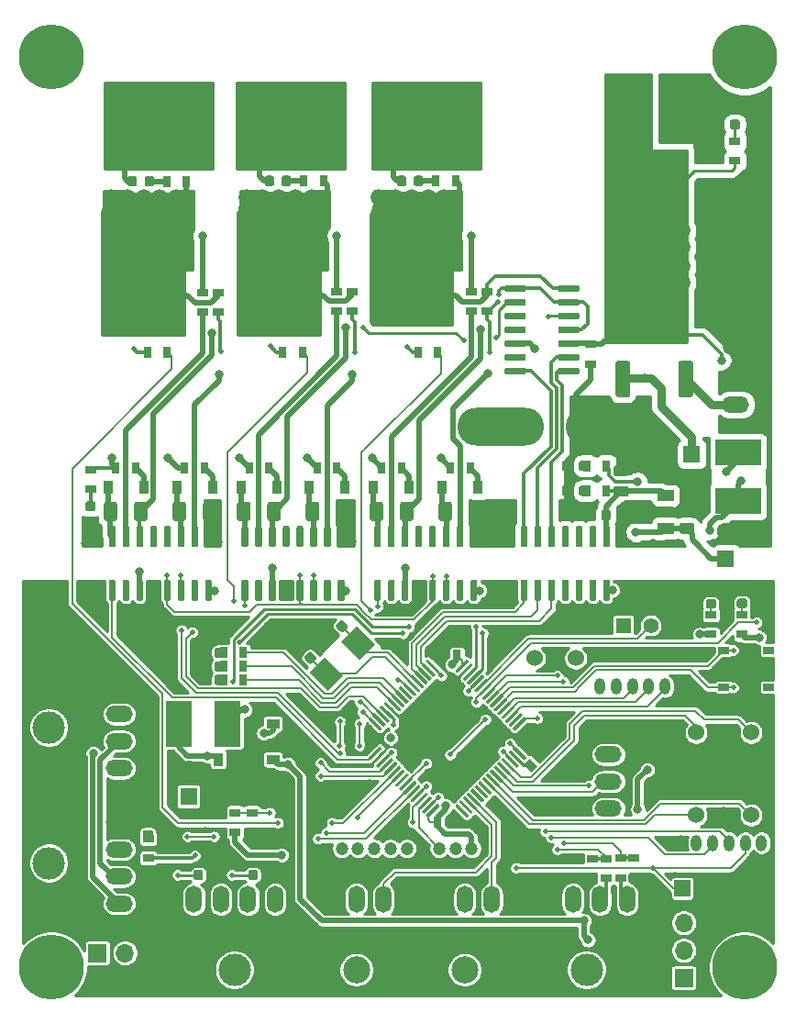
<source format=gbr>
G04 #@! TF.GenerationSoftware,KiCad,Pcbnew,(5.1.5)-3*
G04 #@! TF.CreationDate,2020-04-14T12:05:06+09:00*
G04 #@! TF.ProjectId,CAN_BLDCMD,43414e5f-424c-4444-934d-442e6b696361,rev?*
G04 #@! TF.SameCoordinates,Original*
G04 #@! TF.FileFunction,Copper,L1,Top*
G04 #@! TF.FilePolarity,Positive*
%FSLAX46Y46*%
G04 Gerber Fmt 4.6, Leading zero omitted, Abs format (unit mm)*
G04 Created by KiCad (PCBNEW (5.1.5)-3) date 2020-04-14 12:05:06*
%MOMM*%
%LPD*%
G04 APERTURE LIST*
%ADD10R,0.900000X1.200000*%
%ADD11C,0.100000*%
%ADD12R,1.600000X1.600000*%
%ADD13C,1.600000*%
%ADD14R,1.200000X0.900000*%
%ADD15O,1.000000X1.524000*%
%ADD16O,2.500000X1.500000*%
%ADD17C,3.000000*%
%ADD18O,1.500000X2.500000*%
%ADD19C,2.500000*%
%ADD20C,6.000000*%
%ADD21R,1.700000X1.700000*%
%ADD22O,1.700000X1.700000*%
%ADD23R,2.400000X4.200000*%
%ADD24R,4.200000X2.400000*%
%ADD25R,1.000000X0.800000*%
%ADD26R,0.800000X1.000000*%
%ADD27C,1.524000*%
%ADD28O,8.000000X3.500000*%
%ADD29C,5.999480*%
%ADD30C,1.200000*%
%ADD31R,1.500000X1.500000*%
%ADD32R,1.397000X1.397000*%
%ADD33C,1.397000*%
%ADD34R,1.050000X0.650000*%
%ADD35R,1.500000X1.000000*%
%ADD36R,1.800000X1.000000*%
%ADD37R,1.840000X2.200000*%
%ADD38C,0.800000*%
%ADD39C,0.500000*%
%ADD40C,1.500000*%
%ADD41C,0.200000*%
%ADD42C,0.250000*%
%ADD43C,0.500000*%
%ADD44C,0.300000*%
%ADD45C,0.800000*%
%ADD46C,0.254000*%
G04 APERTURE END LIST*
D10*
X195200000Y-121850000D03*
X191900000Y-121850000D03*
G04 #@! TA.AperFunction,SMDPad,CuDef*
D11*
G36*
X202199383Y-110110121D02*
G01*
X202220618Y-110113271D01*
X202241442Y-110118487D01*
X202261654Y-110125719D01*
X202281060Y-110134898D01*
X202299473Y-110145934D01*
X202316716Y-110158722D01*
X202332622Y-110173138D01*
X202695015Y-110535531D01*
X202709431Y-110551437D01*
X202722219Y-110568680D01*
X202733255Y-110587093D01*
X202742434Y-110606499D01*
X202749666Y-110626711D01*
X202754882Y-110647535D01*
X202758032Y-110668770D01*
X202759085Y-110690211D01*
X202758032Y-110711652D01*
X202754882Y-110732887D01*
X202749666Y-110753711D01*
X202742434Y-110773923D01*
X202733255Y-110793329D01*
X202722219Y-110811742D01*
X202709431Y-110828985D01*
X202695015Y-110844891D01*
X202385656Y-111154250D01*
X202369750Y-111168666D01*
X202352507Y-111181454D01*
X202334094Y-111192490D01*
X202314688Y-111201669D01*
X202294476Y-111208901D01*
X202273652Y-111214117D01*
X202252417Y-111217267D01*
X202230976Y-111218320D01*
X202209535Y-111217267D01*
X202188300Y-111214117D01*
X202167476Y-111208901D01*
X202147264Y-111201669D01*
X202127858Y-111192490D01*
X202109445Y-111181454D01*
X202092202Y-111168666D01*
X202076296Y-111154250D01*
X201713903Y-110791857D01*
X201699487Y-110775951D01*
X201686699Y-110758708D01*
X201675663Y-110740295D01*
X201666484Y-110720889D01*
X201659252Y-110700677D01*
X201654036Y-110679853D01*
X201650886Y-110658618D01*
X201649833Y-110637177D01*
X201650886Y-110615736D01*
X201654036Y-110594501D01*
X201659252Y-110573677D01*
X201666484Y-110553465D01*
X201675663Y-110534059D01*
X201686699Y-110515646D01*
X201699487Y-110498403D01*
X201713903Y-110482497D01*
X202023262Y-110173138D01*
X202039168Y-110158722D01*
X202056411Y-110145934D01*
X202074824Y-110134898D01*
X202094230Y-110125719D01*
X202114442Y-110118487D01*
X202135266Y-110113271D01*
X202156501Y-110110121D01*
X202177942Y-110109068D01*
X202199383Y-110110121D01*
G37*
G04 #@! TD.AperFunction*
G04 #@! TA.AperFunction,SMDPad,CuDef*
G36*
X203313077Y-108996427D02*
G01*
X203334312Y-108999577D01*
X203355136Y-109004793D01*
X203375348Y-109012025D01*
X203394754Y-109021204D01*
X203413167Y-109032240D01*
X203430410Y-109045028D01*
X203446316Y-109059444D01*
X203808709Y-109421837D01*
X203823125Y-109437743D01*
X203835913Y-109454986D01*
X203846949Y-109473399D01*
X203856128Y-109492805D01*
X203863360Y-109513017D01*
X203868576Y-109533841D01*
X203871726Y-109555076D01*
X203872779Y-109576517D01*
X203871726Y-109597958D01*
X203868576Y-109619193D01*
X203863360Y-109640017D01*
X203856128Y-109660229D01*
X203846949Y-109679635D01*
X203835913Y-109698048D01*
X203823125Y-109715291D01*
X203808709Y-109731197D01*
X203499350Y-110040556D01*
X203483444Y-110054972D01*
X203466201Y-110067760D01*
X203447788Y-110078796D01*
X203428382Y-110087975D01*
X203408170Y-110095207D01*
X203387346Y-110100423D01*
X203366111Y-110103573D01*
X203344670Y-110104626D01*
X203323229Y-110103573D01*
X203301994Y-110100423D01*
X203281170Y-110095207D01*
X203260958Y-110087975D01*
X203241552Y-110078796D01*
X203223139Y-110067760D01*
X203205896Y-110054972D01*
X203189990Y-110040556D01*
X202827597Y-109678163D01*
X202813181Y-109662257D01*
X202800393Y-109645014D01*
X202789357Y-109626601D01*
X202780178Y-109607195D01*
X202772946Y-109586983D01*
X202767730Y-109566159D01*
X202764580Y-109544924D01*
X202763527Y-109523483D01*
X202764580Y-109502042D01*
X202767730Y-109480807D01*
X202772946Y-109459983D01*
X202780178Y-109439771D01*
X202789357Y-109420365D01*
X202800393Y-109401952D01*
X202813181Y-109384709D01*
X202827597Y-109368803D01*
X203136956Y-109059444D01*
X203152862Y-109045028D01*
X203170105Y-109032240D01*
X203188518Y-109021204D01*
X203207924Y-109012025D01*
X203228136Y-109004793D01*
X203248960Y-108999577D01*
X203270195Y-108996427D01*
X203291636Y-108995374D01*
X203313077Y-108996427D01*
G37*
G04 #@! TD.AperFunction*
G04 #@! TA.AperFunction,SMDPad,CuDef*
G36*
X200401771Y-111914580D02*
G01*
X200423006Y-111917730D01*
X200443830Y-111922946D01*
X200464042Y-111930178D01*
X200483448Y-111939357D01*
X200501861Y-111950393D01*
X200519104Y-111963181D01*
X200535010Y-111977597D01*
X200897403Y-112339990D01*
X200911819Y-112355896D01*
X200924607Y-112373139D01*
X200935643Y-112391552D01*
X200944822Y-112410958D01*
X200952054Y-112431170D01*
X200957270Y-112451994D01*
X200960420Y-112473229D01*
X200961473Y-112494670D01*
X200960420Y-112516111D01*
X200957270Y-112537346D01*
X200952054Y-112558170D01*
X200944822Y-112578382D01*
X200935643Y-112597788D01*
X200924607Y-112616201D01*
X200911819Y-112633444D01*
X200897403Y-112649350D01*
X200588044Y-112958709D01*
X200572138Y-112973125D01*
X200554895Y-112985913D01*
X200536482Y-112996949D01*
X200517076Y-113006128D01*
X200496864Y-113013360D01*
X200476040Y-113018576D01*
X200454805Y-113021726D01*
X200433364Y-113022779D01*
X200411923Y-113021726D01*
X200390688Y-113018576D01*
X200369864Y-113013360D01*
X200349652Y-113006128D01*
X200330246Y-112996949D01*
X200311833Y-112985913D01*
X200294590Y-112973125D01*
X200278684Y-112958709D01*
X199916291Y-112596316D01*
X199901875Y-112580410D01*
X199889087Y-112563167D01*
X199878051Y-112544754D01*
X199868872Y-112525348D01*
X199861640Y-112505136D01*
X199856424Y-112484312D01*
X199853274Y-112463077D01*
X199852221Y-112441636D01*
X199853274Y-112420195D01*
X199856424Y-112398960D01*
X199861640Y-112378136D01*
X199868872Y-112357924D01*
X199878051Y-112338518D01*
X199889087Y-112320105D01*
X199901875Y-112302862D01*
X199916291Y-112286956D01*
X200225650Y-111977597D01*
X200241556Y-111963181D01*
X200258799Y-111950393D01*
X200277212Y-111939357D01*
X200296618Y-111930178D01*
X200316830Y-111922946D01*
X200337654Y-111917730D01*
X200358889Y-111914580D01*
X200380330Y-111913527D01*
X200401771Y-111914580D01*
G37*
G04 #@! TD.AperFunction*
G04 #@! TA.AperFunction,SMDPad,CuDef*
G36*
X201515465Y-110800886D02*
G01*
X201536700Y-110804036D01*
X201557524Y-110809252D01*
X201577736Y-110816484D01*
X201597142Y-110825663D01*
X201615555Y-110836699D01*
X201632798Y-110849487D01*
X201648704Y-110863903D01*
X202011097Y-111226296D01*
X202025513Y-111242202D01*
X202038301Y-111259445D01*
X202049337Y-111277858D01*
X202058516Y-111297264D01*
X202065748Y-111317476D01*
X202070964Y-111338300D01*
X202074114Y-111359535D01*
X202075167Y-111380976D01*
X202074114Y-111402417D01*
X202070964Y-111423652D01*
X202065748Y-111444476D01*
X202058516Y-111464688D01*
X202049337Y-111484094D01*
X202038301Y-111502507D01*
X202025513Y-111519750D01*
X202011097Y-111535656D01*
X201701738Y-111845015D01*
X201685832Y-111859431D01*
X201668589Y-111872219D01*
X201650176Y-111883255D01*
X201630770Y-111892434D01*
X201610558Y-111899666D01*
X201589734Y-111904882D01*
X201568499Y-111908032D01*
X201547058Y-111909085D01*
X201525617Y-111908032D01*
X201504382Y-111904882D01*
X201483558Y-111899666D01*
X201463346Y-111892434D01*
X201443940Y-111883255D01*
X201425527Y-111872219D01*
X201408284Y-111859431D01*
X201392378Y-111845015D01*
X201029985Y-111482622D01*
X201015569Y-111466716D01*
X201002781Y-111449473D01*
X200991745Y-111431060D01*
X200982566Y-111411654D01*
X200975334Y-111391442D01*
X200970118Y-111370618D01*
X200966968Y-111349383D01*
X200965915Y-111327942D01*
X200966968Y-111306501D01*
X200970118Y-111285266D01*
X200975334Y-111264442D01*
X200982566Y-111244230D01*
X200991745Y-111224824D01*
X201002781Y-111206411D01*
X201015569Y-111189168D01*
X201029985Y-111173262D01*
X201339344Y-110863903D01*
X201355250Y-110849487D01*
X201372493Y-110836699D01*
X201390906Y-110825663D01*
X201410312Y-110816484D01*
X201430524Y-110809252D01*
X201451348Y-110804036D01*
X201472583Y-110800886D01*
X201494024Y-110799833D01*
X201515465Y-110800886D01*
G37*
G04 #@! TD.AperFunction*
D12*
X189150000Y-125250000D03*
D13*
X189150000Y-122750000D03*
G04 #@! TA.AperFunction,SMDPad,CuDef*
D11*
G36*
X182349504Y-98076204D02*
G01*
X182373773Y-98079804D01*
X182397571Y-98085765D01*
X182420671Y-98094030D01*
X182442849Y-98104520D01*
X182463893Y-98117133D01*
X182483598Y-98131747D01*
X182501777Y-98148223D01*
X182518253Y-98166402D01*
X182532867Y-98186107D01*
X182545480Y-98207151D01*
X182555970Y-98229329D01*
X182564235Y-98252429D01*
X182570196Y-98276227D01*
X182573796Y-98300496D01*
X182575000Y-98325000D01*
X182575000Y-99575000D01*
X182573796Y-99599504D01*
X182570196Y-99623773D01*
X182564235Y-99647571D01*
X182555970Y-99670671D01*
X182545480Y-99692849D01*
X182532867Y-99713893D01*
X182518253Y-99733598D01*
X182501777Y-99751777D01*
X182483598Y-99768253D01*
X182463893Y-99782867D01*
X182442849Y-99795480D01*
X182420671Y-99805970D01*
X182397571Y-99814235D01*
X182373773Y-99820196D01*
X182349504Y-99823796D01*
X182325000Y-99825000D01*
X181575000Y-99825000D01*
X181550496Y-99823796D01*
X181526227Y-99820196D01*
X181502429Y-99814235D01*
X181479329Y-99805970D01*
X181457151Y-99795480D01*
X181436107Y-99782867D01*
X181416402Y-99768253D01*
X181398223Y-99751777D01*
X181381747Y-99733598D01*
X181367133Y-99713893D01*
X181354520Y-99692849D01*
X181344030Y-99670671D01*
X181335765Y-99647571D01*
X181329804Y-99623773D01*
X181326204Y-99599504D01*
X181325000Y-99575000D01*
X181325000Y-98325000D01*
X181326204Y-98300496D01*
X181329804Y-98276227D01*
X181335765Y-98252429D01*
X181344030Y-98229329D01*
X181354520Y-98207151D01*
X181367133Y-98186107D01*
X181381747Y-98166402D01*
X181398223Y-98148223D01*
X181416402Y-98131747D01*
X181436107Y-98117133D01*
X181457151Y-98104520D01*
X181479329Y-98094030D01*
X181502429Y-98085765D01*
X181526227Y-98079804D01*
X181550496Y-98076204D01*
X181575000Y-98075000D01*
X182325000Y-98075000D01*
X182349504Y-98076204D01*
G37*
G04 #@! TD.AperFunction*
G04 #@! TA.AperFunction,SMDPad,CuDef*
G36*
X185149504Y-98076204D02*
G01*
X185173773Y-98079804D01*
X185197571Y-98085765D01*
X185220671Y-98094030D01*
X185242849Y-98104520D01*
X185263893Y-98117133D01*
X185283598Y-98131747D01*
X185301777Y-98148223D01*
X185318253Y-98166402D01*
X185332867Y-98186107D01*
X185345480Y-98207151D01*
X185355970Y-98229329D01*
X185364235Y-98252429D01*
X185370196Y-98276227D01*
X185373796Y-98300496D01*
X185375000Y-98325000D01*
X185375000Y-99575000D01*
X185373796Y-99599504D01*
X185370196Y-99623773D01*
X185364235Y-99647571D01*
X185355970Y-99670671D01*
X185345480Y-99692849D01*
X185332867Y-99713893D01*
X185318253Y-99733598D01*
X185301777Y-99751777D01*
X185283598Y-99768253D01*
X185263893Y-99782867D01*
X185242849Y-99795480D01*
X185220671Y-99805970D01*
X185197571Y-99814235D01*
X185173773Y-99820196D01*
X185149504Y-99823796D01*
X185125000Y-99825000D01*
X184375000Y-99825000D01*
X184350496Y-99823796D01*
X184326227Y-99820196D01*
X184302429Y-99814235D01*
X184279329Y-99805970D01*
X184257151Y-99795480D01*
X184236107Y-99782867D01*
X184216402Y-99768253D01*
X184198223Y-99751777D01*
X184181747Y-99733598D01*
X184167133Y-99713893D01*
X184154520Y-99692849D01*
X184144030Y-99670671D01*
X184135765Y-99647571D01*
X184129804Y-99623773D01*
X184126204Y-99599504D01*
X184125000Y-99575000D01*
X184125000Y-98325000D01*
X184126204Y-98300496D01*
X184129804Y-98276227D01*
X184135765Y-98252429D01*
X184144030Y-98229329D01*
X184154520Y-98207151D01*
X184167133Y-98186107D01*
X184181747Y-98166402D01*
X184198223Y-98148223D01*
X184216402Y-98131747D01*
X184236107Y-98117133D01*
X184257151Y-98104520D01*
X184279329Y-98094030D01*
X184302429Y-98085765D01*
X184326227Y-98079804D01*
X184350496Y-98076204D01*
X184375000Y-98075000D01*
X185125000Y-98075000D01*
X185149504Y-98076204D01*
G37*
G04 #@! TD.AperFunction*
G04 #@! TA.AperFunction,SMDPad,CuDef*
G36*
X188699504Y-98076204D02*
G01*
X188723773Y-98079804D01*
X188747571Y-98085765D01*
X188770671Y-98094030D01*
X188792849Y-98104520D01*
X188813893Y-98117133D01*
X188833598Y-98131747D01*
X188851777Y-98148223D01*
X188868253Y-98166402D01*
X188882867Y-98186107D01*
X188895480Y-98207151D01*
X188905970Y-98229329D01*
X188914235Y-98252429D01*
X188920196Y-98276227D01*
X188923796Y-98300496D01*
X188925000Y-98325000D01*
X188925000Y-99575000D01*
X188923796Y-99599504D01*
X188920196Y-99623773D01*
X188914235Y-99647571D01*
X188905970Y-99670671D01*
X188895480Y-99692849D01*
X188882867Y-99713893D01*
X188868253Y-99733598D01*
X188851777Y-99751777D01*
X188833598Y-99768253D01*
X188813893Y-99782867D01*
X188792849Y-99795480D01*
X188770671Y-99805970D01*
X188747571Y-99814235D01*
X188723773Y-99820196D01*
X188699504Y-99823796D01*
X188675000Y-99825000D01*
X187925000Y-99825000D01*
X187900496Y-99823796D01*
X187876227Y-99820196D01*
X187852429Y-99814235D01*
X187829329Y-99805970D01*
X187807151Y-99795480D01*
X187786107Y-99782867D01*
X187766402Y-99768253D01*
X187748223Y-99751777D01*
X187731747Y-99733598D01*
X187717133Y-99713893D01*
X187704520Y-99692849D01*
X187694030Y-99670671D01*
X187685765Y-99647571D01*
X187679804Y-99623773D01*
X187676204Y-99599504D01*
X187675000Y-99575000D01*
X187675000Y-98325000D01*
X187676204Y-98300496D01*
X187679804Y-98276227D01*
X187685765Y-98252429D01*
X187694030Y-98229329D01*
X187704520Y-98207151D01*
X187717133Y-98186107D01*
X187731747Y-98166402D01*
X187748223Y-98148223D01*
X187766402Y-98131747D01*
X187786107Y-98117133D01*
X187807151Y-98104520D01*
X187829329Y-98094030D01*
X187852429Y-98085765D01*
X187876227Y-98079804D01*
X187900496Y-98076204D01*
X187925000Y-98075000D01*
X188675000Y-98075000D01*
X188699504Y-98076204D01*
G37*
G04 #@! TD.AperFunction*
G04 #@! TA.AperFunction,SMDPad,CuDef*
G36*
X191499504Y-98076204D02*
G01*
X191523773Y-98079804D01*
X191547571Y-98085765D01*
X191570671Y-98094030D01*
X191592849Y-98104520D01*
X191613893Y-98117133D01*
X191633598Y-98131747D01*
X191651777Y-98148223D01*
X191668253Y-98166402D01*
X191682867Y-98186107D01*
X191695480Y-98207151D01*
X191705970Y-98229329D01*
X191714235Y-98252429D01*
X191720196Y-98276227D01*
X191723796Y-98300496D01*
X191725000Y-98325000D01*
X191725000Y-99575000D01*
X191723796Y-99599504D01*
X191720196Y-99623773D01*
X191714235Y-99647571D01*
X191705970Y-99670671D01*
X191695480Y-99692849D01*
X191682867Y-99713893D01*
X191668253Y-99733598D01*
X191651777Y-99751777D01*
X191633598Y-99768253D01*
X191613893Y-99782867D01*
X191592849Y-99795480D01*
X191570671Y-99805970D01*
X191547571Y-99814235D01*
X191523773Y-99820196D01*
X191499504Y-99823796D01*
X191475000Y-99825000D01*
X190725000Y-99825000D01*
X190700496Y-99823796D01*
X190676227Y-99820196D01*
X190652429Y-99814235D01*
X190629329Y-99805970D01*
X190607151Y-99795480D01*
X190586107Y-99782867D01*
X190566402Y-99768253D01*
X190548223Y-99751777D01*
X190531747Y-99733598D01*
X190517133Y-99713893D01*
X190504520Y-99692849D01*
X190494030Y-99670671D01*
X190485765Y-99647571D01*
X190479804Y-99623773D01*
X190476204Y-99599504D01*
X190475000Y-99575000D01*
X190475000Y-98325000D01*
X190476204Y-98300496D01*
X190479804Y-98276227D01*
X190485765Y-98252429D01*
X190494030Y-98229329D01*
X190504520Y-98207151D01*
X190517133Y-98186107D01*
X190531747Y-98166402D01*
X190548223Y-98148223D01*
X190566402Y-98131747D01*
X190586107Y-98117133D01*
X190607151Y-98104520D01*
X190629329Y-98094030D01*
X190652429Y-98085765D01*
X190676227Y-98079804D01*
X190700496Y-98076204D01*
X190725000Y-98075000D01*
X191475000Y-98075000D01*
X191499504Y-98076204D01*
G37*
G04 #@! TD.AperFunction*
G04 #@! TA.AperFunction,SMDPad,CuDef*
G36*
X197449504Y-98076204D02*
G01*
X197473773Y-98079804D01*
X197497571Y-98085765D01*
X197520671Y-98094030D01*
X197542849Y-98104520D01*
X197563893Y-98117133D01*
X197583598Y-98131747D01*
X197601777Y-98148223D01*
X197618253Y-98166402D01*
X197632867Y-98186107D01*
X197645480Y-98207151D01*
X197655970Y-98229329D01*
X197664235Y-98252429D01*
X197670196Y-98276227D01*
X197673796Y-98300496D01*
X197675000Y-98325000D01*
X197675000Y-99575000D01*
X197673796Y-99599504D01*
X197670196Y-99623773D01*
X197664235Y-99647571D01*
X197655970Y-99670671D01*
X197645480Y-99692849D01*
X197632867Y-99713893D01*
X197618253Y-99733598D01*
X197601777Y-99751777D01*
X197583598Y-99768253D01*
X197563893Y-99782867D01*
X197542849Y-99795480D01*
X197520671Y-99805970D01*
X197497571Y-99814235D01*
X197473773Y-99820196D01*
X197449504Y-99823796D01*
X197425000Y-99825000D01*
X196675000Y-99825000D01*
X196650496Y-99823796D01*
X196626227Y-99820196D01*
X196602429Y-99814235D01*
X196579329Y-99805970D01*
X196557151Y-99795480D01*
X196536107Y-99782867D01*
X196516402Y-99768253D01*
X196498223Y-99751777D01*
X196481747Y-99733598D01*
X196467133Y-99713893D01*
X196454520Y-99692849D01*
X196444030Y-99670671D01*
X196435765Y-99647571D01*
X196429804Y-99623773D01*
X196426204Y-99599504D01*
X196425000Y-99575000D01*
X196425000Y-98325000D01*
X196426204Y-98300496D01*
X196429804Y-98276227D01*
X196435765Y-98252429D01*
X196444030Y-98229329D01*
X196454520Y-98207151D01*
X196467133Y-98186107D01*
X196481747Y-98166402D01*
X196498223Y-98148223D01*
X196516402Y-98131747D01*
X196536107Y-98117133D01*
X196557151Y-98104520D01*
X196579329Y-98094030D01*
X196602429Y-98085765D01*
X196626227Y-98079804D01*
X196650496Y-98076204D01*
X196675000Y-98075000D01*
X197425000Y-98075000D01*
X197449504Y-98076204D01*
G37*
G04 #@! TD.AperFunction*
G04 #@! TA.AperFunction,SMDPad,CuDef*
G36*
X194649504Y-98076204D02*
G01*
X194673773Y-98079804D01*
X194697571Y-98085765D01*
X194720671Y-98094030D01*
X194742849Y-98104520D01*
X194763893Y-98117133D01*
X194783598Y-98131747D01*
X194801777Y-98148223D01*
X194818253Y-98166402D01*
X194832867Y-98186107D01*
X194845480Y-98207151D01*
X194855970Y-98229329D01*
X194864235Y-98252429D01*
X194870196Y-98276227D01*
X194873796Y-98300496D01*
X194875000Y-98325000D01*
X194875000Y-99575000D01*
X194873796Y-99599504D01*
X194870196Y-99623773D01*
X194864235Y-99647571D01*
X194855970Y-99670671D01*
X194845480Y-99692849D01*
X194832867Y-99713893D01*
X194818253Y-99733598D01*
X194801777Y-99751777D01*
X194783598Y-99768253D01*
X194763893Y-99782867D01*
X194742849Y-99795480D01*
X194720671Y-99805970D01*
X194697571Y-99814235D01*
X194673773Y-99820196D01*
X194649504Y-99823796D01*
X194625000Y-99825000D01*
X193875000Y-99825000D01*
X193850496Y-99823796D01*
X193826227Y-99820196D01*
X193802429Y-99814235D01*
X193779329Y-99805970D01*
X193757151Y-99795480D01*
X193736107Y-99782867D01*
X193716402Y-99768253D01*
X193698223Y-99751777D01*
X193681747Y-99733598D01*
X193667133Y-99713893D01*
X193654520Y-99692849D01*
X193644030Y-99670671D01*
X193635765Y-99647571D01*
X193629804Y-99623773D01*
X193626204Y-99599504D01*
X193625000Y-99575000D01*
X193625000Y-98325000D01*
X193626204Y-98300496D01*
X193629804Y-98276227D01*
X193635765Y-98252429D01*
X193644030Y-98229329D01*
X193654520Y-98207151D01*
X193667133Y-98186107D01*
X193681747Y-98166402D01*
X193698223Y-98148223D01*
X193716402Y-98131747D01*
X193736107Y-98117133D01*
X193757151Y-98104520D01*
X193779329Y-98094030D01*
X193802429Y-98085765D01*
X193826227Y-98079804D01*
X193850496Y-98076204D01*
X193875000Y-98075000D01*
X194625000Y-98075000D01*
X194649504Y-98076204D01*
G37*
G04 #@! TD.AperFunction*
G04 #@! TA.AperFunction,SMDPad,CuDef*
G36*
X203799504Y-98076204D02*
G01*
X203823773Y-98079804D01*
X203847571Y-98085765D01*
X203870671Y-98094030D01*
X203892849Y-98104520D01*
X203913893Y-98117133D01*
X203933598Y-98131747D01*
X203951777Y-98148223D01*
X203968253Y-98166402D01*
X203982867Y-98186107D01*
X203995480Y-98207151D01*
X204005970Y-98229329D01*
X204014235Y-98252429D01*
X204020196Y-98276227D01*
X204023796Y-98300496D01*
X204025000Y-98325000D01*
X204025000Y-99575000D01*
X204023796Y-99599504D01*
X204020196Y-99623773D01*
X204014235Y-99647571D01*
X204005970Y-99670671D01*
X203995480Y-99692849D01*
X203982867Y-99713893D01*
X203968253Y-99733598D01*
X203951777Y-99751777D01*
X203933598Y-99768253D01*
X203913893Y-99782867D01*
X203892849Y-99795480D01*
X203870671Y-99805970D01*
X203847571Y-99814235D01*
X203823773Y-99820196D01*
X203799504Y-99823796D01*
X203775000Y-99825000D01*
X203025000Y-99825000D01*
X203000496Y-99823796D01*
X202976227Y-99820196D01*
X202952429Y-99814235D01*
X202929329Y-99805970D01*
X202907151Y-99795480D01*
X202886107Y-99782867D01*
X202866402Y-99768253D01*
X202848223Y-99751777D01*
X202831747Y-99733598D01*
X202817133Y-99713893D01*
X202804520Y-99692849D01*
X202794030Y-99670671D01*
X202785765Y-99647571D01*
X202779804Y-99623773D01*
X202776204Y-99599504D01*
X202775000Y-99575000D01*
X202775000Y-98325000D01*
X202776204Y-98300496D01*
X202779804Y-98276227D01*
X202785765Y-98252429D01*
X202794030Y-98229329D01*
X202804520Y-98207151D01*
X202817133Y-98186107D01*
X202831747Y-98166402D01*
X202848223Y-98148223D01*
X202866402Y-98131747D01*
X202886107Y-98117133D01*
X202907151Y-98104520D01*
X202929329Y-98094030D01*
X202952429Y-98085765D01*
X202976227Y-98079804D01*
X203000496Y-98076204D01*
X203025000Y-98075000D01*
X203775000Y-98075000D01*
X203799504Y-98076204D01*
G37*
G04 #@! TD.AperFunction*
G04 #@! TA.AperFunction,SMDPad,CuDef*
G36*
X200999504Y-98076204D02*
G01*
X201023773Y-98079804D01*
X201047571Y-98085765D01*
X201070671Y-98094030D01*
X201092849Y-98104520D01*
X201113893Y-98117133D01*
X201133598Y-98131747D01*
X201151777Y-98148223D01*
X201168253Y-98166402D01*
X201182867Y-98186107D01*
X201195480Y-98207151D01*
X201205970Y-98229329D01*
X201214235Y-98252429D01*
X201220196Y-98276227D01*
X201223796Y-98300496D01*
X201225000Y-98325000D01*
X201225000Y-99575000D01*
X201223796Y-99599504D01*
X201220196Y-99623773D01*
X201214235Y-99647571D01*
X201205970Y-99670671D01*
X201195480Y-99692849D01*
X201182867Y-99713893D01*
X201168253Y-99733598D01*
X201151777Y-99751777D01*
X201133598Y-99768253D01*
X201113893Y-99782867D01*
X201092849Y-99795480D01*
X201070671Y-99805970D01*
X201047571Y-99814235D01*
X201023773Y-99820196D01*
X200999504Y-99823796D01*
X200975000Y-99825000D01*
X200225000Y-99825000D01*
X200200496Y-99823796D01*
X200176227Y-99820196D01*
X200152429Y-99814235D01*
X200129329Y-99805970D01*
X200107151Y-99795480D01*
X200086107Y-99782867D01*
X200066402Y-99768253D01*
X200048223Y-99751777D01*
X200031747Y-99733598D01*
X200017133Y-99713893D01*
X200004520Y-99692849D01*
X199994030Y-99670671D01*
X199985765Y-99647571D01*
X199979804Y-99623773D01*
X199976204Y-99599504D01*
X199975000Y-99575000D01*
X199975000Y-98325000D01*
X199976204Y-98300496D01*
X199979804Y-98276227D01*
X199985765Y-98252429D01*
X199994030Y-98229329D01*
X200004520Y-98207151D01*
X200017133Y-98186107D01*
X200031747Y-98166402D01*
X200048223Y-98148223D01*
X200066402Y-98131747D01*
X200086107Y-98117133D01*
X200107151Y-98104520D01*
X200129329Y-98094030D01*
X200152429Y-98085765D01*
X200176227Y-98079804D01*
X200200496Y-98076204D01*
X200225000Y-98075000D01*
X200975000Y-98075000D01*
X200999504Y-98076204D01*
G37*
G04 #@! TD.AperFunction*
G04 #@! TA.AperFunction,SMDPad,CuDef*
G36*
X209699504Y-98076204D02*
G01*
X209723773Y-98079804D01*
X209747571Y-98085765D01*
X209770671Y-98094030D01*
X209792849Y-98104520D01*
X209813893Y-98117133D01*
X209833598Y-98131747D01*
X209851777Y-98148223D01*
X209868253Y-98166402D01*
X209882867Y-98186107D01*
X209895480Y-98207151D01*
X209905970Y-98229329D01*
X209914235Y-98252429D01*
X209920196Y-98276227D01*
X209923796Y-98300496D01*
X209925000Y-98325000D01*
X209925000Y-99575000D01*
X209923796Y-99599504D01*
X209920196Y-99623773D01*
X209914235Y-99647571D01*
X209905970Y-99670671D01*
X209895480Y-99692849D01*
X209882867Y-99713893D01*
X209868253Y-99733598D01*
X209851777Y-99751777D01*
X209833598Y-99768253D01*
X209813893Y-99782867D01*
X209792849Y-99795480D01*
X209770671Y-99805970D01*
X209747571Y-99814235D01*
X209723773Y-99820196D01*
X209699504Y-99823796D01*
X209675000Y-99825000D01*
X208925000Y-99825000D01*
X208900496Y-99823796D01*
X208876227Y-99820196D01*
X208852429Y-99814235D01*
X208829329Y-99805970D01*
X208807151Y-99795480D01*
X208786107Y-99782867D01*
X208766402Y-99768253D01*
X208748223Y-99751777D01*
X208731747Y-99733598D01*
X208717133Y-99713893D01*
X208704520Y-99692849D01*
X208694030Y-99670671D01*
X208685765Y-99647571D01*
X208679804Y-99623773D01*
X208676204Y-99599504D01*
X208675000Y-99575000D01*
X208675000Y-98325000D01*
X208676204Y-98300496D01*
X208679804Y-98276227D01*
X208685765Y-98252429D01*
X208694030Y-98229329D01*
X208704520Y-98207151D01*
X208717133Y-98186107D01*
X208731747Y-98166402D01*
X208748223Y-98148223D01*
X208766402Y-98131747D01*
X208786107Y-98117133D01*
X208807151Y-98104520D01*
X208829329Y-98094030D01*
X208852429Y-98085765D01*
X208876227Y-98079804D01*
X208900496Y-98076204D01*
X208925000Y-98075000D01*
X209675000Y-98075000D01*
X209699504Y-98076204D01*
G37*
G04 #@! TD.AperFunction*
G04 #@! TA.AperFunction,SMDPad,CuDef*
G36*
X206899504Y-98076204D02*
G01*
X206923773Y-98079804D01*
X206947571Y-98085765D01*
X206970671Y-98094030D01*
X206992849Y-98104520D01*
X207013893Y-98117133D01*
X207033598Y-98131747D01*
X207051777Y-98148223D01*
X207068253Y-98166402D01*
X207082867Y-98186107D01*
X207095480Y-98207151D01*
X207105970Y-98229329D01*
X207114235Y-98252429D01*
X207120196Y-98276227D01*
X207123796Y-98300496D01*
X207125000Y-98325000D01*
X207125000Y-99575000D01*
X207123796Y-99599504D01*
X207120196Y-99623773D01*
X207114235Y-99647571D01*
X207105970Y-99670671D01*
X207095480Y-99692849D01*
X207082867Y-99713893D01*
X207068253Y-99733598D01*
X207051777Y-99751777D01*
X207033598Y-99768253D01*
X207013893Y-99782867D01*
X206992849Y-99795480D01*
X206970671Y-99805970D01*
X206947571Y-99814235D01*
X206923773Y-99820196D01*
X206899504Y-99823796D01*
X206875000Y-99825000D01*
X206125000Y-99825000D01*
X206100496Y-99823796D01*
X206076227Y-99820196D01*
X206052429Y-99814235D01*
X206029329Y-99805970D01*
X206007151Y-99795480D01*
X205986107Y-99782867D01*
X205966402Y-99768253D01*
X205948223Y-99751777D01*
X205931747Y-99733598D01*
X205917133Y-99713893D01*
X205904520Y-99692849D01*
X205894030Y-99670671D01*
X205885765Y-99647571D01*
X205879804Y-99623773D01*
X205876204Y-99599504D01*
X205875000Y-99575000D01*
X205875000Y-98325000D01*
X205876204Y-98300496D01*
X205879804Y-98276227D01*
X205885765Y-98252429D01*
X205894030Y-98229329D01*
X205904520Y-98207151D01*
X205917133Y-98186107D01*
X205931747Y-98166402D01*
X205948223Y-98148223D01*
X205966402Y-98131747D01*
X205986107Y-98117133D01*
X206007151Y-98104520D01*
X206029329Y-98094030D01*
X206052429Y-98085765D01*
X206076227Y-98079804D01*
X206100496Y-98076204D01*
X206125000Y-98075000D01*
X206875000Y-98075000D01*
X206899504Y-98076204D01*
G37*
G04 #@! TD.AperFunction*
G04 #@! TA.AperFunction,SMDPad,CuDef*
G36*
X213249504Y-98076204D02*
G01*
X213273773Y-98079804D01*
X213297571Y-98085765D01*
X213320671Y-98094030D01*
X213342849Y-98104520D01*
X213363893Y-98117133D01*
X213383598Y-98131747D01*
X213401777Y-98148223D01*
X213418253Y-98166402D01*
X213432867Y-98186107D01*
X213445480Y-98207151D01*
X213455970Y-98229329D01*
X213464235Y-98252429D01*
X213470196Y-98276227D01*
X213473796Y-98300496D01*
X213475000Y-98325000D01*
X213475000Y-99575000D01*
X213473796Y-99599504D01*
X213470196Y-99623773D01*
X213464235Y-99647571D01*
X213455970Y-99670671D01*
X213445480Y-99692849D01*
X213432867Y-99713893D01*
X213418253Y-99733598D01*
X213401777Y-99751777D01*
X213383598Y-99768253D01*
X213363893Y-99782867D01*
X213342849Y-99795480D01*
X213320671Y-99805970D01*
X213297571Y-99814235D01*
X213273773Y-99820196D01*
X213249504Y-99823796D01*
X213225000Y-99825000D01*
X212475000Y-99825000D01*
X212450496Y-99823796D01*
X212426227Y-99820196D01*
X212402429Y-99814235D01*
X212379329Y-99805970D01*
X212357151Y-99795480D01*
X212336107Y-99782867D01*
X212316402Y-99768253D01*
X212298223Y-99751777D01*
X212281747Y-99733598D01*
X212267133Y-99713893D01*
X212254520Y-99692849D01*
X212244030Y-99670671D01*
X212235765Y-99647571D01*
X212229804Y-99623773D01*
X212226204Y-99599504D01*
X212225000Y-99575000D01*
X212225000Y-98325000D01*
X212226204Y-98300496D01*
X212229804Y-98276227D01*
X212235765Y-98252429D01*
X212244030Y-98229329D01*
X212254520Y-98207151D01*
X212267133Y-98186107D01*
X212281747Y-98166402D01*
X212298223Y-98148223D01*
X212316402Y-98131747D01*
X212336107Y-98117133D01*
X212357151Y-98104520D01*
X212379329Y-98094030D01*
X212402429Y-98085765D01*
X212426227Y-98079804D01*
X212450496Y-98076204D01*
X212475000Y-98075000D01*
X213225000Y-98075000D01*
X213249504Y-98076204D01*
G37*
G04 #@! TD.AperFunction*
G04 #@! TA.AperFunction,SMDPad,CuDef*
G36*
X216049504Y-98076204D02*
G01*
X216073773Y-98079804D01*
X216097571Y-98085765D01*
X216120671Y-98094030D01*
X216142849Y-98104520D01*
X216163893Y-98117133D01*
X216183598Y-98131747D01*
X216201777Y-98148223D01*
X216218253Y-98166402D01*
X216232867Y-98186107D01*
X216245480Y-98207151D01*
X216255970Y-98229329D01*
X216264235Y-98252429D01*
X216270196Y-98276227D01*
X216273796Y-98300496D01*
X216275000Y-98325000D01*
X216275000Y-99575000D01*
X216273796Y-99599504D01*
X216270196Y-99623773D01*
X216264235Y-99647571D01*
X216255970Y-99670671D01*
X216245480Y-99692849D01*
X216232867Y-99713893D01*
X216218253Y-99733598D01*
X216201777Y-99751777D01*
X216183598Y-99768253D01*
X216163893Y-99782867D01*
X216142849Y-99795480D01*
X216120671Y-99805970D01*
X216097571Y-99814235D01*
X216073773Y-99820196D01*
X216049504Y-99823796D01*
X216025000Y-99825000D01*
X215275000Y-99825000D01*
X215250496Y-99823796D01*
X215226227Y-99820196D01*
X215202429Y-99814235D01*
X215179329Y-99805970D01*
X215157151Y-99795480D01*
X215136107Y-99782867D01*
X215116402Y-99768253D01*
X215098223Y-99751777D01*
X215081747Y-99733598D01*
X215067133Y-99713893D01*
X215054520Y-99692849D01*
X215044030Y-99670671D01*
X215035765Y-99647571D01*
X215029804Y-99623773D01*
X215026204Y-99599504D01*
X215025000Y-99575000D01*
X215025000Y-98325000D01*
X215026204Y-98300496D01*
X215029804Y-98276227D01*
X215035765Y-98252429D01*
X215044030Y-98229329D01*
X215054520Y-98207151D01*
X215067133Y-98186107D01*
X215081747Y-98166402D01*
X215098223Y-98148223D01*
X215116402Y-98131747D01*
X215136107Y-98117133D01*
X215157151Y-98104520D01*
X215179329Y-98094030D01*
X215202429Y-98085765D01*
X215226227Y-98079804D01*
X215250496Y-98076204D01*
X215275000Y-98075000D01*
X216025000Y-98075000D01*
X216049504Y-98076204D01*
G37*
G04 #@! TD.AperFunction*
G04 #@! TA.AperFunction,SMDPad,CuDef*
G36*
X227927691Y-98826053D02*
G01*
X227948926Y-98829203D01*
X227969750Y-98834419D01*
X227989962Y-98841651D01*
X228009368Y-98850830D01*
X228027781Y-98861866D01*
X228045024Y-98874654D01*
X228060930Y-98889070D01*
X228075346Y-98904976D01*
X228088134Y-98922219D01*
X228099170Y-98940632D01*
X228108349Y-98960038D01*
X228115581Y-98980250D01*
X228120797Y-99001074D01*
X228123947Y-99022309D01*
X228125000Y-99043750D01*
X228125000Y-99556250D01*
X228123947Y-99577691D01*
X228120797Y-99598926D01*
X228115581Y-99619750D01*
X228108349Y-99639962D01*
X228099170Y-99659368D01*
X228088134Y-99677781D01*
X228075346Y-99695024D01*
X228060930Y-99710930D01*
X228045024Y-99725346D01*
X228027781Y-99738134D01*
X228009368Y-99749170D01*
X227989962Y-99758349D01*
X227969750Y-99765581D01*
X227948926Y-99770797D01*
X227927691Y-99773947D01*
X227906250Y-99775000D01*
X227468750Y-99775000D01*
X227447309Y-99773947D01*
X227426074Y-99770797D01*
X227405250Y-99765581D01*
X227385038Y-99758349D01*
X227365632Y-99749170D01*
X227347219Y-99738134D01*
X227329976Y-99725346D01*
X227314070Y-99710930D01*
X227299654Y-99695024D01*
X227286866Y-99677781D01*
X227275830Y-99659368D01*
X227266651Y-99639962D01*
X227259419Y-99619750D01*
X227254203Y-99598926D01*
X227251053Y-99577691D01*
X227250000Y-99556250D01*
X227250000Y-99043750D01*
X227251053Y-99022309D01*
X227254203Y-99001074D01*
X227259419Y-98980250D01*
X227266651Y-98960038D01*
X227275830Y-98940632D01*
X227286866Y-98922219D01*
X227299654Y-98904976D01*
X227314070Y-98889070D01*
X227329976Y-98874654D01*
X227347219Y-98861866D01*
X227365632Y-98850830D01*
X227385038Y-98841651D01*
X227405250Y-98834419D01*
X227426074Y-98829203D01*
X227447309Y-98826053D01*
X227468750Y-98825000D01*
X227906250Y-98825000D01*
X227927691Y-98826053D01*
G37*
G04 #@! TD.AperFunction*
G04 #@! TA.AperFunction,SMDPad,CuDef*
G36*
X226352691Y-98826053D02*
G01*
X226373926Y-98829203D01*
X226394750Y-98834419D01*
X226414962Y-98841651D01*
X226434368Y-98850830D01*
X226452781Y-98861866D01*
X226470024Y-98874654D01*
X226485930Y-98889070D01*
X226500346Y-98904976D01*
X226513134Y-98922219D01*
X226524170Y-98940632D01*
X226533349Y-98960038D01*
X226540581Y-98980250D01*
X226545797Y-99001074D01*
X226548947Y-99022309D01*
X226550000Y-99043750D01*
X226550000Y-99556250D01*
X226548947Y-99577691D01*
X226545797Y-99598926D01*
X226540581Y-99619750D01*
X226533349Y-99639962D01*
X226524170Y-99659368D01*
X226513134Y-99677781D01*
X226500346Y-99695024D01*
X226485930Y-99710930D01*
X226470024Y-99725346D01*
X226452781Y-99738134D01*
X226434368Y-99749170D01*
X226414962Y-99758349D01*
X226394750Y-99765581D01*
X226373926Y-99770797D01*
X226352691Y-99773947D01*
X226331250Y-99775000D01*
X225893750Y-99775000D01*
X225872309Y-99773947D01*
X225851074Y-99770797D01*
X225830250Y-99765581D01*
X225810038Y-99758349D01*
X225790632Y-99749170D01*
X225772219Y-99738134D01*
X225754976Y-99725346D01*
X225739070Y-99710930D01*
X225724654Y-99695024D01*
X225711866Y-99677781D01*
X225700830Y-99659368D01*
X225691651Y-99639962D01*
X225684419Y-99619750D01*
X225679203Y-99598926D01*
X225676053Y-99577691D01*
X225675000Y-99556250D01*
X225675000Y-99043750D01*
X225676053Y-99022309D01*
X225679203Y-99001074D01*
X225684419Y-98980250D01*
X225691651Y-98960038D01*
X225700830Y-98940632D01*
X225711866Y-98922219D01*
X225724654Y-98904976D01*
X225739070Y-98889070D01*
X225754976Y-98874654D01*
X225772219Y-98861866D01*
X225790632Y-98850830D01*
X225810038Y-98841651D01*
X225830250Y-98834419D01*
X225851074Y-98829203D01*
X225872309Y-98826053D01*
X225893750Y-98825000D01*
X226331250Y-98825000D01*
X226352691Y-98826053D01*
G37*
G04 #@! TD.AperFunction*
D13*
X229050000Y-60500000D03*
X234050000Y-60500000D03*
D12*
X235625000Y-93675000D03*
D13*
X233125000Y-93675000D03*
X238700000Y-100800000D03*
D12*
X238700000Y-103300000D03*
G04 #@! TA.AperFunction,SMDPad,CuDef*
D11*
G36*
X235630142Y-98151174D02*
G01*
X235653803Y-98154684D01*
X235677007Y-98160496D01*
X235699529Y-98168554D01*
X235721153Y-98178782D01*
X235741670Y-98191079D01*
X235760883Y-98205329D01*
X235778607Y-98221393D01*
X235794671Y-98239117D01*
X235808921Y-98258330D01*
X235821218Y-98278847D01*
X235831446Y-98300471D01*
X235839504Y-98322993D01*
X235845316Y-98346197D01*
X235848826Y-98369858D01*
X235850000Y-98393750D01*
X235850000Y-98881250D01*
X235848826Y-98905142D01*
X235845316Y-98928803D01*
X235839504Y-98952007D01*
X235831446Y-98974529D01*
X235821218Y-98996153D01*
X235808921Y-99016670D01*
X235794671Y-99035883D01*
X235778607Y-99053607D01*
X235760883Y-99069671D01*
X235741670Y-99083921D01*
X235721153Y-99096218D01*
X235699529Y-99106446D01*
X235677007Y-99114504D01*
X235653803Y-99120316D01*
X235630142Y-99123826D01*
X235606250Y-99125000D01*
X234693750Y-99125000D01*
X234669858Y-99123826D01*
X234646197Y-99120316D01*
X234622993Y-99114504D01*
X234600471Y-99106446D01*
X234578847Y-99096218D01*
X234558330Y-99083921D01*
X234539117Y-99069671D01*
X234521393Y-99053607D01*
X234505329Y-99035883D01*
X234491079Y-99016670D01*
X234478782Y-98996153D01*
X234468554Y-98974529D01*
X234460496Y-98952007D01*
X234454684Y-98928803D01*
X234451174Y-98905142D01*
X234450000Y-98881250D01*
X234450000Y-98393750D01*
X234451174Y-98369858D01*
X234454684Y-98346197D01*
X234460496Y-98322993D01*
X234468554Y-98300471D01*
X234478782Y-98278847D01*
X234491079Y-98258330D01*
X234505329Y-98239117D01*
X234521393Y-98221393D01*
X234539117Y-98205329D01*
X234558330Y-98191079D01*
X234578847Y-98178782D01*
X234600471Y-98168554D01*
X234622993Y-98160496D01*
X234646197Y-98154684D01*
X234669858Y-98151174D01*
X234693750Y-98150000D01*
X235606250Y-98150000D01*
X235630142Y-98151174D01*
G37*
G04 #@! TD.AperFunction*
G04 #@! TA.AperFunction,SMDPad,CuDef*
G36*
X235630142Y-100026174D02*
G01*
X235653803Y-100029684D01*
X235677007Y-100035496D01*
X235699529Y-100043554D01*
X235721153Y-100053782D01*
X235741670Y-100066079D01*
X235760883Y-100080329D01*
X235778607Y-100096393D01*
X235794671Y-100114117D01*
X235808921Y-100133330D01*
X235821218Y-100153847D01*
X235831446Y-100175471D01*
X235839504Y-100197993D01*
X235845316Y-100221197D01*
X235848826Y-100244858D01*
X235850000Y-100268750D01*
X235850000Y-100756250D01*
X235848826Y-100780142D01*
X235845316Y-100803803D01*
X235839504Y-100827007D01*
X235831446Y-100849529D01*
X235821218Y-100871153D01*
X235808921Y-100891670D01*
X235794671Y-100910883D01*
X235778607Y-100928607D01*
X235760883Y-100944671D01*
X235741670Y-100958921D01*
X235721153Y-100971218D01*
X235699529Y-100981446D01*
X235677007Y-100989504D01*
X235653803Y-100995316D01*
X235630142Y-100998826D01*
X235606250Y-101000000D01*
X234693750Y-101000000D01*
X234669858Y-100998826D01*
X234646197Y-100995316D01*
X234622993Y-100989504D01*
X234600471Y-100981446D01*
X234578847Y-100971218D01*
X234558330Y-100958921D01*
X234539117Y-100944671D01*
X234521393Y-100928607D01*
X234505329Y-100910883D01*
X234491079Y-100891670D01*
X234478782Y-100871153D01*
X234468554Y-100849529D01*
X234460496Y-100827007D01*
X234454684Y-100803803D01*
X234451174Y-100780142D01*
X234450000Y-100756250D01*
X234450000Y-100268750D01*
X234451174Y-100244858D01*
X234454684Y-100221197D01*
X234460496Y-100197993D01*
X234468554Y-100175471D01*
X234478782Y-100153847D01*
X234491079Y-100133330D01*
X234505329Y-100114117D01*
X234521393Y-100096393D01*
X234539117Y-100080329D01*
X234558330Y-100066079D01*
X234578847Y-100053782D01*
X234600471Y-100043554D01*
X234622993Y-100035496D01*
X234646197Y-100029684D01*
X234669858Y-100026174D01*
X234693750Y-100025000D01*
X235606250Y-100025000D01*
X235630142Y-100026174D01*
G37*
G04 #@! TD.AperFunction*
G04 #@! TA.AperFunction,SMDPad,CuDef*
G36*
X229580142Y-96601174D02*
G01*
X229603803Y-96604684D01*
X229627007Y-96610496D01*
X229649529Y-96618554D01*
X229671153Y-96628782D01*
X229691670Y-96641079D01*
X229710883Y-96655329D01*
X229728607Y-96671393D01*
X229744671Y-96689117D01*
X229758921Y-96708330D01*
X229771218Y-96728847D01*
X229781446Y-96750471D01*
X229789504Y-96772993D01*
X229795316Y-96796197D01*
X229798826Y-96819858D01*
X229800000Y-96843750D01*
X229800000Y-97331250D01*
X229798826Y-97355142D01*
X229795316Y-97378803D01*
X229789504Y-97402007D01*
X229781446Y-97424529D01*
X229771218Y-97446153D01*
X229758921Y-97466670D01*
X229744671Y-97485883D01*
X229728607Y-97503607D01*
X229710883Y-97519671D01*
X229691670Y-97533921D01*
X229671153Y-97546218D01*
X229649529Y-97556446D01*
X229627007Y-97564504D01*
X229603803Y-97570316D01*
X229580142Y-97573826D01*
X229556250Y-97575000D01*
X228643750Y-97575000D01*
X228619858Y-97573826D01*
X228596197Y-97570316D01*
X228572993Y-97564504D01*
X228550471Y-97556446D01*
X228528847Y-97546218D01*
X228508330Y-97533921D01*
X228489117Y-97519671D01*
X228471393Y-97503607D01*
X228455329Y-97485883D01*
X228441079Y-97466670D01*
X228428782Y-97446153D01*
X228418554Y-97424529D01*
X228410496Y-97402007D01*
X228404684Y-97378803D01*
X228401174Y-97355142D01*
X228400000Y-97331250D01*
X228400000Y-96843750D01*
X228401174Y-96819858D01*
X228404684Y-96796197D01*
X228410496Y-96772993D01*
X228418554Y-96750471D01*
X228428782Y-96728847D01*
X228441079Y-96708330D01*
X228455329Y-96689117D01*
X228471393Y-96671393D01*
X228489117Y-96655329D01*
X228508330Y-96641079D01*
X228528847Y-96628782D01*
X228550471Y-96618554D01*
X228572993Y-96610496D01*
X228596197Y-96604684D01*
X228619858Y-96601174D01*
X228643750Y-96600000D01*
X229556250Y-96600000D01*
X229580142Y-96601174D01*
G37*
G04 #@! TD.AperFunction*
G04 #@! TA.AperFunction,SMDPad,CuDef*
G36*
X229580142Y-94726174D02*
G01*
X229603803Y-94729684D01*
X229627007Y-94735496D01*
X229649529Y-94743554D01*
X229671153Y-94753782D01*
X229691670Y-94766079D01*
X229710883Y-94780329D01*
X229728607Y-94796393D01*
X229744671Y-94814117D01*
X229758921Y-94833330D01*
X229771218Y-94853847D01*
X229781446Y-94875471D01*
X229789504Y-94897993D01*
X229795316Y-94921197D01*
X229798826Y-94944858D01*
X229800000Y-94968750D01*
X229800000Y-95456250D01*
X229798826Y-95480142D01*
X229795316Y-95503803D01*
X229789504Y-95527007D01*
X229781446Y-95549529D01*
X229771218Y-95571153D01*
X229758921Y-95591670D01*
X229744671Y-95610883D01*
X229728607Y-95628607D01*
X229710883Y-95644671D01*
X229691670Y-95658921D01*
X229671153Y-95671218D01*
X229649529Y-95681446D01*
X229627007Y-95689504D01*
X229603803Y-95695316D01*
X229580142Y-95698826D01*
X229556250Y-95700000D01*
X228643750Y-95700000D01*
X228619858Y-95698826D01*
X228596197Y-95695316D01*
X228572993Y-95689504D01*
X228550471Y-95681446D01*
X228528847Y-95671218D01*
X228508330Y-95658921D01*
X228489117Y-95644671D01*
X228471393Y-95628607D01*
X228455329Y-95610883D01*
X228441079Y-95591670D01*
X228428782Y-95571153D01*
X228418554Y-95549529D01*
X228410496Y-95527007D01*
X228404684Y-95503803D01*
X228401174Y-95480142D01*
X228400000Y-95456250D01*
X228400000Y-94968750D01*
X228401174Y-94944858D01*
X228404684Y-94921197D01*
X228410496Y-94897993D01*
X228418554Y-94875471D01*
X228428782Y-94853847D01*
X228441079Y-94833330D01*
X228455329Y-94814117D01*
X228471393Y-94796393D01*
X228489117Y-94780329D01*
X228508330Y-94766079D01*
X228528847Y-94753782D01*
X228550471Y-94743554D01*
X228572993Y-94735496D01*
X228596197Y-94729684D01*
X228619858Y-94726174D01*
X228643750Y-94725000D01*
X229556250Y-94725000D01*
X229580142Y-94726174D01*
G37*
G04 #@! TD.AperFunction*
D14*
X196950000Y-118550000D03*
X196950000Y-121850000D03*
G04 #@! TA.AperFunction,SMDPad,CuDef*
D11*
G36*
X192227691Y-111526053D02*
G01*
X192248926Y-111529203D01*
X192269750Y-111534419D01*
X192289962Y-111541651D01*
X192309368Y-111550830D01*
X192327781Y-111561866D01*
X192345024Y-111574654D01*
X192360930Y-111589070D01*
X192375346Y-111604976D01*
X192388134Y-111622219D01*
X192399170Y-111640632D01*
X192408349Y-111660038D01*
X192415581Y-111680250D01*
X192420797Y-111701074D01*
X192423947Y-111722309D01*
X192425000Y-111743750D01*
X192425000Y-112256250D01*
X192423947Y-112277691D01*
X192420797Y-112298926D01*
X192415581Y-112319750D01*
X192408349Y-112339962D01*
X192399170Y-112359368D01*
X192388134Y-112377781D01*
X192375346Y-112395024D01*
X192360930Y-112410930D01*
X192345024Y-112425346D01*
X192327781Y-112438134D01*
X192309368Y-112449170D01*
X192289962Y-112458349D01*
X192269750Y-112465581D01*
X192248926Y-112470797D01*
X192227691Y-112473947D01*
X192206250Y-112475000D01*
X191768750Y-112475000D01*
X191747309Y-112473947D01*
X191726074Y-112470797D01*
X191705250Y-112465581D01*
X191685038Y-112458349D01*
X191665632Y-112449170D01*
X191647219Y-112438134D01*
X191629976Y-112425346D01*
X191614070Y-112410930D01*
X191599654Y-112395024D01*
X191586866Y-112377781D01*
X191575830Y-112359368D01*
X191566651Y-112339962D01*
X191559419Y-112319750D01*
X191554203Y-112298926D01*
X191551053Y-112277691D01*
X191550000Y-112256250D01*
X191550000Y-111743750D01*
X191551053Y-111722309D01*
X191554203Y-111701074D01*
X191559419Y-111680250D01*
X191566651Y-111660038D01*
X191575830Y-111640632D01*
X191586866Y-111622219D01*
X191599654Y-111604976D01*
X191614070Y-111589070D01*
X191629976Y-111574654D01*
X191647219Y-111561866D01*
X191665632Y-111550830D01*
X191685038Y-111541651D01*
X191705250Y-111534419D01*
X191726074Y-111529203D01*
X191747309Y-111526053D01*
X191768750Y-111525000D01*
X192206250Y-111525000D01*
X192227691Y-111526053D01*
G37*
G04 #@! TD.AperFunction*
G04 #@! TA.AperFunction,SMDPad,CuDef*
G36*
X190652691Y-111526053D02*
G01*
X190673926Y-111529203D01*
X190694750Y-111534419D01*
X190714962Y-111541651D01*
X190734368Y-111550830D01*
X190752781Y-111561866D01*
X190770024Y-111574654D01*
X190785930Y-111589070D01*
X190800346Y-111604976D01*
X190813134Y-111622219D01*
X190824170Y-111640632D01*
X190833349Y-111660038D01*
X190840581Y-111680250D01*
X190845797Y-111701074D01*
X190848947Y-111722309D01*
X190850000Y-111743750D01*
X190850000Y-112256250D01*
X190848947Y-112277691D01*
X190845797Y-112298926D01*
X190840581Y-112319750D01*
X190833349Y-112339962D01*
X190824170Y-112359368D01*
X190813134Y-112377781D01*
X190800346Y-112395024D01*
X190785930Y-112410930D01*
X190770024Y-112425346D01*
X190752781Y-112438134D01*
X190734368Y-112449170D01*
X190714962Y-112458349D01*
X190694750Y-112465581D01*
X190673926Y-112470797D01*
X190652691Y-112473947D01*
X190631250Y-112475000D01*
X190193750Y-112475000D01*
X190172309Y-112473947D01*
X190151074Y-112470797D01*
X190130250Y-112465581D01*
X190110038Y-112458349D01*
X190090632Y-112449170D01*
X190072219Y-112438134D01*
X190054976Y-112425346D01*
X190039070Y-112410930D01*
X190024654Y-112395024D01*
X190011866Y-112377781D01*
X190000830Y-112359368D01*
X189991651Y-112339962D01*
X189984419Y-112319750D01*
X189979203Y-112298926D01*
X189976053Y-112277691D01*
X189975000Y-112256250D01*
X189975000Y-111743750D01*
X189976053Y-111722309D01*
X189979203Y-111701074D01*
X189984419Y-111680250D01*
X189991651Y-111660038D01*
X190000830Y-111640632D01*
X190011866Y-111622219D01*
X190024654Y-111604976D01*
X190039070Y-111589070D01*
X190054976Y-111574654D01*
X190072219Y-111561866D01*
X190090632Y-111550830D01*
X190110038Y-111541651D01*
X190130250Y-111534419D01*
X190151074Y-111529203D01*
X190172309Y-111526053D01*
X190193750Y-111525000D01*
X190631250Y-111525000D01*
X190652691Y-111526053D01*
G37*
G04 #@! TD.AperFunction*
G04 #@! TA.AperFunction,SMDPad,CuDef*
G36*
X190652691Y-112776053D02*
G01*
X190673926Y-112779203D01*
X190694750Y-112784419D01*
X190714962Y-112791651D01*
X190734368Y-112800830D01*
X190752781Y-112811866D01*
X190770024Y-112824654D01*
X190785930Y-112839070D01*
X190800346Y-112854976D01*
X190813134Y-112872219D01*
X190824170Y-112890632D01*
X190833349Y-112910038D01*
X190840581Y-112930250D01*
X190845797Y-112951074D01*
X190848947Y-112972309D01*
X190850000Y-112993750D01*
X190850000Y-113506250D01*
X190848947Y-113527691D01*
X190845797Y-113548926D01*
X190840581Y-113569750D01*
X190833349Y-113589962D01*
X190824170Y-113609368D01*
X190813134Y-113627781D01*
X190800346Y-113645024D01*
X190785930Y-113660930D01*
X190770024Y-113675346D01*
X190752781Y-113688134D01*
X190734368Y-113699170D01*
X190714962Y-113708349D01*
X190694750Y-113715581D01*
X190673926Y-113720797D01*
X190652691Y-113723947D01*
X190631250Y-113725000D01*
X190193750Y-113725000D01*
X190172309Y-113723947D01*
X190151074Y-113720797D01*
X190130250Y-113715581D01*
X190110038Y-113708349D01*
X190090632Y-113699170D01*
X190072219Y-113688134D01*
X190054976Y-113675346D01*
X190039070Y-113660930D01*
X190024654Y-113645024D01*
X190011866Y-113627781D01*
X190000830Y-113609368D01*
X189991651Y-113589962D01*
X189984419Y-113569750D01*
X189979203Y-113548926D01*
X189976053Y-113527691D01*
X189975000Y-113506250D01*
X189975000Y-112993750D01*
X189976053Y-112972309D01*
X189979203Y-112951074D01*
X189984419Y-112930250D01*
X189991651Y-112910038D01*
X190000830Y-112890632D01*
X190011866Y-112872219D01*
X190024654Y-112854976D01*
X190039070Y-112839070D01*
X190054976Y-112824654D01*
X190072219Y-112811866D01*
X190090632Y-112800830D01*
X190110038Y-112791651D01*
X190130250Y-112784419D01*
X190151074Y-112779203D01*
X190172309Y-112776053D01*
X190193750Y-112775000D01*
X190631250Y-112775000D01*
X190652691Y-112776053D01*
G37*
G04 #@! TD.AperFunction*
G04 #@! TA.AperFunction,SMDPad,CuDef*
G36*
X192227691Y-112776053D02*
G01*
X192248926Y-112779203D01*
X192269750Y-112784419D01*
X192289962Y-112791651D01*
X192309368Y-112800830D01*
X192327781Y-112811866D01*
X192345024Y-112824654D01*
X192360930Y-112839070D01*
X192375346Y-112854976D01*
X192388134Y-112872219D01*
X192399170Y-112890632D01*
X192408349Y-112910038D01*
X192415581Y-112930250D01*
X192420797Y-112951074D01*
X192423947Y-112972309D01*
X192425000Y-112993750D01*
X192425000Y-113506250D01*
X192423947Y-113527691D01*
X192420797Y-113548926D01*
X192415581Y-113569750D01*
X192408349Y-113589962D01*
X192399170Y-113609368D01*
X192388134Y-113627781D01*
X192375346Y-113645024D01*
X192360930Y-113660930D01*
X192345024Y-113675346D01*
X192327781Y-113688134D01*
X192309368Y-113699170D01*
X192289962Y-113708349D01*
X192269750Y-113715581D01*
X192248926Y-113720797D01*
X192227691Y-113723947D01*
X192206250Y-113725000D01*
X191768750Y-113725000D01*
X191747309Y-113723947D01*
X191726074Y-113720797D01*
X191705250Y-113715581D01*
X191685038Y-113708349D01*
X191665632Y-113699170D01*
X191647219Y-113688134D01*
X191629976Y-113675346D01*
X191614070Y-113660930D01*
X191599654Y-113645024D01*
X191586866Y-113627781D01*
X191575830Y-113609368D01*
X191566651Y-113589962D01*
X191559419Y-113569750D01*
X191554203Y-113548926D01*
X191551053Y-113527691D01*
X191550000Y-113506250D01*
X191550000Y-112993750D01*
X191551053Y-112972309D01*
X191554203Y-112951074D01*
X191559419Y-112930250D01*
X191566651Y-112910038D01*
X191575830Y-112890632D01*
X191586866Y-112872219D01*
X191599654Y-112854976D01*
X191614070Y-112839070D01*
X191629976Y-112824654D01*
X191647219Y-112811866D01*
X191665632Y-112800830D01*
X191685038Y-112791651D01*
X191705250Y-112784419D01*
X191726074Y-112779203D01*
X191747309Y-112776053D01*
X191768750Y-112775000D01*
X192206250Y-112775000D01*
X192227691Y-112776053D01*
G37*
G04 #@! TD.AperFunction*
D10*
X181700000Y-96700000D03*
X185000000Y-96700000D03*
X188050000Y-96700000D03*
X191350000Y-96700000D03*
X197300000Y-96700000D03*
X194000000Y-96700000D03*
X200300000Y-96700000D03*
X203600000Y-96700000D03*
X209550000Y-96750000D03*
X206250000Y-96750000D03*
X212600000Y-96750000D03*
X215900000Y-96750000D03*
D15*
X234550000Y-129550000D03*
X236050000Y-129550000D03*
X237550000Y-129550000D03*
X239050000Y-129550000D03*
X240550000Y-129550000D03*
X242050000Y-129550000D03*
D16*
X182750000Y-115150000D03*
X182750000Y-117650000D03*
X182750000Y-120150000D03*
X182750000Y-122650000D03*
D17*
X176250000Y-118900000D03*
X176250000Y-131400000D03*
D16*
X182750000Y-135150000D03*
X182750000Y-132650000D03*
X182750000Y-130150000D03*
X182750000Y-127650000D03*
D18*
X222150000Y-134750000D03*
X224650000Y-134750000D03*
X227150000Y-134750000D03*
X229650000Y-134750000D03*
D17*
X225900000Y-141250000D03*
D19*
X204650000Y-141250000D03*
D18*
X207150000Y-134750000D03*
X204650000Y-134750000D03*
X202150000Y-134750000D03*
X212150000Y-134750000D03*
X214650000Y-134750000D03*
X217150000Y-134750000D03*
D19*
X214650000Y-141250000D03*
D16*
X227925000Y-126375000D03*
X227925000Y-123875000D03*
X227925000Y-121375000D03*
X227925000Y-118875000D03*
X239650000Y-86600000D03*
X239650000Y-89100000D03*
D20*
X232050000Y-79550000D03*
X239050000Y-79550000D03*
X239050000Y-71300000D03*
X232050000Y-71300000D03*
D21*
X180750000Y-139700000D03*
D22*
X183290000Y-139700000D03*
D21*
X234875000Y-141990000D03*
D22*
X234875000Y-139450000D03*
X234875000Y-136910000D03*
D23*
X188250000Y-118550000D03*
X192750000Y-118550000D03*
D24*
X239900000Y-98000000D03*
X239900000Y-93500000D03*
D25*
X230275000Y-132750000D03*
X230275000Y-130950000D03*
X226475000Y-132775000D03*
X226475000Y-130975000D03*
X227675000Y-130975000D03*
X227675000Y-132775000D03*
X229050000Y-132750000D03*
X229050000Y-130950000D03*
D26*
X194200000Y-112000000D03*
X192400000Y-112000000D03*
X194200000Y-113250000D03*
X192400000Y-113250000D03*
D25*
X190450000Y-78750000D03*
X190450000Y-80550000D03*
X202850000Y-80500000D03*
X202850000Y-78700000D03*
X215250000Y-78700000D03*
X215250000Y-80500000D03*
D26*
X182450000Y-94950000D03*
X184250000Y-94950000D03*
X190600000Y-94950000D03*
X188800000Y-94950000D03*
X194750000Y-94950000D03*
X196550000Y-94950000D03*
X202850000Y-94950000D03*
X201050000Y-94950000D03*
X208800000Y-94950000D03*
X207000000Y-94950000D03*
X213350000Y-94950000D03*
X215150000Y-94950000D03*
X185350000Y-84250000D03*
X187150000Y-84250000D03*
X199650000Y-84250000D03*
X197850000Y-84250000D03*
X210350000Y-84250000D03*
X212150000Y-84250000D03*
D25*
X193450000Y-126750000D03*
X193450000Y-128550000D03*
G04 #@! TA.AperFunction,SMDPad,CuDef*
D11*
G36*
X211254228Y-112612872D02*
G01*
X211261509Y-112613952D01*
X211268648Y-112615740D01*
X211275578Y-112618220D01*
X211282232Y-112621367D01*
X211288545Y-112625151D01*
X211294456Y-112629535D01*
X211299910Y-112634478D01*
X212289860Y-113624428D01*
X212294803Y-113629882D01*
X212299187Y-113635793D01*
X212302971Y-113642106D01*
X212306118Y-113648760D01*
X212308598Y-113655690D01*
X212310386Y-113662829D01*
X212311466Y-113670110D01*
X212311827Y-113677461D01*
X212311466Y-113684812D01*
X212310386Y-113692093D01*
X212308598Y-113699232D01*
X212306118Y-113706162D01*
X212302971Y-113712816D01*
X212299187Y-113719129D01*
X212294803Y-113725040D01*
X212289860Y-113730494D01*
X212183794Y-113836560D01*
X212178340Y-113841503D01*
X212172429Y-113845887D01*
X212166116Y-113849671D01*
X212159462Y-113852818D01*
X212152532Y-113855298D01*
X212145393Y-113857086D01*
X212138112Y-113858166D01*
X212130761Y-113858527D01*
X212123410Y-113858166D01*
X212116129Y-113857086D01*
X212108990Y-113855298D01*
X212102060Y-113852818D01*
X212095406Y-113849671D01*
X212089093Y-113845887D01*
X212083182Y-113841503D01*
X212077728Y-113836560D01*
X211087778Y-112846610D01*
X211082835Y-112841156D01*
X211078451Y-112835245D01*
X211074667Y-112828932D01*
X211071520Y-112822278D01*
X211069040Y-112815348D01*
X211067252Y-112808209D01*
X211066172Y-112800928D01*
X211065811Y-112793577D01*
X211066172Y-112786226D01*
X211067252Y-112778945D01*
X211069040Y-112771806D01*
X211071520Y-112764876D01*
X211074667Y-112758222D01*
X211078451Y-112751909D01*
X211082835Y-112745998D01*
X211087778Y-112740544D01*
X211193844Y-112634478D01*
X211199298Y-112629535D01*
X211205209Y-112625151D01*
X211211522Y-112621367D01*
X211218176Y-112618220D01*
X211225106Y-112615740D01*
X211232245Y-112613952D01*
X211239526Y-112612872D01*
X211246877Y-112612511D01*
X211254228Y-112612872D01*
G37*
G04 #@! TD.AperFunction*
G04 #@! TA.AperFunction,SMDPad,CuDef*
G36*
X210900675Y-112966425D02*
G01*
X210907956Y-112967505D01*
X210915095Y-112969293D01*
X210922025Y-112971773D01*
X210928679Y-112974920D01*
X210934992Y-112978704D01*
X210940903Y-112983088D01*
X210946357Y-112988031D01*
X211936307Y-113977981D01*
X211941250Y-113983435D01*
X211945634Y-113989346D01*
X211949418Y-113995659D01*
X211952565Y-114002313D01*
X211955045Y-114009243D01*
X211956833Y-114016382D01*
X211957913Y-114023663D01*
X211958274Y-114031014D01*
X211957913Y-114038365D01*
X211956833Y-114045646D01*
X211955045Y-114052785D01*
X211952565Y-114059715D01*
X211949418Y-114066369D01*
X211945634Y-114072682D01*
X211941250Y-114078593D01*
X211936307Y-114084047D01*
X211830241Y-114190113D01*
X211824787Y-114195056D01*
X211818876Y-114199440D01*
X211812563Y-114203224D01*
X211805909Y-114206371D01*
X211798979Y-114208851D01*
X211791840Y-114210639D01*
X211784559Y-114211719D01*
X211777208Y-114212080D01*
X211769857Y-114211719D01*
X211762576Y-114210639D01*
X211755437Y-114208851D01*
X211748507Y-114206371D01*
X211741853Y-114203224D01*
X211735540Y-114199440D01*
X211729629Y-114195056D01*
X211724175Y-114190113D01*
X210734225Y-113200163D01*
X210729282Y-113194709D01*
X210724898Y-113188798D01*
X210721114Y-113182485D01*
X210717967Y-113175831D01*
X210715487Y-113168901D01*
X210713699Y-113161762D01*
X210712619Y-113154481D01*
X210712258Y-113147130D01*
X210712619Y-113139779D01*
X210713699Y-113132498D01*
X210715487Y-113125359D01*
X210717967Y-113118429D01*
X210721114Y-113111775D01*
X210724898Y-113105462D01*
X210729282Y-113099551D01*
X210734225Y-113094097D01*
X210840291Y-112988031D01*
X210845745Y-112983088D01*
X210851656Y-112978704D01*
X210857969Y-112974920D01*
X210864623Y-112971773D01*
X210871553Y-112969293D01*
X210878692Y-112967505D01*
X210885973Y-112966425D01*
X210893324Y-112966064D01*
X210900675Y-112966425D01*
G37*
G04 #@! TD.AperFunction*
G04 #@! TA.AperFunction,SMDPad,CuDef*
G36*
X210547122Y-113319978D02*
G01*
X210554403Y-113321058D01*
X210561542Y-113322846D01*
X210568472Y-113325326D01*
X210575126Y-113328473D01*
X210581439Y-113332257D01*
X210587350Y-113336641D01*
X210592804Y-113341584D01*
X211582754Y-114331534D01*
X211587697Y-114336988D01*
X211592081Y-114342899D01*
X211595865Y-114349212D01*
X211599012Y-114355866D01*
X211601492Y-114362796D01*
X211603280Y-114369935D01*
X211604360Y-114377216D01*
X211604721Y-114384567D01*
X211604360Y-114391918D01*
X211603280Y-114399199D01*
X211601492Y-114406338D01*
X211599012Y-114413268D01*
X211595865Y-114419922D01*
X211592081Y-114426235D01*
X211587697Y-114432146D01*
X211582754Y-114437600D01*
X211476688Y-114543666D01*
X211471234Y-114548609D01*
X211465323Y-114552993D01*
X211459010Y-114556777D01*
X211452356Y-114559924D01*
X211445426Y-114562404D01*
X211438287Y-114564192D01*
X211431006Y-114565272D01*
X211423655Y-114565633D01*
X211416304Y-114565272D01*
X211409023Y-114564192D01*
X211401884Y-114562404D01*
X211394954Y-114559924D01*
X211388300Y-114556777D01*
X211381987Y-114552993D01*
X211376076Y-114548609D01*
X211370622Y-114543666D01*
X210380672Y-113553716D01*
X210375729Y-113548262D01*
X210371345Y-113542351D01*
X210367561Y-113536038D01*
X210364414Y-113529384D01*
X210361934Y-113522454D01*
X210360146Y-113515315D01*
X210359066Y-113508034D01*
X210358705Y-113500683D01*
X210359066Y-113493332D01*
X210360146Y-113486051D01*
X210361934Y-113478912D01*
X210364414Y-113471982D01*
X210367561Y-113465328D01*
X210371345Y-113459015D01*
X210375729Y-113453104D01*
X210380672Y-113447650D01*
X210486738Y-113341584D01*
X210492192Y-113336641D01*
X210498103Y-113332257D01*
X210504416Y-113328473D01*
X210511070Y-113325326D01*
X210518000Y-113322846D01*
X210525139Y-113321058D01*
X210532420Y-113319978D01*
X210539771Y-113319617D01*
X210547122Y-113319978D01*
G37*
G04 #@! TD.AperFunction*
G04 #@! TA.AperFunction,SMDPad,CuDef*
G36*
X210193568Y-113673532D02*
G01*
X210200849Y-113674612D01*
X210207988Y-113676400D01*
X210214918Y-113678880D01*
X210221572Y-113682027D01*
X210227885Y-113685811D01*
X210233796Y-113690195D01*
X210239250Y-113695138D01*
X211229200Y-114685088D01*
X211234143Y-114690542D01*
X211238527Y-114696453D01*
X211242311Y-114702766D01*
X211245458Y-114709420D01*
X211247938Y-114716350D01*
X211249726Y-114723489D01*
X211250806Y-114730770D01*
X211251167Y-114738121D01*
X211250806Y-114745472D01*
X211249726Y-114752753D01*
X211247938Y-114759892D01*
X211245458Y-114766822D01*
X211242311Y-114773476D01*
X211238527Y-114779789D01*
X211234143Y-114785700D01*
X211229200Y-114791154D01*
X211123134Y-114897220D01*
X211117680Y-114902163D01*
X211111769Y-114906547D01*
X211105456Y-114910331D01*
X211098802Y-114913478D01*
X211091872Y-114915958D01*
X211084733Y-114917746D01*
X211077452Y-114918826D01*
X211070101Y-114919187D01*
X211062750Y-114918826D01*
X211055469Y-114917746D01*
X211048330Y-114915958D01*
X211041400Y-114913478D01*
X211034746Y-114910331D01*
X211028433Y-114906547D01*
X211022522Y-114902163D01*
X211017068Y-114897220D01*
X210027118Y-113907270D01*
X210022175Y-113901816D01*
X210017791Y-113895905D01*
X210014007Y-113889592D01*
X210010860Y-113882938D01*
X210008380Y-113876008D01*
X210006592Y-113868869D01*
X210005512Y-113861588D01*
X210005151Y-113854237D01*
X210005512Y-113846886D01*
X210006592Y-113839605D01*
X210008380Y-113832466D01*
X210010860Y-113825536D01*
X210014007Y-113818882D01*
X210017791Y-113812569D01*
X210022175Y-113806658D01*
X210027118Y-113801204D01*
X210133184Y-113695138D01*
X210138638Y-113690195D01*
X210144549Y-113685811D01*
X210150862Y-113682027D01*
X210157516Y-113678880D01*
X210164446Y-113676400D01*
X210171585Y-113674612D01*
X210178866Y-113673532D01*
X210186217Y-113673171D01*
X210193568Y-113673532D01*
G37*
G04 #@! TD.AperFunction*
G04 #@! TA.AperFunction,SMDPad,CuDef*
G36*
X209840015Y-114027085D02*
G01*
X209847296Y-114028165D01*
X209854435Y-114029953D01*
X209861365Y-114032433D01*
X209868019Y-114035580D01*
X209874332Y-114039364D01*
X209880243Y-114043748D01*
X209885697Y-114048691D01*
X210875647Y-115038641D01*
X210880590Y-115044095D01*
X210884974Y-115050006D01*
X210888758Y-115056319D01*
X210891905Y-115062973D01*
X210894385Y-115069903D01*
X210896173Y-115077042D01*
X210897253Y-115084323D01*
X210897614Y-115091674D01*
X210897253Y-115099025D01*
X210896173Y-115106306D01*
X210894385Y-115113445D01*
X210891905Y-115120375D01*
X210888758Y-115127029D01*
X210884974Y-115133342D01*
X210880590Y-115139253D01*
X210875647Y-115144707D01*
X210769581Y-115250773D01*
X210764127Y-115255716D01*
X210758216Y-115260100D01*
X210751903Y-115263884D01*
X210745249Y-115267031D01*
X210738319Y-115269511D01*
X210731180Y-115271299D01*
X210723899Y-115272379D01*
X210716548Y-115272740D01*
X210709197Y-115272379D01*
X210701916Y-115271299D01*
X210694777Y-115269511D01*
X210687847Y-115267031D01*
X210681193Y-115263884D01*
X210674880Y-115260100D01*
X210668969Y-115255716D01*
X210663515Y-115250773D01*
X209673565Y-114260823D01*
X209668622Y-114255369D01*
X209664238Y-114249458D01*
X209660454Y-114243145D01*
X209657307Y-114236491D01*
X209654827Y-114229561D01*
X209653039Y-114222422D01*
X209651959Y-114215141D01*
X209651598Y-114207790D01*
X209651959Y-114200439D01*
X209653039Y-114193158D01*
X209654827Y-114186019D01*
X209657307Y-114179089D01*
X209660454Y-114172435D01*
X209664238Y-114166122D01*
X209668622Y-114160211D01*
X209673565Y-114154757D01*
X209779631Y-114048691D01*
X209785085Y-114043748D01*
X209790996Y-114039364D01*
X209797309Y-114035580D01*
X209803963Y-114032433D01*
X209810893Y-114029953D01*
X209818032Y-114028165D01*
X209825313Y-114027085D01*
X209832664Y-114026724D01*
X209840015Y-114027085D01*
G37*
G04 #@! TD.AperFunction*
G04 #@! TA.AperFunction,SMDPad,CuDef*
G36*
X209486461Y-114380639D02*
G01*
X209493742Y-114381719D01*
X209500881Y-114383507D01*
X209507811Y-114385987D01*
X209514465Y-114389134D01*
X209520778Y-114392918D01*
X209526689Y-114397302D01*
X209532143Y-114402245D01*
X210522093Y-115392195D01*
X210527036Y-115397649D01*
X210531420Y-115403560D01*
X210535204Y-115409873D01*
X210538351Y-115416527D01*
X210540831Y-115423457D01*
X210542619Y-115430596D01*
X210543699Y-115437877D01*
X210544060Y-115445228D01*
X210543699Y-115452579D01*
X210542619Y-115459860D01*
X210540831Y-115466999D01*
X210538351Y-115473929D01*
X210535204Y-115480583D01*
X210531420Y-115486896D01*
X210527036Y-115492807D01*
X210522093Y-115498261D01*
X210416027Y-115604327D01*
X210410573Y-115609270D01*
X210404662Y-115613654D01*
X210398349Y-115617438D01*
X210391695Y-115620585D01*
X210384765Y-115623065D01*
X210377626Y-115624853D01*
X210370345Y-115625933D01*
X210362994Y-115626294D01*
X210355643Y-115625933D01*
X210348362Y-115624853D01*
X210341223Y-115623065D01*
X210334293Y-115620585D01*
X210327639Y-115617438D01*
X210321326Y-115613654D01*
X210315415Y-115609270D01*
X210309961Y-115604327D01*
X209320011Y-114614377D01*
X209315068Y-114608923D01*
X209310684Y-114603012D01*
X209306900Y-114596699D01*
X209303753Y-114590045D01*
X209301273Y-114583115D01*
X209299485Y-114575976D01*
X209298405Y-114568695D01*
X209298044Y-114561344D01*
X209298405Y-114553993D01*
X209299485Y-114546712D01*
X209301273Y-114539573D01*
X209303753Y-114532643D01*
X209306900Y-114525989D01*
X209310684Y-114519676D01*
X209315068Y-114513765D01*
X209320011Y-114508311D01*
X209426077Y-114402245D01*
X209431531Y-114397302D01*
X209437442Y-114392918D01*
X209443755Y-114389134D01*
X209450409Y-114385987D01*
X209457339Y-114383507D01*
X209464478Y-114381719D01*
X209471759Y-114380639D01*
X209479110Y-114380278D01*
X209486461Y-114380639D01*
G37*
G04 #@! TD.AperFunction*
G04 #@! TA.AperFunction,SMDPad,CuDef*
G36*
X209132908Y-114734192D02*
G01*
X209140189Y-114735272D01*
X209147328Y-114737060D01*
X209154258Y-114739540D01*
X209160912Y-114742687D01*
X209167225Y-114746471D01*
X209173136Y-114750855D01*
X209178590Y-114755798D01*
X210168540Y-115745748D01*
X210173483Y-115751202D01*
X210177867Y-115757113D01*
X210181651Y-115763426D01*
X210184798Y-115770080D01*
X210187278Y-115777010D01*
X210189066Y-115784149D01*
X210190146Y-115791430D01*
X210190507Y-115798781D01*
X210190146Y-115806132D01*
X210189066Y-115813413D01*
X210187278Y-115820552D01*
X210184798Y-115827482D01*
X210181651Y-115834136D01*
X210177867Y-115840449D01*
X210173483Y-115846360D01*
X210168540Y-115851814D01*
X210062474Y-115957880D01*
X210057020Y-115962823D01*
X210051109Y-115967207D01*
X210044796Y-115970991D01*
X210038142Y-115974138D01*
X210031212Y-115976618D01*
X210024073Y-115978406D01*
X210016792Y-115979486D01*
X210009441Y-115979847D01*
X210002090Y-115979486D01*
X209994809Y-115978406D01*
X209987670Y-115976618D01*
X209980740Y-115974138D01*
X209974086Y-115970991D01*
X209967773Y-115967207D01*
X209961862Y-115962823D01*
X209956408Y-115957880D01*
X208966458Y-114967930D01*
X208961515Y-114962476D01*
X208957131Y-114956565D01*
X208953347Y-114950252D01*
X208950200Y-114943598D01*
X208947720Y-114936668D01*
X208945932Y-114929529D01*
X208944852Y-114922248D01*
X208944491Y-114914897D01*
X208944852Y-114907546D01*
X208945932Y-114900265D01*
X208947720Y-114893126D01*
X208950200Y-114886196D01*
X208953347Y-114879542D01*
X208957131Y-114873229D01*
X208961515Y-114867318D01*
X208966458Y-114861864D01*
X209072524Y-114755798D01*
X209077978Y-114750855D01*
X209083889Y-114746471D01*
X209090202Y-114742687D01*
X209096856Y-114739540D01*
X209103786Y-114737060D01*
X209110925Y-114735272D01*
X209118206Y-114734192D01*
X209125557Y-114733831D01*
X209132908Y-114734192D01*
G37*
G04 #@! TD.AperFunction*
G04 #@! TA.AperFunction,SMDPad,CuDef*
G36*
X208779355Y-115087745D02*
G01*
X208786636Y-115088825D01*
X208793775Y-115090613D01*
X208800705Y-115093093D01*
X208807359Y-115096240D01*
X208813672Y-115100024D01*
X208819583Y-115104408D01*
X208825037Y-115109351D01*
X209814987Y-116099301D01*
X209819930Y-116104755D01*
X209824314Y-116110666D01*
X209828098Y-116116979D01*
X209831245Y-116123633D01*
X209833725Y-116130563D01*
X209835513Y-116137702D01*
X209836593Y-116144983D01*
X209836954Y-116152334D01*
X209836593Y-116159685D01*
X209835513Y-116166966D01*
X209833725Y-116174105D01*
X209831245Y-116181035D01*
X209828098Y-116187689D01*
X209824314Y-116194002D01*
X209819930Y-116199913D01*
X209814987Y-116205367D01*
X209708921Y-116311433D01*
X209703467Y-116316376D01*
X209697556Y-116320760D01*
X209691243Y-116324544D01*
X209684589Y-116327691D01*
X209677659Y-116330171D01*
X209670520Y-116331959D01*
X209663239Y-116333039D01*
X209655888Y-116333400D01*
X209648537Y-116333039D01*
X209641256Y-116331959D01*
X209634117Y-116330171D01*
X209627187Y-116327691D01*
X209620533Y-116324544D01*
X209614220Y-116320760D01*
X209608309Y-116316376D01*
X209602855Y-116311433D01*
X208612905Y-115321483D01*
X208607962Y-115316029D01*
X208603578Y-115310118D01*
X208599794Y-115303805D01*
X208596647Y-115297151D01*
X208594167Y-115290221D01*
X208592379Y-115283082D01*
X208591299Y-115275801D01*
X208590938Y-115268450D01*
X208591299Y-115261099D01*
X208592379Y-115253818D01*
X208594167Y-115246679D01*
X208596647Y-115239749D01*
X208599794Y-115233095D01*
X208603578Y-115226782D01*
X208607962Y-115220871D01*
X208612905Y-115215417D01*
X208718971Y-115109351D01*
X208724425Y-115104408D01*
X208730336Y-115100024D01*
X208736649Y-115096240D01*
X208743303Y-115093093D01*
X208750233Y-115090613D01*
X208757372Y-115088825D01*
X208764653Y-115087745D01*
X208772004Y-115087384D01*
X208779355Y-115087745D01*
G37*
G04 #@! TD.AperFunction*
G04 #@! TA.AperFunction,SMDPad,CuDef*
G36*
X208425801Y-115441299D02*
G01*
X208433082Y-115442379D01*
X208440221Y-115444167D01*
X208447151Y-115446647D01*
X208453805Y-115449794D01*
X208460118Y-115453578D01*
X208466029Y-115457962D01*
X208471483Y-115462905D01*
X209461433Y-116452855D01*
X209466376Y-116458309D01*
X209470760Y-116464220D01*
X209474544Y-116470533D01*
X209477691Y-116477187D01*
X209480171Y-116484117D01*
X209481959Y-116491256D01*
X209483039Y-116498537D01*
X209483400Y-116505888D01*
X209483039Y-116513239D01*
X209481959Y-116520520D01*
X209480171Y-116527659D01*
X209477691Y-116534589D01*
X209474544Y-116541243D01*
X209470760Y-116547556D01*
X209466376Y-116553467D01*
X209461433Y-116558921D01*
X209355367Y-116664987D01*
X209349913Y-116669930D01*
X209344002Y-116674314D01*
X209337689Y-116678098D01*
X209331035Y-116681245D01*
X209324105Y-116683725D01*
X209316966Y-116685513D01*
X209309685Y-116686593D01*
X209302334Y-116686954D01*
X209294983Y-116686593D01*
X209287702Y-116685513D01*
X209280563Y-116683725D01*
X209273633Y-116681245D01*
X209266979Y-116678098D01*
X209260666Y-116674314D01*
X209254755Y-116669930D01*
X209249301Y-116664987D01*
X208259351Y-115675037D01*
X208254408Y-115669583D01*
X208250024Y-115663672D01*
X208246240Y-115657359D01*
X208243093Y-115650705D01*
X208240613Y-115643775D01*
X208238825Y-115636636D01*
X208237745Y-115629355D01*
X208237384Y-115622004D01*
X208237745Y-115614653D01*
X208238825Y-115607372D01*
X208240613Y-115600233D01*
X208243093Y-115593303D01*
X208246240Y-115586649D01*
X208250024Y-115580336D01*
X208254408Y-115574425D01*
X208259351Y-115568971D01*
X208365417Y-115462905D01*
X208370871Y-115457962D01*
X208376782Y-115453578D01*
X208383095Y-115449794D01*
X208389749Y-115446647D01*
X208396679Y-115444167D01*
X208403818Y-115442379D01*
X208411099Y-115441299D01*
X208418450Y-115440938D01*
X208425801Y-115441299D01*
G37*
G04 #@! TD.AperFunction*
G04 #@! TA.AperFunction,SMDPad,CuDef*
G36*
X208072248Y-115794852D02*
G01*
X208079529Y-115795932D01*
X208086668Y-115797720D01*
X208093598Y-115800200D01*
X208100252Y-115803347D01*
X208106565Y-115807131D01*
X208112476Y-115811515D01*
X208117930Y-115816458D01*
X209107880Y-116806408D01*
X209112823Y-116811862D01*
X209117207Y-116817773D01*
X209120991Y-116824086D01*
X209124138Y-116830740D01*
X209126618Y-116837670D01*
X209128406Y-116844809D01*
X209129486Y-116852090D01*
X209129847Y-116859441D01*
X209129486Y-116866792D01*
X209128406Y-116874073D01*
X209126618Y-116881212D01*
X209124138Y-116888142D01*
X209120991Y-116894796D01*
X209117207Y-116901109D01*
X209112823Y-116907020D01*
X209107880Y-116912474D01*
X209001814Y-117018540D01*
X208996360Y-117023483D01*
X208990449Y-117027867D01*
X208984136Y-117031651D01*
X208977482Y-117034798D01*
X208970552Y-117037278D01*
X208963413Y-117039066D01*
X208956132Y-117040146D01*
X208948781Y-117040507D01*
X208941430Y-117040146D01*
X208934149Y-117039066D01*
X208927010Y-117037278D01*
X208920080Y-117034798D01*
X208913426Y-117031651D01*
X208907113Y-117027867D01*
X208901202Y-117023483D01*
X208895748Y-117018540D01*
X207905798Y-116028590D01*
X207900855Y-116023136D01*
X207896471Y-116017225D01*
X207892687Y-116010912D01*
X207889540Y-116004258D01*
X207887060Y-115997328D01*
X207885272Y-115990189D01*
X207884192Y-115982908D01*
X207883831Y-115975557D01*
X207884192Y-115968206D01*
X207885272Y-115960925D01*
X207887060Y-115953786D01*
X207889540Y-115946856D01*
X207892687Y-115940202D01*
X207896471Y-115933889D01*
X207900855Y-115927978D01*
X207905798Y-115922524D01*
X208011864Y-115816458D01*
X208017318Y-115811515D01*
X208023229Y-115807131D01*
X208029542Y-115803347D01*
X208036196Y-115800200D01*
X208043126Y-115797720D01*
X208050265Y-115795932D01*
X208057546Y-115794852D01*
X208064897Y-115794491D01*
X208072248Y-115794852D01*
G37*
G04 #@! TD.AperFunction*
G04 #@! TA.AperFunction,SMDPad,CuDef*
G36*
X207718695Y-116148405D02*
G01*
X207725976Y-116149485D01*
X207733115Y-116151273D01*
X207740045Y-116153753D01*
X207746699Y-116156900D01*
X207753012Y-116160684D01*
X207758923Y-116165068D01*
X207764377Y-116170011D01*
X208754327Y-117159961D01*
X208759270Y-117165415D01*
X208763654Y-117171326D01*
X208767438Y-117177639D01*
X208770585Y-117184293D01*
X208773065Y-117191223D01*
X208774853Y-117198362D01*
X208775933Y-117205643D01*
X208776294Y-117212994D01*
X208775933Y-117220345D01*
X208774853Y-117227626D01*
X208773065Y-117234765D01*
X208770585Y-117241695D01*
X208767438Y-117248349D01*
X208763654Y-117254662D01*
X208759270Y-117260573D01*
X208754327Y-117266027D01*
X208648261Y-117372093D01*
X208642807Y-117377036D01*
X208636896Y-117381420D01*
X208630583Y-117385204D01*
X208623929Y-117388351D01*
X208616999Y-117390831D01*
X208609860Y-117392619D01*
X208602579Y-117393699D01*
X208595228Y-117394060D01*
X208587877Y-117393699D01*
X208580596Y-117392619D01*
X208573457Y-117390831D01*
X208566527Y-117388351D01*
X208559873Y-117385204D01*
X208553560Y-117381420D01*
X208547649Y-117377036D01*
X208542195Y-117372093D01*
X207552245Y-116382143D01*
X207547302Y-116376689D01*
X207542918Y-116370778D01*
X207539134Y-116364465D01*
X207535987Y-116357811D01*
X207533507Y-116350881D01*
X207531719Y-116343742D01*
X207530639Y-116336461D01*
X207530278Y-116329110D01*
X207530639Y-116321759D01*
X207531719Y-116314478D01*
X207533507Y-116307339D01*
X207535987Y-116300409D01*
X207539134Y-116293755D01*
X207542918Y-116287442D01*
X207547302Y-116281531D01*
X207552245Y-116276077D01*
X207658311Y-116170011D01*
X207663765Y-116165068D01*
X207669676Y-116160684D01*
X207675989Y-116156900D01*
X207682643Y-116153753D01*
X207689573Y-116151273D01*
X207696712Y-116149485D01*
X207703993Y-116148405D01*
X207711344Y-116148044D01*
X207718695Y-116148405D01*
G37*
G04 #@! TD.AperFunction*
G04 #@! TA.AperFunction,SMDPad,CuDef*
G36*
X207365141Y-116501959D02*
G01*
X207372422Y-116503039D01*
X207379561Y-116504827D01*
X207386491Y-116507307D01*
X207393145Y-116510454D01*
X207399458Y-116514238D01*
X207405369Y-116518622D01*
X207410823Y-116523565D01*
X208400773Y-117513515D01*
X208405716Y-117518969D01*
X208410100Y-117524880D01*
X208413884Y-117531193D01*
X208417031Y-117537847D01*
X208419511Y-117544777D01*
X208421299Y-117551916D01*
X208422379Y-117559197D01*
X208422740Y-117566548D01*
X208422379Y-117573899D01*
X208421299Y-117581180D01*
X208419511Y-117588319D01*
X208417031Y-117595249D01*
X208413884Y-117601903D01*
X208410100Y-117608216D01*
X208405716Y-117614127D01*
X208400773Y-117619581D01*
X208294707Y-117725647D01*
X208289253Y-117730590D01*
X208283342Y-117734974D01*
X208277029Y-117738758D01*
X208270375Y-117741905D01*
X208263445Y-117744385D01*
X208256306Y-117746173D01*
X208249025Y-117747253D01*
X208241674Y-117747614D01*
X208234323Y-117747253D01*
X208227042Y-117746173D01*
X208219903Y-117744385D01*
X208212973Y-117741905D01*
X208206319Y-117738758D01*
X208200006Y-117734974D01*
X208194095Y-117730590D01*
X208188641Y-117725647D01*
X207198691Y-116735697D01*
X207193748Y-116730243D01*
X207189364Y-116724332D01*
X207185580Y-116718019D01*
X207182433Y-116711365D01*
X207179953Y-116704435D01*
X207178165Y-116697296D01*
X207177085Y-116690015D01*
X207176724Y-116682664D01*
X207177085Y-116675313D01*
X207178165Y-116668032D01*
X207179953Y-116660893D01*
X207182433Y-116653963D01*
X207185580Y-116647309D01*
X207189364Y-116640996D01*
X207193748Y-116635085D01*
X207198691Y-116629631D01*
X207304757Y-116523565D01*
X207310211Y-116518622D01*
X207316122Y-116514238D01*
X207322435Y-116510454D01*
X207329089Y-116507307D01*
X207336019Y-116504827D01*
X207343158Y-116503039D01*
X207350439Y-116501959D01*
X207357790Y-116501598D01*
X207365141Y-116501959D01*
G37*
G04 #@! TD.AperFunction*
G04 #@! TA.AperFunction,SMDPad,CuDef*
G36*
X207011588Y-116855512D02*
G01*
X207018869Y-116856592D01*
X207026008Y-116858380D01*
X207032938Y-116860860D01*
X207039592Y-116864007D01*
X207045905Y-116867791D01*
X207051816Y-116872175D01*
X207057270Y-116877118D01*
X208047220Y-117867068D01*
X208052163Y-117872522D01*
X208056547Y-117878433D01*
X208060331Y-117884746D01*
X208063478Y-117891400D01*
X208065958Y-117898330D01*
X208067746Y-117905469D01*
X208068826Y-117912750D01*
X208069187Y-117920101D01*
X208068826Y-117927452D01*
X208067746Y-117934733D01*
X208065958Y-117941872D01*
X208063478Y-117948802D01*
X208060331Y-117955456D01*
X208056547Y-117961769D01*
X208052163Y-117967680D01*
X208047220Y-117973134D01*
X207941154Y-118079200D01*
X207935700Y-118084143D01*
X207929789Y-118088527D01*
X207923476Y-118092311D01*
X207916822Y-118095458D01*
X207909892Y-118097938D01*
X207902753Y-118099726D01*
X207895472Y-118100806D01*
X207888121Y-118101167D01*
X207880770Y-118100806D01*
X207873489Y-118099726D01*
X207866350Y-118097938D01*
X207859420Y-118095458D01*
X207852766Y-118092311D01*
X207846453Y-118088527D01*
X207840542Y-118084143D01*
X207835088Y-118079200D01*
X206845138Y-117089250D01*
X206840195Y-117083796D01*
X206835811Y-117077885D01*
X206832027Y-117071572D01*
X206828880Y-117064918D01*
X206826400Y-117057988D01*
X206824612Y-117050849D01*
X206823532Y-117043568D01*
X206823171Y-117036217D01*
X206823532Y-117028866D01*
X206824612Y-117021585D01*
X206826400Y-117014446D01*
X206828880Y-117007516D01*
X206832027Y-117000862D01*
X206835811Y-116994549D01*
X206840195Y-116988638D01*
X206845138Y-116983184D01*
X206951204Y-116877118D01*
X206956658Y-116872175D01*
X206962569Y-116867791D01*
X206968882Y-116864007D01*
X206975536Y-116860860D01*
X206982466Y-116858380D01*
X206989605Y-116856592D01*
X206996886Y-116855512D01*
X207004237Y-116855151D01*
X207011588Y-116855512D01*
G37*
G04 #@! TD.AperFunction*
G04 #@! TA.AperFunction,SMDPad,CuDef*
G36*
X206658034Y-117209066D02*
G01*
X206665315Y-117210146D01*
X206672454Y-117211934D01*
X206679384Y-117214414D01*
X206686038Y-117217561D01*
X206692351Y-117221345D01*
X206698262Y-117225729D01*
X206703716Y-117230672D01*
X207693666Y-118220622D01*
X207698609Y-118226076D01*
X207702993Y-118231987D01*
X207706777Y-118238300D01*
X207709924Y-118244954D01*
X207712404Y-118251884D01*
X207714192Y-118259023D01*
X207715272Y-118266304D01*
X207715633Y-118273655D01*
X207715272Y-118281006D01*
X207714192Y-118288287D01*
X207712404Y-118295426D01*
X207709924Y-118302356D01*
X207706777Y-118309010D01*
X207702993Y-118315323D01*
X207698609Y-118321234D01*
X207693666Y-118326688D01*
X207587600Y-118432754D01*
X207582146Y-118437697D01*
X207576235Y-118442081D01*
X207569922Y-118445865D01*
X207563268Y-118449012D01*
X207556338Y-118451492D01*
X207549199Y-118453280D01*
X207541918Y-118454360D01*
X207534567Y-118454721D01*
X207527216Y-118454360D01*
X207519935Y-118453280D01*
X207512796Y-118451492D01*
X207505866Y-118449012D01*
X207499212Y-118445865D01*
X207492899Y-118442081D01*
X207486988Y-118437697D01*
X207481534Y-118432754D01*
X206491584Y-117442804D01*
X206486641Y-117437350D01*
X206482257Y-117431439D01*
X206478473Y-117425126D01*
X206475326Y-117418472D01*
X206472846Y-117411542D01*
X206471058Y-117404403D01*
X206469978Y-117397122D01*
X206469617Y-117389771D01*
X206469978Y-117382420D01*
X206471058Y-117375139D01*
X206472846Y-117368000D01*
X206475326Y-117361070D01*
X206478473Y-117354416D01*
X206482257Y-117348103D01*
X206486641Y-117342192D01*
X206491584Y-117336738D01*
X206597650Y-117230672D01*
X206603104Y-117225729D01*
X206609015Y-117221345D01*
X206615328Y-117217561D01*
X206621982Y-117214414D01*
X206628912Y-117211934D01*
X206636051Y-117210146D01*
X206643332Y-117209066D01*
X206650683Y-117208705D01*
X206658034Y-117209066D01*
G37*
G04 #@! TD.AperFunction*
G04 #@! TA.AperFunction,SMDPad,CuDef*
G36*
X206304481Y-117562619D02*
G01*
X206311762Y-117563699D01*
X206318901Y-117565487D01*
X206325831Y-117567967D01*
X206332485Y-117571114D01*
X206338798Y-117574898D01*
X206344709Y-117579282D01*
X206350163Y-117584225D01*
X207340113Y-118574175D01*
X207345056Y-118579629D01*
X207349440Y-118585540D01*
X207353224Y-118591853D01*
X207356371Y-118598507D01*
X207358851Y-118605437D01*
X207360639Y-118612576D01*
X207361719Y-118619857D01*
X207362080Y-118627208D01*
X207361719Y-118634559D01*
X207360639Y-118641840D01*
X207358851Y-118648979D01*
X207356371Y-118655909D01*
X207353224Y-118662563D01*
X207349440Y-118668876D01*
X207345056Y-118674787D01*
X207340113Y-118680241D01*
X207234047Y-118786307D01*
X207228593Y-118791250D01*
X207222682Y-118795634D01*
X207216369Y-118799418D01*
X207209715Y-118802565D01*
X207202785Y-118805045D01*
X207195646Y-118806833D01*
X207188365Y-118807913D01*
X207181014Y-118808274D01*
X207173663Y-118807913D01*
X207166382Y-118806833D01*
X207159243Y-118805045D01*
X207152313Y-118802565D01*
X207145659Y-118799418D01*
X207139346Y-118795634D01*
X207133435Y-118791250D01*
X207127981Y-118786307D01*
X206138031Y-117796357D01*
X206133088Y-117790903D01*
X206128704Y-117784992D01*
X206124920Y-117778679D01*
X206121773Y-117772025D01*
X206119293Y-117765095D01*
X206117505Y-117757956D01*
X206116425Y-117750675D01*
X206116064Y-117743324D01*
X206116425Y-117735973D01*
X206117505Y-117728692D01*
X206119293Y-117721553D01*
X206121773Y-117714623D01*
X206124920Y-117707969D01*
X206128704Y-117701656D01*
X206133088Y-117695745D01*
X206138031Y-117690291D01*
X206244097Y-117584225D01*
X206249551Y-117579282D01*
X206255462Y-117574898D01*
X206261775Y-117571114D01*
X206268429Y-117567967D01*
X206275359Y-117565487D01*
X206282498Y-117563699D01*
X206289779Y-117562619D01*
X206297130Y-117562258D01*
X206304481Y-117562619D01*
G37*
G04 #@! TD.AperFunction*
G04 #@! TA.AperFunction,SMDPad,CuDef*
G36*
X205950928Y-117916172D02*
G01*
X205958209Y-117917252D01*
X205965348Y-117919040D01*
X205972278Y-117921520D01*
X205978932Y-117924667D01*
X205985245Y-117928451D01*
X205991156Y-117932835D01*
X205996610Y-117937778D01*
X206986560Y-118927728D01*
X206991503Y-118933182D01*
X206995887Y-118939093D01*
X206999671Y-118945406D01*
X207002818Y-118952060D01*
X207005298Y-118958990D01*
X207007086Y-118966129D01*
X207008166Y-118973410D01*
X207008527Y-118980761D01*
X207008166Y-118988112D01*
X207007086Y-118995393D01*
X207005298Y-119002532D01*
X207002818Y-119009462D01*
X206999671Y-119016116D01*
X206995887Y-119022429D01*
X206991503Y-119028340D01*
X206986560Y-119033794D01*
X206880494Y-119139860D01*
X206875040Y-119144803D01*
X206869129Y-119149187D01*
X206862816Y-119152971D01*
X206856162Y-119156118D01*
X206849232Y-119158598D01*
X206842093Y-119160386D01*
X206834812Y-119161466D01*
X206827461Y-119161827D01*
X206820110Y-119161466D01*
X206812829Y-119160386D01*
X206805690Y-119158598D01*
X206798760Y-119156118D01*
X206792106Y-119152971D01*
X206785793Y-119149187D01*
X206779882Y-119144803D01*
X206774428Y-119139860D01*
X205784478Y-118149910D01*
X205779535Y-118144456D01*
X205775151Y-118138545D01*
X205771367Y-118132232D01*
X205768220Y-118125578D01*
X205765740Y-118118648D01*
X205763952Y-118111509D01*
X205762872Y-118104228D01*
X205762511Y-118096877D01*
X205762872Y-118089526D01*
X205763952Y-118082245D01*
X205765740Y-118075106D01*
X205768220Y-118068176D01*
X205771367Y-118061522D01*
X205775151Y-118055209D01*
X205779535Y-118049298D01*
X205784478Y-118043844D01*
X205890544Y-117937778D01*
X205895998Y-117932835D01*
X205901909Y-117928451D01*
X205908222Y-117924667D01*
X205914876Y-117921520D01*
X205921806Y-117919040D01*
X205928945Y-117917252D01*
X205936226Y-117916172D01*
X205943577Y-117915811D01*
X205950928Y-117916172D01*
G37*
G04 #@! TD.AperFunction*
G04 #@! TA.AperFunction,SMDPad,CuDef*
G36*
X206834812Y-120638534D02*
G01*
X206842093Y-120639614D01*
X206849232Y-120641402D01*
X206856162Y-120643882D01*
X206862816Y-120647029D01*
X206869129Y-120650813D01*
X206875040Y-120655197D01*
X206880494Y-120660140D01*
X206986560Y-120766206D01*
X206991503Y-120771660D01*
X206995887Y-120777571D01*
X206999671Y-120783884D01*
X207002818Y-120790538D01*
X207005298Y-120797468D01*
X207007086Y-120804607D01*
X207008166Y-120811888D01*
X207008527Y-120819239D01*
X207008166Y-120826590D01*
X207007086Y-120833871D01*
X207005298Y-120841010D01*
X207002818Y-120847940D01*
X206999671Y-120854594D01*
X206995887Y-120860907D01*
X206991503Y-120866818D01*
X206986560Y-120872272D01*
X205996610Y-121862222D01*
X205991156Y-121867165D01*
X205985245Y-121871549D01*
X205978932Y-121875333D01*
X205972278Y-121878480D01*
X205965348Y-121880960D01*
X205958209Y-121882748D01*
X205950928Y-121883828D01*
X205943577Y-121884189D01*
X205936226Y-121883828D01*
X205928945Y-121882748D01*
X205921806Y-121880960D01*
X205914876Y-121878480D01*
X205908222Y-121875333D01*
X205901909Y-121871549D01*
X205895998Y-121867165D01*
X205890544Y-121862222D01*
X205784478Y-121756156D01*
X205779535Y-121750702D01*
X205775151Y-121744791D01*
X205771367Y-121738478D01*
X205768220Y-121731824D01*
X205765740Y-121724894D01*
X205763952Y-121717755D01*
X205762872Y-121710474D01*
X205762511Y-121703123D01*
X205762872Y-121695772D01*
X205763952Y-121688491D01*
X205765740Y-121681352D01*
X205768220Y-121674422D01*
X205771367Y-121667768D01*
X205775151Y-121661455D01*
X205779535Y-121655544D01*
X205784478Y-121650090D01*
X206774428Y-120660140D01*
X206779882Y-120655197D01*
X206785793Y-120650813D01*
X206792106Y-120647029D01*
X206798760Y-120643882D01*
X206805690Y-120641402D01*
X206812829Y-120639614D01*
X206820110Y-120638534D01*
X206827461Y-120638173D01*
X206834812Y-120638534D01*
G37*
G04 #@! TD.AperFunction*
G04 #@! TA.AperFunction,SMDPad,CuDef*
G36*
X207188365Y-120992087D02*
G01*
X207195646Y-120993167D01*
X207202785Y-120994955D01*
X207209715Y-120997435D01*
X207216369Y-121000582D01*
X207222682Y-121004366D01*
X207228593Y-121008750D01*
X207234047Y-121013693D01*
X207340113Y-121119759D01*
X207345056Y-121125213D01*
X207349440Y-121131124D01*
X207353224Y-121137437D01*
X207356371Y-121144091D01*
X207358851Y-121151021D01*
X207360639Y-121158160D01*
X207361719Y-121165441D01*
X207362080Y-121172792D01*
X207361719Y-121180143D01*
X207360639Y-121187424D01*
X207358851Y-121194563D01*
X207356371Y-121201493D01*
X207353224Y-121208147D01*
X207349440Y-121214460D01*
X207345056Y-121220371D01*
X207340113Y-121225825D01*
X206350163Y-122215775D01*
X206344709Y-122220718D01*
X206338798Y-122225102D01*
X206332485Y-122228886D01*
X206325831Y-122232033D01*
X206318901Y-122234513D01*
X206311762Y-122236301D01*
X206304481Y-122237381D01*
X206297130Y-122237742D01*
X206289779Y-122237381D01*
X206282498Y-122236301D01*
X206275359Y-122234513D01*
X206268429Y-122232033D01*
X206261775Y-122228886D01*
X206255462Y-122225102D01*
X206249551Y-122220718D01*
X206244097Y-122215775D01*
X206138031Y-122109709D01*
X206133088Y-122104255D01*
X206128704Y-122098344D01*
X206124920Y-122092031D01*
X206121773Y-122085377D01*
X206119293Y-122078447D01*
X206117505Y-122071308D01*
X206116425Y-122064027D01*
X206116064Y-122056676D01*
X206116425Y-122049325D01*
X206117505Y-122042044D01*
X206119293Y-122034905D01*
X206121773Y-122027975D01*
X206124920Y-122021321D01*
X206128704Y-122015008D01*
X206133088Y-122009097D01*
X206138031Y-122003643D01*
X207127981Y-121013693D01*
X207133435Y-121008750D01*
X207139346Y-121004366D01*
X207145659Y-121000582D01*
X207152313Y-120997435D01*
X207159243Y-120994955D01*
X207166382Y-120993167D01*
X207173663Y-120992087D01*
X207181014Y-120991726D01*
X207188365Y-120992087D01*
G37*
G04 #@! TD.AperFunction*
G04 #@! TA.AperFunction,SMDPad,CuDef*
G36*
X207541918Y-121345640D02*
G01*
X207549199Y-121346720D01*
X207556338Y-121348508D01*
X207563268Y-121350988D01*
X207569922Y-121354135D01*
X207576235Y-121357919D01*
X207582146Y-121362303D01*
X207587600Y-121367246D01*
X207693666Y-121473312D01*
X207698609Y-121478766D01*
X207702993Y-121484677D01*
X207706777Y-121490990D01*
X207709924Y-121497644D01*
X207712404Y-121504574D01*
X207714192Y-121511713D01*
X207715272Y-121518994D01*
X207715633Y-121526345D01*
X207715272Y-121533696D01*
X207714192Y-121540977D01*
X207712404Y-121548116D01*
X207709924Y-121555046D01*
X207706777Y-121561700D01*
X207702993Y-121568013D01*
X207698609Y-121573924D01*
X207693666Y-121579378D01*
X206703716Y-122569328D01*
X206698262Y-122574271D01*
X206692351Y-122578655D01*
X206686038Y-122582439D01*
X206679384Y-122585586D01*
X206672454Y-122588066D01*
X206665315Y-122589854D01*
X206658034Y-122590934D01*
X206650683Y-122591295D01*
X206643332Y-122590934D01*
X206636051Y-122589854D01*
X206628912Y-122588066D01*
X206621982Y-122585586D01*
X206615328Y-122582439D01*
X206609015Y-122578655D01*
X206603104Y-122574271D01*
X206597650Y-122569328D01*
X206491584Y-122463262D01*
X206486641Y-122457808D01*
X206482257Y-122451897D01*
X206478473Y-122445584D01*
X206475326Y-122438930D01*
X206472846Y-122432000D01*
X206471058Y-122424861D01*
X206469978Y-122417580D01*
X206469617Y-122410229D01*
X206469978Y-122402878D01*
X206471058Y-122395597D01*
X206472846Y-122388458D01*
X206475326Y-122381528D01*
X206478473Y-122374874D01*
X206482257Y-122368561D01*
X206486641Y-122362650D01*
X206491584Y-122357196D01*
X207481534Y-121367246D01*
X207486988Y-121362303D01*
X207492899Y-121357919D01*
X207499212Y-121354135D01*
X207505866Y-121350988D01*
X207512796Y-121348508D01*
X207519935Y-121346720D01*
X207527216Y-121345640D01*
X207534567Y-121345279D01*
X207541918Y-121345640D01*
G37*
G04 #@! TD.AperFunction*
G04 #@! TA.AperFunction,SMDPad,CuDef*
G36*
X207895472Y-121699194D02*
G01*
X207902753Y-121700274D01*
X207909892Y-121702062D01*
X207916822Y-121704542D01*
X207923476Y-121707689D01*
X207929789Y-121711473D01*
X207935700Y-121715857D01*
X207941154Y-121720800D01*
X208047220Y-121826866D01*
X208052163Y-121832320D01*
X208056547Y-121838231D01*
X208060331Y-121844544D01*
X208063478Y-121851198D01*
X208065958Y-121858128D01*
X208067746Y-121865267D01*
X208068826Y-121872548D01*
X208069187Y-121879899D01*
X208068826Y-121887250D01*
X208067746Y-121894531D01*
X208065958Y-121901670D01*
X208063478Y-121908600D01*
X208060331Y-121915254D01*
X208056547Y-121921567D01*
X208052163Y-121927478D01*
X208047220Y-121932932D01*
X207057270Y-122922882D01*
X207051816Y-122927825D01*
X207045905Y-122932209D01*
X207039592Y-122935993D01*
X207032938Y-122939140D01*
X207026008Y-122941620D01*
X207018869Y-122943408D01*
X207011588Y-122944488D01*
X207004237Y-122944849D01*
X206996886Y-122944488D01*
X206989605Y-122943408D01*
X206982466Y-122941620D01*
X206975536Y-122939140D01*
X206968882Y-122935993D01*
X206962569Y-122932209D01*
X206956658Y-122927825D01*
X206951204Y-122922882D01*
X206845138Y-122816816D01*
X206840195Y-122811362D01*
X206835811Y-122805451D01*
X206832027Y-122799138D01*
X206828880Y-122792484D01*
X206826400Y-122785554D01*
X206824612Y-122778415D01*
X206823532Y-122771134D01*
X206823171Y-122763783D01*
X206823532Y-122756432D01*
X206824612Y-122749151D01*
X206826400Y-122742012D01*
X206828880Y-122735082D01*
X206832027Y-122728428D01*
X206835811Y-122722115D01*
X206840195Y-122716204D01*
X206845138Y-122710750D01*
X207835088Y-121720800D01*
X207840542Y-121715857D01*
X207846453Y-121711473D01*
X207852766Y-121707689D01*
X207859420Y-121704542D01*
X207866350Y-121702062D01*
X207873489Y-121700274D01*
X207880770Y-121699194D01*
X207888121Y-121698833D01*
X207895472Y-121699194D01*
G37*
G04 #@! TD.AperFunction*
G04 #@! TA.AperFunction,SMDPad,CuDef*
G36*
X208249025Y-122052747D02*
G01*
X208256306Y-122053827D01*
X208263445Y-122055615D01*
X208270375Y-122058095D01*
X208277029Y-122061242D01*
X208283342Y-122065026D01*
X208289253Y-122069410D01*
X208294707Y-122074353D01*
X208400773Y-122180419D01*
X208405716Y-122185873D01*
X208410100Y-122191784D01*
X208413884Y-122198097D01*
X208417031Y-122204751D01*
X208419511Y-122211681D01*
X208421299Y-122218820D01*
X208422379Y-122226101D01*
X208422740Y-122233452D01*
X208422379Y-122240803D01*
X208421299Y-122248084D01*
X208419511Y-122255223D01*
X208417031Y-122262153D01*
X208413884Y-122268807D01*
X208410100Y-122275120D01*
X208405716Y-122281031D01*
X208400773Y-122286485D01*
X207410823Y-123276435D01*
X207405369Y-123281378D01*
X207399458Y-123285762D01*
X207393145Y-123289546D01*
X207386491Y-123292693D01*
X207379561Y-123295173D01*
X207372422Y-123296961D01*
X207365141Y-123298041D01*
X207357790Y-123298402D01*
X207350439Y-123298041D01*
X207343158Y-123296961D01*
X207336019Y-123295173D01*
X207329089Y-123292693D01*
X207322435Y-123289546D01*
X207316122Y-123285762D01*
X207310211Y-123281378D01*
X207304757Y-123276435D01*
X207198691Y-123170369D01*
X207193748Y-123164915D01*
X207189364Y-123159004D01*
X207185580Y-123152691D01*
X207182433Y-123146037D01*
X207179953Y-123139107D01*
X207178165Y-123131968D01*
X207177085Y-123124687D01*
X207176724Y-123117336D01*
X207177085Y-123109985D01*
X207178165Y-123102704D01*
X207179953Y-123095565D01*
X207182433Y-123088635D01*
X207185580Y-123081981D01*
X207189364Y-123075668D01*
X207193748Y-123069757D01*
X207198691Y-123064303D01*
X208188641Y-122074353D01*
X208194095Y-122069410D01*
X208200006Y-122065026D01*
X208206319Y-122061242D01*
X208212973Y-122058095D01*
X208219903Y-122055615D01*
X208227042Y-122053827D01*
X208234323Y-122052747D01*
X208241674Y-122052386D01*
X208249025Y-122052747D01*
G37*
G04 #@! TD.AperFunction*
G04 #@! TA.AperFunction,SMDPad,CuDef*
G36*
X208602579Y-122406301D02*
G01*
X208609860Y-122407381D01*
X208616999Y-122409169D01*
X208623929Y-122411649D01*
X208630583Y-122414796D01*
X208636896Y-122418580D01*
X208642807Y-122422964D01*
X208648261Y-122427907D01*
X208754327Y-122533973D01*
X208759270Y-122539427D01*
X208763654Y-122545338D01*
X208767438Y-122551651D01*
X208770585Y-122558305D01*
X208773065Y-122565235D01*
X208774853Y-122572374D01*
X208775933Y-122579655D01*
X208776294Y-122587006D01*
X208775933Y-122594357D01*
X208774853Y-122601638D01*
X208773065Y-122608777D01*
X208770585Y-122615707D01*
X208767438Y-122622361D01*
X208763654Y-122628674D01*
X208759270Y-122634585D01*
X208754327Y-122640039D01*
X207764377Y-123629989D01*
X207758923Y-123634932D01*
X207753012Y-123639316D01*
X207746699Y-123643100D01*
X207740045Y-123646247D01*
X207733115Y-123648727D01*
X207725976Y-123650515D01*
X207718695Y-123651595D01*
X207711344Y-123651956D01*
X207703993Y-123651595D01*
X207696712Y-123650515D01*
X207689573Y-123648727D01*
X207682643Y-123646247D01*
X207675989Y-123643100D01*
X207669676Y-123639316D01*
X207663765Y-123634932D01*
X207658311Y-123629989D01*
X207552245Y-123523923D01*
X207547302Y-123518469D01*
X207542918Y-123512558D01*
X207539134Y-123506245D01*
X207535987Y-123499591D01*
X207533507Y-123492661D01*
X207531719Y-123485522D01*
X207530639Y-123478241D01*
X207530278Y-123470890D01*
X207530639Y-123463539D01*
X207531719Y-123456258D01*
X207533507Y-123449119D01*
X207535987Y-123442189D01*
X207539134Y-123435535D01*
X207542918Y-123429222D01*
X207547302Y-123423311D01*
X207552245Y-123417857D01*
X208542195Y-122427907D01*
X208547649Y-122422964D01*
X208553560Y-122418580D01*
X208559873Y-122414796D01*
X208566527Y-122411649D01*
X208573457Y-122409169D01*
X208580596Y-122407381D01*
X208587877Y-122406301D01*
X208595228Y-122405940D01*
X208602579Y-122406301D01*
G37*
G04 #@! TD.AperFunction*
G04 #@! TA.AperFunction,SMDPad,CuDef*
G36*
X208956132Y-122759854D02*
G01*
X208963413Y-122760934D01*
X208970552Y-122762722D01*
X208977482Y-122765202D01*
X208984136Y-122768349D01*
X208990449Y-122772133D01*
X208996360Y-122776517D01*
X209001814Y-122781460D01*
X209107880Y-122887526D01*
X209112823Y-122892980D01*
X209117207Y-122898891D01*
X209120991Y-122905204D01*
X209124138Y-122911858D01*
X209126618Y-122918788D01*
X209128406Y-122925927D01*
X209129486Y-122933208D01*
X209129847Y-122940559D01*
X209129486Y-122947910D01*
X209128406Y-122955191D01*
X209126618Y-122962330D01*
X209124138Y-122969260D01*
X209120991Y-122975914D01*
X209117207Y-122982227D01*
X209112823Y-122988138D01*
X209107880Y-122993592D01*
X208117930Y-123983542D01*
X208112476Y-123988485D01*
X208106565Y-123992869D01*
X208100252Y-123996653D01*
X208093598Y-123999800D01*
X208086668Y-124002280D01*
X208079529Y-124004068D01*
X208072248Y-124005148D01*
X208064897Y-124005509D01*
X208057546Y-124005148D01*
X208050265Y-124004068D01*
X208043126Y-124002280D01*
X208036196Y-123999800D01*
X208029542Y-123996653D01*
X208023229Y-123992869D01*
X208017318Y-123988485D01*
X208011864Y-123983542D01*
X207905798Y-123877476D01*
X207900855Y-123872022D01*
X207896471Y-123866111D01*
X207892687Y-123859798D01*
X207889540Y-123853144D01*
X207887060Y-123846214D01*
X207885272Y-123839075D01*
X207884192Y-123831794D01*
X207883831Y-123824443D01*
X207884192Y-123817092D01*
X207885272Y-123809811D01*
X207887060Y-123802672D01*
X207889540Y-123795742D01*
X207892687Y-123789088D01*
X207896471Y-123782775D01*
X207900855Y-123776864D01*
X207905798Y-123771410D01*
X208895748Y-122781460D01*
X208901202Y-122776517D01*
X208907113Y-122772133D01*
X208913426Y-122768349D01*
X208920080Y-122765202D01*
X208927010Y-122762722D01*
X208934149Y-122760934D01*
X208941430Y-122759854D01*
X208948781Y-122759493D01*
X208956132Y-122759854D01*
G37*
G04 #@! TD.AperFunction*
G04 #@! TA.AperFunction,SMDPad,CuDef*
G36*
X209309685Y-123113407D02*
G01*
X209316966Y-123114487D01*
X209324105Y-123116275D01*
X209331035Y-123118755D01*
X209337689Y-123121902D01*
X209344002Y-123125686D01*
X209349913Y-123130070D01*
X209355367Y-123135013D01*
X209461433Y-123241079D01*
X209466376Y-123246533D01*
X209470760Y-123252444D01*
X209474544Y-123258757D01*
X209477691Y-123265411D01*
X209480171Y-123272341D01*
X209481959Y-123279480D01*
X209483039Y-123286761D01*
X209483400Y-123294112D01*
X209483039Y-123301463D01*
X209481959Y-123308744D01*
X209480171Y-123315883D01*
X209477691Y-123322813D01*
X209474544Y-123329467D01*
X209470760Y-123335780D01*
X209466376Y-123341691D01*
X209461433Y-123347145D01*
X208471483Y-124337095D01*
X208466029Y-124342038D01*
X208460118Y-124346422D01*
X208453805Y-124350206D01*
X208447151Y-124353353D01*
X208440221Y-124355833D01*
X208433082Y-124357621D01*
X208425801Y-124358701D01*
X208418450Y-124359062D01*
X208411099Y-124358701D01*
X208403818Y-124357621D01*
X208396679Y-124355833D01*
X208389749Y-124353353D01*
X208383095Y-124350206D01*
X208376782Y-124346422D01*
X208370871Y-124342038D01*
X208365417Y-124337095D01*
X208259351Y-124231029D01*
X208254408Y-124225575D01*
X208250024Y-124219664D01*
X208246240Y-124213351D01*
X208243093Y-124206697D01*
X208240613Y-124199767D01*
X208238825Y-124192628D01*
X208237745Y-124185347D01*
X208237384Y-124177996D01*
X208237745Y-124170645D01*
X208238825Y-124163364D01*
X208240613Y-124156225D01*
X208243093Y-124149295D01*
X208246240Y-124142641D01*
X208250024Y-124136328D01*
X208254408Y-124130417D01*
X208259351Y-124124963D01*
X209249301Y-123135013D01*
X209254755Y-123130070D01*
X209260666Y-123125686D01*
X209266979Y-123121902D01*
X209273633Y-123118755D01*
X209280563Y-123116275D01*
X209287702Y-123114487D01*
X209294983Y-123113407D01*
X209302334Y-123113046D01*
X209309685Y-123113407D01*
G37*
G04 #@! TD.AperFunction*
G04 #@! TA.AperFunction,SMDPad,CuDef*
G36*
X209663239Y-123466961D02*
G01*
X209670520Y-123468041D01*
X209677659Y-123469829D01*
X209684589Y-123472309D01*
X209691243Y-123475456D01*
X209697556Y-123479240D01*
X209703467Y-123483624D01*
X209708921Y-123488567D01*
X209814987Y-123594633D01*
X209819930Y-123600087D01*
X209824314Y-123605998D01*
X209828098Y-123612311D01*
X209831245Y-123618965D01*
X209833725Y-123625895D01*
X209835513Y-123633034D01*
X209836593Y-123640315D01*
X209836954Y-123647666D01*
X209836593Y-123655017D01*
X209835513Y-123662298D01*
X209833725Y-123669437D01*
X209831245Y-123676367D01*
X209828098Y-123683021D01*
X209824314Y-123689334D01*
X209819930Y-123695245D01*
X209814987Y-123700699D01*
X208825037Y-124690649D01*
X208819583Y-124695592D01*
X208813672Y-124699976D01*
X208807359Y-124703760D01*
X208800705Y-124706907D01*
X208793775Y-124709387D01*
X208786636Y-124711175D01*
X208779355Y-124712255D01*
X208772004Y-124712616D01*
X208764653Y-124712255D01*
X208757372Y-124711175D01*
X208750233Y-124709387D01*
X208743303Y-124706907D01*
X208736649Y-124703760D01*
X208730336Y-124699976D01*
X208724425Y-124695592D01*
X208718971Y-124690649D01*
X208612905Y-124584583D01*
X208607962Y-124579129D01*
X208603578Y-124573218D01*
X208599794Y-124566905D01*
X208596647Y-124560251D01*
X208594167Y-124553321D01*
X208592379Y-124546182D01*
X208591299Y-124538901D01*
X208590938Y-124531550D01*
X208591299Y-124524199D01*
X208592379Y-124516918D01*
X208594167Y-124509779D01*
X208596647Y-124502849D01*
X208599794Y-124496195D01*
X208603578Y-124489882D01*
X208607962Y-124483971D01*
X208612905Y-124478517D01*
X209602855Y-123488567D01*
X209608309Y-123483624D01*
X209614220Y-123479240D01*
X209620533Y-123475456D01*
X209627187Y-123472309D01*
X209634117Y-123469829D01*
X209641256Y-123468041D01*
X209648537Y-123466961D01*
X209655888Y-123466600D01*
X209663239Y-123466961D01*
G37*
G04 #@! TD.AperFunction*
G04 #@! TA.AperFunction,SMDPad,CuDef*
G36*
X210016792Y-123820514D02*
G01*
X210024073Y-123821594D01*
X210031212Y-123823382D01*
X210038142Y-123825862D01*
X210044796Y-123829009D01*
X210051109Y-123832793D01*
X210057020Y-123837177D01*
X210062474Y-123842120D01*
X210168540Y-123948186D01*
X210173483Y-123953640D01*
X210177867Y-123959551D01*
X210181651Y-123965864D01*
X210184798Y-123972518D01*
X210187278Y-123979448D01*
X210189066Y-123986587D01*
X210190146Y-123993868D01*
X210190507Y-124001219D01*
X210190146Y-124008570D01*
X210189066Y-124015851D01*
X210187278Y-124022990D01*
X210184798Y-124029920D01*
X210181651Y-124036574D01*
X210177867Y-124042887D01*
X210173483Y-124048798D01*
X210168540Y-124054252D01*
X209178590Y-125044202D01*
X209173136Y-125049145D01*
X209167225Y-125053529D01*
X209160912Y-125057313D01*
X209154258Y-125060460D01*
X209147328Y-125062940D01*
X209140189Y-125064728D01*
X209132908Y-125065808D01*
X209125557Y-125066169D01*
X209118206Y-125065808D01*
X209110925Y-125064728D01*
X209103786Y-125062940D01*
X209096856Y-125060460D01*
X209090202Y-125057313D01*
X209083889Y-125053529D01*
X209077978Y-125049145D01*
X209072524Y-125044202D01*
X208966458Y-124938136D01*
X208961515Y-124932682D01*
X208957131Y-124926771D01*
X208953347Y-124920458D01*
X208950200Y-124913804D01*
X208947720Y-124906874D01*
X208945932Y-124899735D01*
X208944852Y-124892454D01*
X208944491Y-124885103D01*
X208944852Y-124877752D01*
X208945932Y-124870471D01*
X208947720Y-124863332D01*
X208950200Y-124856402D01*
X208953347Y-124849748D01*
X208957131Y-124843435D01*
X208961515Y-124837524D01*
X208966458Y-124832070D01*
X209956408Y-123842120D01*
X209961862Y-123837177D01*
X209967773Y-123832793D01*
X209974086Y-123829009D01*
X209980740Y-123825862D01*
X209987670Y-123823382D01*
X209994809Y-123821594D01*
X210002090Y-123820514D01*
X210009441Y-123820153D01*
X210016792Y-123820514D01*
G37*
G04 #@! TD.AperFunction*
G04 #@! TA.AperFunction,SMDPad,CuDef*
G36*
X210370345Y-124174067D02*
G01*
X210377626Y-124175147D01*
X210384765Y-124176935D01*
X210391695Y-124179415D01*
X210398349Y-124182562D01*
X210404662Y-124186346D01*
X210410573Y-124190730D01*
X210416027Y-124195673D01*
X210522093Y-124301739D01*
X210527036Y-124307193D01*
X210531420Y-124313104D01*
X210535204Y-124319417D01*
X210538351Y-124326071D01*
X210540831Y-124333001D01*
X210542619Y-124340140D01*
X210543699Y-124347421D01*
X210544060Y-124354772D01*
X210543699Y-124362123D01*
X210542619Y-124369404D01*
X210540831Y-124376543D01*
X210538351Y-124383473D01*
X210535204Y-124390127D01*
X210531420Y-124396440D01*
X210527036Y-124402351D01*
X210522093Y-124407805D01*
X209532143Y-125397755D01*
X209526689Y-125402698D01*
X209520778Y-125407082D01*
X209514465Y-125410866D01*
X209507811Y-125414013D01*
X209500881Y-125416493D01*
X209493742Y-125418281D01*
X209486461Y-125419361D01*
X209479110Y-125419722D01*
X209471759Y-125419361D01*
X209464478Y-125418281D01*
X209457339Y-125416493D01*
X209450409Y-125414013D01*
X209443755Y-125410866D01*
X209437442Y-125407082D01*
X209431531Y-125402698D01*
X209426077Y-125397755D01*
X209320011Y-125291689D01*
X209315068Y-125286235D01*
X209310684Y-125280324D01*
X209306900Y-125274011D01*
X209303753Y-125267357D01*
X209301273Y-125260427D01*
X209299485Y-125253288D01*
X209298405Y-125246007D01*
X209298044Y-125238656D01*
X209298405Y-125231305D01*
X209299485Y-125224024D01*
X209301273Y-125216885D01*
X209303753Y-125209955D01*
X209306900Y-125203301D01*
X209310684Y-125196988D01*
X209315068Y-125191077D01*
X209320011Y-125185623D01*
X210309961Y-124195673D01*
X210315415Y-124190730D01*
X210321326Y-124186346D01*
X210327639Y-124182562D01*
X210334293Y-124179415D01*
X210341223Y-124176935D01*
X210348362Y-124175147D01*
X210355643Y-124174067D01*
X210362994Y-124173706D01*
X210370345Y-124174067D01*
G37*
G04 #@! TD.AperFunction*
G04 #@! TA.AperFunction,SMDPad,CuDef*
G36*
X210723899Y-124527621D02*
G01*
X210731180Y-124528701D01*
X210738319Y-124530489D01*
X210745249Y-124532969D01*
X210751903Y-124536116D01*
X210758216Y-124539900D01*
X210764127Y-124544284D01*
X210769581Y-124549227D01*
X210875647Y-124655293D01*
X210880590Y-124660747D01*
X210884974Y-124666658D01*
X210888758Y-124672971D01*
X210891905Y-124679625D01*
X210894385Y-124686555D01*
X210896173Y-124693694D01*
X210897253Y-124700975D01*
X210897614Y-124708326D01*
X210897253Y-124715677D01*
X210896173Y-124722958D01*
X210894385Y-124730097D01*
X210891905Y-124737027D01*
X210888758Y-124743681D01*
X210884974Y-124749994D01*
X210880590Y-124755905D01*
X210875647Y-124761359D01*
X209885697Y-125751309D01*
X209880243Y-125756252D01*
X209874332Y-125760636D01*
X209868019Y-125764420D01*
X209861365Y-125767567D01*
X209854435Y-125770047D01*
X209847296Y-125771835D01*
X209840015Y-125772915D01*
X209832664Y-125773276D01*
X209825313Y-125772915D01*
X209818032Y-125771835D01*
X209810893Y-125770047D01*
X209803963Y-125767567D01*
X209797309Y-125764420D01*
X209790996Y-125760636D01*
X209785085Y-125756252D01*
X209779631Y-125751309D01*
X209673565Y-125645243D01*
X209668622Y-125639789D01*
X209664238Y-125633878D01*
X209660454Y-125627565D01*
X209657307Y-125620911D01*
X209654827Y-125613981D01*
X209653039Y-125606842D01*
X209651959Y-125599561D01*
X209651598Y-125592210D01*
X209651959Y-125584859D01*
X209653039Y-125577578D01*
X209654827Y-125570439D01*
X209657307Y-125563509D01*
X209660454Y-125556855D01*
X209664238Y-125550542D01*
X209668622Y-125544631D01*
X209673565Y-125539177D01*
X210663515Y-124549227D01*
X210668969Y-124544284D01*
X210674880Y-124539900D01*
X210681193Y-124536116D01*
X210687847Y-124532969D01*
X210694777Y-124530489D01*
X210701916Y-124528701D01*
X210709197Y-124527621D01*
X210716548Y-124527260D01*
X210723899Y-124527621D01*
G37*
G04 #@! TD.AperFunction*
G04 #@! TA.AperFunction,SMDPad,CuDef*
G36*
X211077452Y-124881174D02*
G01*
X211084733Y-124882254D01*
X211091872Y-124884042D01*
X211098802Y-124886522D01*
X211105456Y-124889669D01*
X211111769Y-124893453D01*
X211117680Y-124897837D01*
X211123134Y-124902780D01*
X211229200Y-125008846D01*
X211234143Y-125014300D01*
X211238527Y-125020211D01*
X211242311Y-125026524D01*
X211245458Y-125033178D01*
X211247938Y-125040108D01*
X211249726Y-125047247D01*
X211250806Y-125054528D01*
X211251167Y-125061879D01*
X211250806Y-125069230D01*
X211249726Y-125076511D01*
X211247938Y-125083650D01*
X211245458Y-125090580D01*
X211242311Y-125097234D01*
X211238527Y-125103547D01*
X211234143Y-125109458D01*
X211229200Y-125114912D01*
X210239250Y-126104862D01*
X210233796Y-126109805D01*
X210227885Y-126114189D01*
X210221572Y-126117973D01*
X210214918Y-126121120D01*
X210207988Y-126123600D01*
X210200849Y-126125388D01*
X210193568Y-126126468D01*
X210186217Y-126126829D01*
X210178866Y-126126468D01*
X210171585Y-126125388D01*
X210164446Y-126123600D01*
X210157516Y-126121120D01*
X210150862Y-126117973D01*
X210144549Y-126114189D01*
X210138638Y-126109805D01*
X210133184Y-126104862D01*
X210027118Y-125998796D01*
X210022175Y-125993342D01*
X210017791Y-125987431D01*
X210014007Y-125981118D01*
X210010860Y-125974464D01*
X210008380Y-125967534D01*
X210006592Y-125960395D01*
X210005512Y-125953114D01*
X210005151Y-125945763D01*
X210005512Y-125938412D01*
X210006592Y-125931131D01*
X210008380Y-125923992D01*
X210010860Y-125917062D01*
X210014007Y-125910408D01*
X210017791Y-125904095D01*
X210022175Y-125898184D01*
X210027118Y-125892730D01*
X211017068Y-124902780D01*
X211022522Y-124897837D01*
X211028433Y-124893453D01*
X211034746Y-124889669D01*
X211041400Y-124886522D01*
X211048330Y-124884042D01*
X211055469Y-124882254D01*
X211062750Y-124881174D01*
X211070101Y-124880813D01*
X211077452Y-124881174D01*
G37*
G04 #@! TD.AperFunction*
G04 #@! TA.AperFunction,SMDPad,CuDef*
G36*
X211431006Y-125234728D02*
G01*
X211438287Y-125235808D01*
X211445426Y-125237596D01*
X211452356Y-125240076D01*
X211459010Y-125243223D01*
X211465323Y-125247007D01*
X211471234Y-125251391D01*
X211476688Y-125256334D01*
X211582754Y-125362400D01*
X211587697Y-125367854D01*
X211592081Y-125373765D01*
X211595865Y-125380078D01*
X211599012Y-125386732D01*
X211601492Y-125393662D01*
X211603280Y-125400801D01*
X211604360Y-125408082D01*
X211604721Y-125415433D01*
X211604360Y-125422784D01*
X211603280Y-125430065D01*
X211601492Y-125437204D01*
X211599012Y-125444134D01*
X211595865Y-125450788D01*
X211592081Y-125457101D01*
X211587697Y-125463012D01*
X211582754Y-125468466D01*
X210592804Y-126458416D01*
X210587350Y-126463359D01*
X210581439Y-126467743D01*
X210575126Y-126471527D01*
X210568472Y-126474674D01*
X210561542Y-126477154D01*
X210554403Y-126478942D01*
X210547122Y-126480022D01*
X210539771Y-126480383D01*
X210532420Y-126480022D01*
X210525139Y-126478942D01*
X210518000Y-126477154D01*
X210511070Y-126474674D01*
X210504416Y-126471527D01*
X210498103Y-126467743D01*
X210492192Y-126463359D01*
X210486738Y-126458416D01*
X210380672Y-126352350D01*
X210375729Y-126346896D01*
X210371345Y-126340985D01*
X210367561Y-126334672D01*
X210364414Y-126328018D01*
X210361934Y-126321088D01*
X210360146Y-126313949D01*
X210359066Y-126306668D01*
X210358705Y-126299317D01*
X210359066Y-126291966D01*
X210360146Y-126284685D01*
X210361934Y-126277546D01*
X210364414Y-126270616D01*
X210367561Y-126263962D01*
X210371345Y-126257649D01*
X210375729Y-126251738D01*
X210380672Y-126246284D01*
X211370622Y-125256334D01*
X211376076Y-125251391D01*
X211381987Y-125247007D01*
X211388300Y-125243223D01*
X211394954Y-125240076D01*
X211401884Y-125237596D01*
X211409023Y-125235808D01*
X211416304Y-125234728D01*
X211423655Y-125234367D01*
X211431006Y-125234728D01*
G37*
G04 #@! TD.AperFunction*
G04 #@! TA.AperFunction,SMDPad,CuDef*
G36*
X211784559Y-125588281D02*
G01*
X211791840Y-125589361D01*
X211798979Y-125591149D01*
X211805909Y-125593629D01*
X211812563Y-125596776D01*
X211818876Y-125600560D01*
X211824787Y-125604944D01*
X211830241Y-125609887D01*
X211936307Y-125715953D01*
X211941250Y-125721407D01*
X211945634Y-125727318D01*
X211949418Y-125733631D01*
X211952565Y-125740285D01*
X211955045Y-125747215D01*
X211956833Y-125754354D01*
X211957913Y-125761635D01*
X211958274Y-125768986D01*
X211957913Y-125776337D01*
X211956833Y-125783618D01*
X211955045Y-125790757D01*
X211952565Y-125797687D01*
X211949418Y-125804341D01*
X211945634Y-125810654D01*
X211941250Y-125816565D01*
X211936307Y-125822019D01*
X210946357Y-126811969D01*
X210940903Y-126816912D01*
X210934992Y-126821296D01*
X210928679Y-126825080D01*
X210922025Y-126828227D01*
X210915095Y-126830707D01*
X210907956Y-126832495D01*
X210900675Y-126833575D01*
X210893324Y-126833936D01*
X210885973Y-126833575D01*
X210878692Y-126832495D01*
X210871553Y-126830707D01*
X210864623Y-126828227D01*
X210857969Y-126825080D01*
X210851656Y-126821296D01*
X210845745Y-126816912D01*
X210840291Y-126811969D01*
X210734225Y-126705903D01*
X210729282Y-126700449D01*
X210724898Y-126694538D01*
X210721114Y-126688225D01*
X210717967Y-126681571D01*
X210715487Y-126674641D01*
X210713699Y-126667502D01*
X210712619Y-126660221D01*
X210712258Y-126652870D01*
X210712619Y-126645519D01*
X210713699Y-126638238D01*
X210715487Y-126631099D01*
X210717967Y-126624169D01*
X210721114Y-126617515D01*
X210724898Y-126611202D01*
X210729282Y-126605291D01*
X210734225Y-126599837D01*
X211724175Y-125609887D01*
X211729629Y-125604944D01*
X211735540Y-125600560D01*
X211741853Y-125596776D01*
X211748507Y-125593629D01*
X211755437Y-125591149D01*
X211762576Y-125589361D01*
X211769857Y-125588281D01*
X211777208Y-125587920D01*
X211784559Y-125588281D01*
G37*
G04 #@! TD.AperFunction*
G04 #@! TA.AperFunction,SMDPad,CuDef*
G36*
X212138112Y-125941834D02*
G01*
X212145393Y-125942914D01*
X212152532Y-125944702D01*
X212159462Y-125947182D01*
X212166116Y-125950329D01*
X212172429Y-125954113D01*
X212178340Y-125958497D01*
X212183794Y-125963440D01*
X212289860Y-126069506D01*
X212294803Y-126074960D01*
X212299187Y-126080871D01*
X212302971Y-126087184D01*
X212306118Y-126093838D01*
X212308598Y-126100768D01*
X212310386Y-126107907D01*
X212311466Y-126115188D01*
X212311827Y-126122539D01*
X212311466Y-126129890D01*
X212310386Y-126137171D01*
X212308598Y-126144310D01*
X212306118Y-126151240D01*
X212302971Y-126157894D01*
X212299187Y-126164207D01*
X212294803Y-126170118D01*
X212289860Y-126175572D01*
X211299910Y-127165522D01*
X211294456Y-127170465D01*
X211288545Y-127174849D01*
X211282232Y-127178633D01*
X211275578Y-127181780D01*
X211268648Y-127184260D01*
X211261509Y-127186048D01*
X211254228Y-127187128D01*
X211246877Y-127187489D01*
X211239526Y-127187128D01*
X211232245Y-127186048D01*
X211225106Y-127184260D01*
X211218176Y-127181780D01*
X211211522Y-127178633D01*
X211205209Y-127174849D01*
X211199298Y-127170465D01*
X211193844Y-127165522D01*
X211087778Y-127059456D01*
X211082835Y-127054002D01*
X211078451Y-127048091D01*
X211074667Y-127041778D01*
X211071520Y-127035124D01*
X211069040Y-127028194D01*
X211067252Y-127021055D01*
X211066172Y-127013774D01*
X211065811Y-127006423D01*
X211066172Y-126999072D01*
X211067252Y-126991791D01*
X211069040Y-126984652D01*
X211071520Y-126977722D01*
X211074667Y-126971068D01*
X211078451Y-126964755D01*
X211082835Y-126958844D01*
X211087778Y-126953390D01*
X212077728Y-125963440D01*
X212083182Y-125958497D01*
X212089093Y-125954113D01*
X212095406Y-125950329D01*
X212102060Y-125947182D01*
X212108990Y-125944702D01*
X212116129Y-125942914D01*
X212123410Y-125941834D01*
X212130761Y-125941473D01*
X212138112Y-125941834D01*
G37*
G04 #@! TD.AperFunction*
G04 #@! TA.AperFunction,SMDPad,CuDef*
G36*
X213976590Y-125941834D02*
G01*
X213983871Y-125942914D01*
X213991010Y-125944702D01*
X213997940Y-125947182D01*
X214004594Y-125950329D01*
X214010907Y-125954113D01*
X214016818Y-125958497D01*
X214022272Y-125963440D01*
X215012222Y-126953390D01*
X215017165Y-126958844D01*
X215021549Y-126964755D01*
X215025333Y-126971068D01*
X215028480Y-126977722D01*
X215030960Y-126984652D01*
X215032748Y-126991791D01*
X215033828Y-126999072D01*
X215034189Y-127006423D01*
X215033828Y-127013774D01*
X215032748Y-127021055D01*
X215030960Y-127028194D01*
X215028480Y-127035124D01*
X215025333Y-127041778D01*
X215021549Y-127048091D01*
X215017165Y-127054002D01*
X215012222Y-127059456D01*
X214906156Y-127165522D01*
X214900702Y-127170465D01*
X214894791Y-127174849D01*
X214888478Y-127178633D01*
X214881824Y-127181780D01*
X214874894Y-127184260D01*
X214867755Y-127186048D01*
X214860474Y-127187128D01*
X214853123Y-127187489D01*
X214845772Y-127187128D01*
X214838491Y-127186048D01*
X214831352Y-127184260D01*
X214824422Y-127181780D01*
X214817768Y-127178633D01*
X214811455Y-127174849D01*
X214805544Y-127170465D01*
X214800090Y-127165522D01*
X213810140Y-126175572D01*
X213805197Y-126170118D01*
X213800813Y-126164207D01*
X213797029Y-126157894D01*
X213793882Y-126151240D01*
X213791402Y-126144310D01*
X213789614Y-126137171D01*
X213788534Y-126129890D01*
X213788173Y-126122539D01*
X213788534Y-126115188D01*
X213789614Y-126107907D01*
X213791402Y-126100768D01*
X213793882Y-126093838D01*
X213797029Y-126087184D01*
X213800813Y-126080871D01*
X213805197Y-126074960D01*
X213810140Y-126069506D01*
X213916206Y-125963440D01*
X213921660Y-125958497D01*
X213927571Y-125954113D01*
X213933884Y-125950329D01*
X213940538Y-125947182D01*
X213947468Y-125944702D01*
X213954607Y-125942914D01*
X213961888Y-125941834D01*
X213969239Y-125941473D01*
X213976590Y-125941834D01*
G37*
G04 #@! TD.AperFunction*
G04 #@! TA.AperFunction,SMDPad,CuDef*
G36*
X214330143Y-125588281D02*
G01*
X214337424Y-125589361D01*
X214344563Y-125591149D01*
X214351493Y-125593629D01*
X214358147Y-125596776D01*
X214364460Y-125600560D01*
X214370371Y-125604944D01*
X214375825Y-125609887D01*
X215365775Y-126599837D01*
X215370718Y-126605291D01*
X215375102Y-126611202D01*
X215378886Y-126617515D01*
X215382033Y-126624169D01*
X215384513Y-126631099D01*
X215386301Y-126638238D01*
X215387381Y-126645519D01*
X215387742Y-126652870D01*
X215387381Y-126660221D01*
X215386301Y-126667502D01*
X215384513Y-126674641D01*
X215382033Y-126681571D01*
X215378886Y-126688225D01*
X215375102Y-126694538D01*
X215370718Y-126700449D01*
X215365775Y-126705903D01*
X215259709Y-126811969D01*
X215254255Y-126816912D01*
X215248344Y-126821296D01*
X215242031Y-126825080D01*
X215235377Y-126828227D01*
X215228447Y-126830707D01*
X215221308Y-126832495D01*
X215214027Y-126833575D01*
X215206676Y-126833936D01*
X215199325Y-126833575D01*
X215192044Y-126832495D01*
X215184905Y-126830707D01*
X215177975Y-126828227D01*
X215171321Y-126825080D01*
X215165008Y-126821296D01*
X215159097Y-126816912D01*
X215153643Y-126811969D01*
X214163693Y-125822019D01*
X214158750Y-125816565D01*
X214154366Y-125810654D01*
X214150582Y-125804341D01*
X214147435Y-125797687D01*
X214144955Y-125790757D01*
X214143167Y-125783618D01*
X214142087Y-125776337D01*
X214141726Y-125768986D01*
X214142087Y-125761635D01*
X214143167Y-125754354D01*
X214144955Y-125747215D01*
X214147435Y-125740285D01*
X214150582Y-125733631D01*
X214154366Y-125727318D01*
X214158750Y-125721407D01*
X214163693Y-125715953D01*
X214269759Y-125609887D01*
X214275213Y-125604944D01*
X214281124Y-125600560D01*
X214287437Y-125596776D01*
X214294091Y-125593629D01*
X214301021Y-125591149D01*
X214308160Y-125589361D01*
X214315441Y-125588281D01*
X214322792Y-125587920D01*
X214330143Y-125588281D01*
G37*
G04 #@! TD.AperFunction*
G04 #@! TA.AperFunction,SMDPad,CuDef*
G36*
X214683696Y-125234728D02*
G01*
X214690977Y-125235808D01*
X214698116Y-125237596D01*
X214705046Y-125240076D01*
X214711700Y-125243223D01*
X214718013Y-125247007D01*
X214723924Y-125251391D01*
X214729378Y-125256334D01*
X215719328Y-126246284D01*
X215724271Y-126251738D01*
X215728655Y-126257649D01*
X215732439Y-126263962D01*
X215735586Y-126270616D01*
X215738066Y-126277546D01*
X215739854Y-126284685D01*
X215740934Y-126291966D01*
X215741295Y-126299317D01*
X215740934Y-126306668D01*
X215739854Y-126313949D01*
X215738066Y-126321088D01*
X215735586Y-126328018D01*
X215732439Y-126334672D01*
X215728655Y-126340985D01*
X215724271Y-126346896D01*
X215719328Y-126352350D01*
X215613262Y-126458416D01*
X215607808Y-126463359D01*
X215601897Y-126467743D01*
X215595584Y-126471527D01*
X215588930Y-126474674D01*
X215582000Y-126477154D01*
X215574861Y-126478942D01*
X215567580Y-126480022D01*
X215560229Y-126480383D01*
X215552878Y-126480022D01*
X215545597Y-126478942D01*
X215538458Y-126477154D01*
X215531528Y-126474674D01*
X215524874Y-126471527D01*
X215518561Y-126467743D01*
X215512650Y-126463359D01*
X215507196Y-126458416D01*
X214517246Y-125468466D01*
X214512303Y-125463012D01*
X214507919Y-125457101D01*
X214504135Y-125450788D01*
X214500988Y-125444134D01*
X214498508Y-125437204D01*
X214496720Y-125430065D01*
X214495640Y-125422784D01*
X214495279Y-125415433D01*
X214495640Y-125408082D01*
X214496720Y-125400801D01*
X214498508Y-125393662D01*
X214500988Y-125386732D01*
X214504135Y-125380078D01*
X214507919Y-125373765D01*
X214512303Y-125367854D01*
X214517246Y-125362400D01*
X214623312Y-125256334D01*
X214628766Y-125251391D01*
X214634677Y-125247007D01*
X214640990Y-125243223D01*
X214647644Y-125240076D01*
X214654574Y-125237596D01*
X214661713Y-125235808D01*
X214668994Y-125234728D01*
X214676345Y-125234367D01*
X214683696Y-125234728D01*
G37*
G04 #@! TD.AperFunction*
G04 #@! TA.AperFunction,SMDPad,CuDef*
G36*
X215037250Y-124881174D02*
G01*
X215044531Y-124882254D01*
X215051670Y-124884042D01*
X215058600Y-124886522D01*
X215065254Y-124889669D01*
X215071567Y-124893453D01*
X215077478Y-124897837D01*
X215082932Y-124902780D01*
X216072882Y-125892730D01*
X216077825Y-125898184D01*
X216082209Y-125904095D01*
X216085993Y-125910408D01*
X216089140Y-125917062D01*
X216091620Y-125923992D01*
X216093408Y-125931131D01*
X216094488Y-125938412D01*
X216094849Y-125945763D01*
X216094488Y-125953114D01*
X216093408Y-125960395D01*
X216091620Y-125967534D01*
X216089140Y-125974464D01*
X216085993Y-125981118D01*
X216082209Y-125987431D01*
X216077825Y-125993342D01*
X216072882Y-125998796D01*
X215966816Y-126104862D01*
X215961362Y-126109805D01*
X215955451Y-126114189D01*
X215949138Y-126117973D01*
X215942484Y-126121120D01*
X215935554Y-126123600D01*
X215928415Y-126125388D01*
X215921134Y-126126468D01*
X215913783Y-126126829D01*
X215906432Y-126126468D01*
X215899151Y-126125388D01*
X215892012Y-126123600D01*
X215885082Y-126121120D01*
X215878428Y-126117973D01*
X215872115Y-126114189D01*
X215866204Y-126109805D01*
X215860750Y-126104862D01*
X214870800Y-125114912D01*
X214865857Y-125109458D01*
X214861473Y-125103547D01*
X214857689Y-125097234D01*
X214854542Y-125090580D01*
X214852062Y-125083650D01*
X214850274Y-125076511D01*
X214849194Y-125069230D01*
X214848833Y-125061879D01*
X214849194Y-125054528D01*
X214850274Y-125047247D01*
X214852062Y-125040108D01*
X214854542Y-125033178D01*
X214857689Y-125026524D01*
X214861473Y-125020211D01*
X214865857Y-125014300D01*
X214870800Y-125008846D01*
X214976866Y-124902780D01*
X214982320Y-124897837D01*
X214988231Y-124893453D01*
X214994544Y-124889669D01*
X215001198Y-124886522D01*
X215008128Y-124884042D01*
X215015267Y-124882254D01*
X215022548Y-124881174D01*
X215029899Y-124880813D01*
X215037250Y-124881174D01*
G37*
G04 #@! TD.AperFunction*
G04 #@! TA.AperFunction,SMDPad,CuDef*
G36*
X215390803Y-124527621D02*
G01*
X215398084Y-124528701D01*
X215405223Y-124530489D01*
X215412153Y-124532969D01*
X215418807Y-124536116D01*
X215425120Y-124539900D01*
X215431031Y-124544284D01*
X215436485Y-124549227D01*
X216426435Y-125539177D01*
X216431378Y-125544631D01*
X216435762Y-125550542D01*
X216439546Y-125556855D01*
X216442693Y-125563509D01*
X216445173Y-125570439D01*
X216446961Y-125577578D01*
X216448041Y-125584859D01*
X216448402Y-125592210D01*
X216448041Y-125599561D01*
X216446961Y-125606842D01*
X216445173Y-125613981D01*
X216442693Y-125620911D01*
X216439546Y-125627565D01*
X216435762Y-125633878D01*
X216431378Y-125639789D01*
X216426435Y-125645243D01*
X216320369Y-125751309D01*
X216314915Y-125756252D01*
X216309004Y-125760636D01*
X216302691Y-125764420D01*
X216296037Y-125767567D01*
X216289107Y-125770047D01*
X216281968Y-125771835D01*
X216274687Y-125772915D01*
X216267336Y-125773276D01*
X216259985Y-125772915D01*
X216252704Y-125771835D01*
X216245565Y-125770047D01*
X216238635Y-125767567D01*
X216231981Y-125764420D01*
X216225668Y-125760636D01*
X216219757Y-125756252D01*
X216214303Y-125751309D01*
X215224353Y-124761359D01*
X215219410Y-124755905D01*
X215215026Y-124749994D01*
X215211242Y-124743681D01*
X215208095Y-124737027D01*
X215205615Y-124730097D01*
X215203827Y-124722958D01*
X215202747Y-124715677D01*
X215202386Y-124708326D01*
X215202747Y-124700975D01*
X215203827Y-124693694D01*
X215205615Y-124686555D01*
X215208095Y-124679625D01*
X215211242Y-124672971D01*
X215215026Y-124666658D01*
X215219410Y-124660747D01*
X215224353Y-124655293D01*
X215330419Y-124549227D01*
X215335873Y-124544284D01*
X215341784Y-124539900D01*
X215348097Y-124536116D01*
X215354751Y-124532969D01*
X215361681Y-124530489D01*
X215368820Y-124528701D01*
X215376101Y-124527621D01*
X215383452Y-124527260D01*
X215390803Y-124527621D01*
G37*
G04 #@! TD.AperFunction*
G04 #@! TA.AperFunction,SMDPad,CuDef*
G36*
X215744357Y-124174067D02*
G01*
X215751638Y-124175147D01*
X215758777Y-124176935D01*
X215765707Y-124179415D01*
X215772361Y-124182562D01*
X215778674Y-124186346D01*
X215784585Y-124190730D01*
X215790039Y-124195673D01*
X216779989Y-125185623D01*
X216784932Y-125191077D01*
X216789316Y-125196988D01*
X216793100Y-125203301D01*
X216796247Y-125209955D01*
X216798727Y-125216885D01*
X216800515Y-125224024D01*
X216801595Y-125231305D01*
X216801956Y-125238656D01*
X216801595Y-125246007D01*
X216800515Y-125253288D01*
X216798727Y-125260427D01*
X216796247Y-125267357D01*
X216793100Y-125274011D01*
X216789316Y-125280324D01*
X216784932Y-125286235D01*
X216779989Y-125291689D01*
X216673923Y-125397755D01*
X216668469Y-125402698D01*
X216662558Y-125407082D01*
X216656245Y-125410866D01*
X216649591Y-125414013D01*
X216642661Y-125416493D01*
X216635522Y-125418281D01*
X216628241Y-125419361D01*
X216620890Y-125419722D01*
X216613539Y-125419361D01*
X216606258Y-125418281D01*
X216599119Y-125416493D01*
X216592189Y-125414013D01*
X216585535Y-125410866D01*
X216579222Y-125407082D01*
X216573311Y-125402698D01*
X216567857Y-125397755D01*
X215577907Y-124407805D01*
X215572964Y-124402351D01*
X215568580Y-124396440D01*
X215564796Y-124390127D01*
X215561649Y-124383473D01*
X215559169Y-124376543D01*
X215557381Y-124369404D01*
X215556301Y-124362123D01*
X215555940Y-124354772D01*
X215556301Y-124347421D01*
X215557381Y-124340140D01*
X215559169Y-124333001D01*
X215561649Y-124326071D01*
X215564796Y-124319417D01*
X215568580Y-124313104D01*
X215572964Y-124307193D01*
X215577907Y-124301739D01*
X215683973Y-124195673D01*
X215689427Y-124190730D01*
X215695338Y-124186346D01*
X215701651Y-124182562D01*
X215708305Y-124179415D01*
X215715235Y-124176935D01*
X215722374Y-124175147D01*
X215729655Y-124174067D01*
X215737006Y-124173706D01*
X215744357Y-124174067D01*
G37*
G04 #@! TD.AperFunction*
G04 #@! TA.AperFunction,SMDPad,CuDef*
G36*
X216097910Y-123820514D02*
G01*
X216105191Y-123821594D01*
X216112330Y-123823382D01*
X216119260Y-123825862D01*
X216125914Y-123829009D01*
X216132227Y-123832793D01*
X216138138Y-123837177D01*
X216143592Y-123842120D01*
X217133542Y-124832070D01*
X217138485Y-124837524D01*
X217142869Y-124843435D01*
X217146653Y-124849748D01*
X217149800Y-124856402D01*
X217152280Y-124863332D01*
X217154068Y-124870471D01*
X217155148Y-124877752D01*
X217155509Y-124885103D01*
X217155148Y-124892454D01*
X217154068Y-124899735D01*
X217152280Y-124906874D01*
X217149800Y-124913804D01*
X217146653Y-124920458D01*
X217142869Y-124926771D01*
X217138485Y-124932682D01*
X217133542Y-124938136D01*
X217027476Y-125044202D01*
X217022022Y-125049145D01*
X217016111Y-125053529D01*
X217009798Y-125057313D01*
X217003144Y-125060460D01*
X216996214Y-125062940D01*
X216989075Y-125064728D01*
X216981794Y-125065808D01*
X216974443Y-125066169D01*
X216967092Y-125065808D01*
X216959811Y-125064728D01*
X216952672Y-125062940D01*
X216945742Y-125060460D01*
X216939088Y-125057313D01*
X216932775Y-125053529D01*
X216926864Y-125049145D01*
X216921410Y-125044202D01*
X215931460Y-124054252D01*
X215926517Y-124048798D01*
X215922133Y-124042887D01*
X215918349Y-124036574D01*
X215915202Y-124029920D01*
X215912722Y-124022990D01*
X215910934Y-124015851D01*
X215909854Y-124008570D01*
X215909493Y-124001219D01*
X215909854Y-123993868D01*
X215910934Y-123986587D01*
X215912722Y-123979448D01*
X215915202Y-123972518D01*
X215918349Y-123965864D01*
X215922133Y-123959551D01*
X215926517Y-123953640D01*
X215931460Y-123948186D01*
X216037526Y-123842120D01*
X216042980Y-123837177D01*
X216048891Y-123832793D01*
X216055204Y-123829009D01*
X216061858Y-123825862D01*
X216068788Y-123823382D01*
X216075927Y-123821594D01*
X216083208Y-123820514D01*
X216090559Y-123820153D01*
X216097910Y-123820514D01*
G37*
G04 #@! TD.AperFunction*
G04 #@! TA.AperFunction,SMDPad,CuDef*
G36*
X216451463Y-123466961D02*
G01*
X216458744Y-123468041D01*
X216465883Y-123469829D01*
X216472813Y-123472309D01*
X216479467Y-123475456D01*
X216485780Y-123479240D01*
X216491691Y-123483624D01*
X216497145Y-123488567D01*
X217487095Y-124478517D01*
X217492038Y-124483971D01*
X217496422Y-124489882D01*
X217500206Y-124496195D01*
X217503353Y-124502849D01*
X217505833Y-124509779D01*
X217507621Y-124516918D01*
X217508701Y-124524199D01*
X217509062Y-124531550D01*
X217508701Y-124538901D01*
X217507621Y-124546182D01*
X217505833Y-124553321D01*
X217503353Y-124560251D01*
X217500206Y-124566905D01*
X217496422Y-124573218D01*
X217492038Y-124579129D01*
X217487095Y-124584583D01*
X217381029Y-124690649D01*
X217375575Y-124695592D01*
X217369664Y-124699976D01*
X217363351Y-124703760D01*
X217356697Y-124706907D01*
X217349767Y-124709387D01*
X217342628Y-124711175D01*
X217335347Y-124712255D01*
X217327996Y-124712616D01*
X217320645Y-124712255D01*
X217313364Y-124711175D01*
X217306225Y-124709387D01*
X217299295Y-124706907D01*
X217292641Y-124703760D01*
X217286328Y-124699976D01*
X217280417Y-124695592D01*
X217274963Y-124690649D01*
X216285013Y-123700699D01*
X216280070Y-123695245D01*
X216275686Y-123689334D01*
X216271902Y-123683021D01*
X216268755Y-123676367D01*
X216266275Y-123669437D01*
X216264487Y-123662298D01*
X216263407Y-123655017D01*
X216263046Y-123647666D01*
X216263407Y-123640315D01*
X216264487Y-123633034D01*
X216266275Y-123625895D01*
X216268755Y-123618965D01*
X216271902Y-123612311D01*
X216275686Y-123605998D01*
X216280070Y-123600087D01*
X216285013Y-123594633D01*
X216391079Y-123488567D01*
X216396533Y-123483624D01*
X216402444Y-123479240D01*
X216408757Y-123475456D01*
X216415411Y-123472309D01*
X216422341Y-123469829D01*
X216429480Y-123468041D01*
X216436761Y-123466961D01*
X216444112Y-123466600D01*
X216451463Y-123466961D01*
G37*
G04 #@! TD.AperFunction*
G04 #@! TA.AperFunction,SMDPad,CuDef*
G36*
X216805017Y-123113407D02*
G01*
X216812298Y-123114487D01*
X216819437Y-123116275D01*
X216826367Y-123118755D01*
X216833021Y-123121902D01*
X216839334Y-123125686D01*
X216845245Y-123130070D01*
X216850699Y-123135013D01*
X217840649Y-124124963D01*
X217845592Y-124130417D01*
X217849976Y-124136328D01*
X217853760Y-124142641D01*
X217856907Y-124149295D01*
X217859387Y-124156225D01*
X217861175Y-124163364D01*
X217862255Y-124170645D01*
X217862616Y-124177996D01*
X217862255Y-124185347D01*
X217861175Y-124192628D01*
X217859387Y-124199767D01*
X217856907Y-124206697D01*
X217853760Y-124213351D01*
X217849976Y-124219664D01*
X217845592Y-124225575D01*
X217840649Y-124231029D01*
X217734583Y-124337095D01*
X217729129Y-124342038D01*
X217723218Y-124346422D01*
X217716905Y-124350206D01*
X217710251Y-124353353D01*
X217703321Y-124355833D01*
X217696182Y-124357621D01*
X217688901Y-124358701D01*
X217681550Y-124359062D01*
X217674199Y-124358701D01*
X217666918Y-124357621D01*
X217659779Y-124355833D01*
X217652849Y-124353353D01*
X217646195Y-124350206D01*
X217639882Y-124346422D01*
X217633971Y-124342038D01*
X217628517Y-124337095D01*
X216638567Y-123347145D01*
X216633624Y-123341691D01*
X216629240Y-123335780D01*
X216625456Y-123329467D01*
X216622309Y-123322813D01*
X216619829Y-123315883D01*
X216618041Y-123308744D01*
X216616961Y-123301463D01*
X216616600Y-123294112D01*
X216616961Y-123286761D01*
X216618041Y-123279480D01*
X216619829Y-123272341D01*
X216622309Y-123265411D01*
X216625456Y-123258757D01*
X216629240Y-123252444D01*
X216633624Y-123246533D01*
X216638567Y-123241079D01*
X216744633Y-123135013D01*
X216750087Y-123130070D01*
X216755998Y-123125686D01*
X216762311Y-123121902D01*
X216768965Y-123118755D01*
X216775895Y-123116275D01*
X216783034Y-123114487D01*
X216790315Y-123113407D01*
X216797666Y-123113046D01*
X216805017Y-123113407D01*
G37*
G04 #@! TD.AperFunction*
G04 #@! TA.AperFunction,SMDPad,CuDef*
G36*
X217158570Y-122759854D02*
G01*
X217165851Y-122760934D01*
X217172990Y-122762722D01*
X217179920Y-122765202D01*
X217186574Y-122768349D01*
X217192887Y-122772133D01*
X217198798Y-122776517D01*
X217204252Y-122781460D01*
X218194202Y-123771410D01*
X218199145Y-123776864D01*
X218203529Y-123782775D01*
X218207313Y-123789088D01*
X218210460Y-123795742D01*
X218212940Y-123802672D01*
X218214728Y-123809811D01*
X218215808Y-123817092D01*
X218216169Y-123824443D01*
X218215808Y-123831794D01*
X218214728Y-123839075D01*
X218212940Y-123846214D01*
X218210460Y-123853144D01*
X218207313Y-123859798D01*
X218203529Y-123866111D01*
X218199145Y-123872022D01*
X218194202Y-123877476D01*
X218088136Y-123983542D01*
X218082682Y-123988485D01*
X218076771Y-123992869D01*
X218070458Y-123996653D01*
X218063804Y-123999800D01*
X218056874Y-124002280D01*
X218049735Y-124004068D01*
X218042454Y-124005148D01*
X218035103Y-124005509D01*
X218027752Y-124005148D01*
X218020471Y-124004068D01*
X218013332Y-124002280D01*
X218006402Y-123999800D01*
X217999748Y-123996653D01*
X217993435Y-123992869D01*
X217987524Y-123988485D01*
X217982070Y-123983542D01*
X216992120Y-122993592D01*
X216987177Y-122988138D01*
X216982793Y-122982227D01*
X216979009Y-122975914D01*
X216975862Y-122969260D01*
X216973382Y-122962330D01*
X216971594Y-122955191D01*
X216970514Y-122947910D01*
X216970153Y-122940559D01*
X216970514Y-122933208D01*
X216971594Y-122925927D01*
X216973382Y-122918788D01*
X216975862Y-122911858D01*
X216979009Y-122905204D01*
X216982793Y-122898891D01*
X216987177Y-122892980D01*
X216992120Y-122887526D01*
X217098186Y-122781460D01*
X217103640Y-122776517D01*
X217109551Y-122772133D01*
X217115864Y-122768349D01*
X217122518Y-122765202D01*
X217129448Y-122762722D01*
X217136587Y-122760934D01*
X217143868Y-122759854D01*
X217151219Y-122759493D01*
X217158570Y-122759854D01*
G37*
G04 #@! TD.AperFunction*
G04 #@! TA.AperFunction,SMDPad,CuDef*
G36*
X217512123Y-122406301D02*
G01*
X217519404Y-122407381D01*
X217526543Y-122409169D01*
X217533473Y-122411649D01*
X217540127Y-122414796D01*
X217546440Y-122418580D01*
X217552351Y-122422964D01*
X217557805Y-122427907D01*
X218547755Y-123417857D01*
X218552698Y-123423311D01*
X218557082Y-123429222D01*
X218560866Y-123435535D01*
X218564013Y-123442189D01*
X218566493Y-123449119D01*
X218568281Y-123456258D01*
X218569361Y-123463539D01*
X218569722Y-123470890D01*
X218569361Y-123478241D01*
X218568281Y-123485522D01*
X218566493Y-123492661D01*
X218564013Y-123499591D01*
X218560866Y-123506245D01*
X218557082Y-123512558D01*
X218552698Y-123518469D01*
X218547755Y-123523923D01*
X218441689Y-123629989D01*
X218436235Y-123634932D01*
X218430324Y-123639316D01*
X218424011Y-123643100D01*
X218417357Y-123646247D01*
X218410427Y-123648727D01*
X218403288Y-123650515D01*
X218396007Y-123651595D01*
X218388656Y-123651956D01*
X218381305Y-123651595D01*
X218374024Y-123650515D01*
X218366885Y-123648727D01*
X218359955Y-123646247D01*
X218353301Y-123643100D01*
X218346988Y-123639316D01*
X218341077Y-123634932D01*
X218335623Y-123629989D01*
X217345673Y-122640039D01*
X217340730Y-122634585D01*
X217336346Y-122628674D01*
X217332562Y-122622361D01*
X217329415Y-122615707D01*
X217326935Y-122608777D01*
X217325147Y-122601638D01*
X217324067Y-122594357D01*
X217323706Y-122587006D01*
X217324067Y-122579655D01*
X217325147Y-122572374D01*
X217326935Y-122565235D01*
X217329415Y-122558305D01*
X217332562Y-122551651D01*
X217336346Y-122545338D01*
X217340730Y-122539427D01*
X217345673Y-122533973D01*
X217451739Y-122427907D01*
X217457193Y-122422964D01*
X217463104Y-122418580D01*
X217469417Y-122414796D01*
X217476071Y-122411649D01*
X217483001Y-122409169D01*
X217490140Y-122407381D01*
X217497421Y-122406301D01*
X217504772Y-122405940D01*
X217512123Y-122406301D01*
G37*
G04 #@! TD.AperFunction*
G04 #@! TA.AperFunction,SMDPad,CuDef*
G36*
X217865677Y-122052747D02*
G01*
X217872958Y-122053827D01*
X217880097Y-122055615D01*
X217887027Y-122058095D01*
X217893681Y-122061242D01*
X217899994Y-122065026D01*
X217905905Y-122069410D01*
X217911359Y-122074353D01*
X218901309Y-123064303D01*
X218906252Y-123069757D01*
X218910636Y-123075668D01*
X218914420Y-123081981D01*
X218917567Y-123088635D01*
X218920047Y-123095565D01*
X218921835Y-123102704D01*
X218922915Y-123109985D01*
X218923276Y-123117336D01*
X218922915Y-123124687D01*
X218921835Y-123131968D01*
X218920047Y-123139107D01*
X218917567Y-123146037D01*
X218914420Y-123152691D01*
X218910636Y-123159004D01*
X218906252Y-123164915D01*
X218901309Y-123170369D01*
X218795243Y-123276435D01*
X218789789Y-123281378D01*
X218783878Y-123285762D01*
X218777565Y-123289546D01*
X218770911Y-123292693D01*
X218763981Y-123295173D01*
X218756842Y-123296961D01*
X218749561Y-123298041D01*
X218742210Y-123298402D01*
X218734859Y-123298041D01*
X218727578Y-123296961D01*
X218720439Y-123295173D01*
X218713509Y-123292693D01*
X218706855Y-123289546D01*
X218700542Y-123285762D01*
X218694631Y-123281378D01*
X218689177Y-123276435D01*
X217699227Y-122286485D01*
X217694284Y-122281031D01*
X217689900Y-122275120D01*
X217686116Y-122268807D01*
X217682969Y-122262153D01*
X217680489Y-122255223D01*
X217678701Y-122248084D01*
X217677621Y-122240803D01*
X217677260Y-122233452D01*
X217677621Y-122226101D01*
X217678701Y-122218820D01*
X217680489Y-122211681D01*
X217682969Y-122204751D01*
X217686116Y-122198097D01*
X217689900Y-122191784D01*
X217694284Y-122185873D01*
X217699227Y-122180419D01*
X217805293Y-122074353D01*
X217810747Y-122069410D01*
X217816658Y-122065026D01*
X217822971Y-122061242D01*
X217829625Y-122058095D01*
X217836555Y-122055615D01*
X217843694Y-122053827D01*
X217850975Y-122052747D01*
X217858326Y-122052386D01*
X217865677Y-122052747D01*
G37*
G04 #@! TD.AperFunction*
G04 #@! TA.AperFunction,SMDPad,CuDef*
G36*
X218219230Y-121699194D02*
G01*
X218226511Y-121700274D01*
X218233650Y-121702062D01*
X218240580Y-121704542D01*
X218247234Y-121707689D01*
X218253547Y-121711473D01*
X218259458Y-121715857D01*
X218264912Y-121720800D01*
X219254862Y-122710750D01*
X219259805Y-122716204D01*
X219264189Y-122722115D01*
X219267973Y-122728428D01*
X219271120Y-122735082D01*
X219273600Y-122742012D01*
X219275388Y-122749151D01*
X219276468Y-122756432D01*
X219276829Y-122763783D01*
X219276468Y-122771134D01*
X219275388Y-122778415D01*
X219273600Y-122785554D01*
X219271120Y-122792484D01*
X219267973Y-122799138D01*
X219264189Y-122805451D01*
X219259805Y-122811362D01*
X219254862Y-122816816D01*
X219148796Y-122922882D01*
X219143342Y-122927825D01*
X219137431Y-122932209D01*
X219131118Y-122935993D01*
X219124464Y-122939140D01*
X219117534Y-122941620D01*
X219110395Y-122943408D01*
X219103114Y-122944488D01*
X219095763Y-122944849D01*
X219088412Y-122944488D01*
X219081131Y-122943408D01*
X219073992Y-122941620D01*
X219067062Y-122939140D01*
X219060408Y-122935993D01*
X219054095Y-122932209D01*
X219048184Y-122927825D01*
X219042730Y-122922882D01*
X218052780Y-121932932D01*
X218047837Y-121927478D01*
X218043453Y-121921567D01*
X218039669Y-121915254D01*
X218036522Y-121908600D01*
X218034042Y-121901670D01*
X218032254Y-121894531D01*
X218031174Y-121887250D01*
X218030813Y-121879899D01*
X218031174Y-121872548D01*
X218032254Y-121865267D01*
X218034042Y-121858128D01*
X218036522Y-121851198D01*
X218039669Y-121844544D01*
X218043453Y-121838231D01*
X218047837Y-121832320D01*
X218052780Y-121826866D01*
X218158846Y-121720800D01*
X218164300Y-121715857D01*
X218170211Y-121711473D01*
X218176524Y-121707689D01*
X218183178Y-121704542D01*
X218190108Y-121702062D01*
X218197247Y-121700274D01*
X218204528Y-121699194D01*
X218211879Y-121698833D01*
X218219230Y-121699194D01*
G37*
G04 #@! TD.AperFunction*
G04 #@! TA.AperFunction,SMDPad,CuDef*
G36*
X218572784Y-121345640D02*
G01*
X218580065Y-121346720D01*
X218587204Y-121348508D01*
X218594134Y-121350988D01*
X218600788Y-121354135D01*
X218607101Y-121357919D01*
X218613012Y-121362303D01*
X218618466Y-121367246D01*
X219608416Y-122357196D01*
X219613359Y-122362650D01*
X219617743Y-122368561D01*
X219621527Y-122374874D01*
X219624674Y-122381528D01*
X219627154Y-122388458D01*
X219628942Y-122395597D01*
X219630022Y-122402878D01*
X219630383Y-122410229D01*
X219630022Y-122417580D01*
X219628942Y-122424861D01*
X219627154Y-122432000D01*
X219624674Y-122438930D01*
X219621527Y-122445584D01*
X219617743Y-122451897D01*
X219613359Y-122457808D01*
X219608416Y-122463262D01*
X219502350Y-122569328D01*
X219496896Y-122574271D01*
X219490985Y-122578655D01*
X219484672Y-122582439D01*
X219478018Y-122585586D01*
X219471088Y-122588066D01*
X219463949Y-122589854D01*
X219456668Y-122590934D01*
X219449317Y-122591295D01*
X219441966Y-122590934D01*
X219434685Y-122589854D01*
X219427546Y-122588066D01*
X219420616Y-122585586D01*
X219413962Y-122582439D01*
X219407649Y-122578655D01*
X219401738Y-122574271D01*
X219396284Y-122569328D01*
X218406334Y-121579378D01*
X218401391Y-121573924D01*
X218397007Y-121568013D01*
X218393223Y-121561700D01*
X218390076Y-121555046D01*
X218387596Y-121548116D01*
X218385808Y-121540977D01*
X218384728Y-121533696D01*
X218384367Y-121526345D01*
X218384728Y-121518994D01*
X218385808Y-121511713D01*
X218387596Y-121504574D01*
X218390076Y-121497644D01*
X218393223Y-121490990D01*
X218397007Y-121484677D01*
X218401391Y-121478766D01*
X218406334Y-121473312D01*
X218512400Y-121367246D01*
X218517854Y-121362303D01*
X218523765Y-121357919D01*
X218530078Y-121354135D01*
X218536732Y-121350988D01*
X218543662Y-121348508D01*
X218550801Y-121346720D01*
X218558082Y-121345640D01*
X218565433Y-121345279D01*
X218572784Y-121345640D01*
G37*
G04 #@! TD.AperFunction*
G04 #@! TA.AperFunction,SMDPad,CuDef*
G36*
X218926337Y-120992087D02*
G01*
X218933618Y-120993167D01*
X218940757Y-120994955D01*
X218947687Y-120997435D01*
X218954341Y-121000582D01*
X218960654Y-121004366D01*
X218966565Y-121008750D01*
X218972019Y-121013693D01*
X219961969Y-122003643D01*
X219966912Y-122009097D01*
X219971296Y-122015008D01*
X219975080Y-122021321D01*
X219978227Y-122027975D01*
X219980707Y-122034905D01*
X219982495Y-122042044D01*
X219983575Y-122049325D01*
X219983936Y-122056676D01*
X219983575Y-122064027D01*
X219982495Y-122071308D01*
X219980707Y-122078447D01*
X219978227Y-122085377D01*
X219975080Y-122092031D01*
X219971296Y-122098344D01*
X219966912Y-122104255D01*
X219961969Y-122109709D01*
X219855903Y-122215775D01*
X219850449Y-122220718D01*
X219844538Y-122225102D01*
X219838225Y-122228886D01*
X219831571Y-122232033D01*
X219824641Y-122234513D01*
X219817502Y-122236301D01*
X219810221Y-122237381D01*
X219802870Y-122237742D01*
X219795519Y-122237381D01*
X219788238Y-122236301D01*
X219781099Y-122234513D01*
X219774169Y-122232033D01*
X219767515Y-122228886D01*
X219761202Y-122225102D01*
X219755291Y-122220718D01*
X219749837Y-122215775D01*
X218759887Y-121225825D01*
X218754944Y-121220371D01*
X218750560Y-121214460D01*
X218746776Y-121208147D01*
X218743629Y-121201493D01*
X218741149Y-121194563D01*
X218739361Y-121187424D01*
X218738281Y-121180143D01*
X218737920Y-121172792D01*
X218738281Y-121165441D01*
X218739361Y-121158160D01*
X218741149Y-121151021D01*
X218743629Y-121144091D01*
X218746776Y-121137437D01*
X218750560Y-121131124D01*
X218754944Y-121125213D01*
X218759887Y-121119759D01*
X218865953Y-121013693D01*
X218871407Y-121008750D01*
X218877318Y-121004366D01*
X218883631Y-121000582D01*
X218890285Y-120997435D01*
X218897215Y-120994955D01*
X218904354Y-120993167D01*
X218911635Y-120992087D01*
X218918986Y-120991726D01*
X218926337Y-120992087D01*
G37*
G04 #@! TD.AperFunction*
G04 #@! TA.AperFunction,SMDPad,CuDef*
G36*
X219279890Y-120638534D02*
G01*
X219287171Y-120639614D01*
X219294310Y-120641402D01*
X219301240Y-120643882D01*
X219307894Y-120647029D01*
X219314207Y-120650813D01*
X219320118Y-120655197D01*
X219325572Y-120660140D01*
X220315522Y-121650090D01*
X220320465Y-121655544D01*
X220324849Y-121661455D01*
X220328633Y-121667768D01*
X220331780Y-121674422D01*
X220334260Y-121681352D01*
X220336048Y-121688491D01*
X220337128Y-121695772D01*
X220337489Y-121703123D01*
X220337128Y-121710474D01*
X220336048Y-121717755D01*
X220334260Y-121724894D01*
X220331780Y-121731824D01*
X220328633Y-121738478D01*
X220324849Y-121744791D01*
X220320465Y-121750702D01*
X220315522Y-121756156D01*
X220209456Y-121862222D01*
X220204002Y-121867165D01*
X220198091Y-121871549D01*
X220191778Y-121875333D01*
X220185124Y-121878480D01*
X220178194Y-121880960D01*
X220171055Y-121882748D01*
X220163774Y-121883828D01*
X220156423Y-121884189D01*
X220149072Y-121883828D01*
X220141791Y-121882748D01*
X220134652Y-121880960D01*
X220127722Y-121878480D01*
X220121068Y-121875333D01*
X220114755Y-121871549D01*
X220108844Y-121867165D01*
X220103390Y-121862222D01*
X219113440Y-120872272D01*
X219108497Y-120866818D01*
X219104113Y-120860907D01*
X219100329Y-120854594D01*
X219097182Y-120847940D01*
X219094702Y-120841010D01*
X219092914Y-120833871D01*
X219091834Y-120826590D01*
X219091473Y-120819239D01*
X219091834Y-120811888D01*
X219092914Y-120804607D01*
X219094702Y-120797468D01*
X219097182Y-120790538D01*
X219100329Y-120783884D01*
X219104113Y-120777571D01*
X219108497Y-120771660D01*
X219113440Y-120766206D01*
X219219506Y-120660140D01*
X219224960Y-120655197D01*
X219230871Y-120650813D01*
X219237184Y-120647029D01*
X219243838Y-120643882D01*
X219250768Y-120641402D01*
X219257907Y-120639614D01*
X219265188Y-120638534D01*
X219272539Y-120638173D01*
X219279890Y-120638534D01*
G37*
G04 #@! TD.AperFunction*
G04 #@! TA.AperFunction,SMDPad,CuDef*
G36*
X220163774Y-117916172D02*
G01*
X220171055Y-117917252D01*
X220178194Y-117919040D01*
X220185124Y-117921520D01*
X220191778Y-117924667D01*
X220198091Y-117928451D01*
X220204002Y-117932835D01*
X220209456Y-117937778D01*
X220315522Y-118043844D01*
X220320465Y-118049298D01*
X220324849Y-118055209D01*
X220328633Y-118061522D01*
X220331780Y-118068176D01*
X220334260Y-118075106D01*
X220336048Y-118082245D01*
X220337128Y-118089526D01*
X220337489Y-118096877D01*
X220337128Y-118104228D01*
X220336048Y-118111509D01*
X220334260Y-118118648D01*
X220331780Y-118125578D01*
X220328633Y-118132232D01*
X220324849Y-118138545D01*
X220320465Y-118144456D01*
X220315522Y-118149910D01*
X219325572Y-119139860D01*
X219320118Y-119144803D01*
X219314207Y-119149187D01*
X219307894Y-119152971D01*
X219301240Y-119156118D01*
X219294310Y-119158598D01*
X219287171Y-119160386D01*
X219279890Y-119161466D01*
X219272539Y-119161827D01*
X219265188Y-119161466D01*
X219257907Y-119160386D01*
X219250768Y-119158598D01*
X219243838Y-119156118D01*
X219237184Y-119152971D01*
X219230871Y-119149187D01*
X219224960Y-119144803D01*
X219219506Y-119139860D01*
X219113440Y-119033794D01*
X219108497Y-119028340D01*
X219104113Y-119022429D01*
X219100329Y-119016116D01*
X219097182Y-119009462D01*
X219094702Y-119002532D01*
X219092914Y-118995393D01*
X219091834Y-118988112D01*
X219091473Y-118980761D01*
X219091834Y-118973410D01*
X219092914Y-118966129D01*
X219094702Y-118958990D01*
X219097182Y-118952060D01*
X219100329Y-118945406D01*
X219104113Y-118939093D01*
X219108497Y-118933182D01*
X219113440Y-118927728D01*
X220103390Y-117937778D01*
X220108844Y-117932835D01*
X220114755Y-117928451D01*
X220121068Y-117924667D01*
X220127722Y-117921520D01*
X220134652Y-117919040D01*
X220141791Y-117917252D01*
X220149072Y-117916172D01*
X220156423Y-117915811D01*
X220163774Y-117916172D01*
G37*
G04 #@! TD.AperFunction*
G04 #@! TA.AperFunction,SMDPad,CuDef*
G36*
X219810221Y-117562619D02*
G01*
X219817502Y-117563699D01*
X219824641Y-117565487D01*
X219831571Y-117567967D01*
X219838225Y-117571114D01*
X219844538Y-117574898D01*
X219850449Y-117579282D01*
X219855903Y-117584225D01*
X219961969Y-117690291D01*
X219966912Y-117695745D01*
X219971296Y-117701656D01*
X219975080Y-117707969D01*
X219978227Y-117714623D01*
X219980707Y-117721553D01*
X219982495Y-117728692D01*
X219983575Y-117735973D01*
X219983936Y-117743324D01*
X219983575Y-117750675D01*
X219982495Y-117757956D01*
X219980707Y-117765095D01*
X219978227Y-117772025D01*
X219975080Y-117778679D01*
X219971296Y-117784992D01*
X219966912Y-117790903D01*
X219961969Y-117796357D01*
X218972019Y-118786307D01*
X218966565Y-118791250D01*
X218960654Y-118795634D01*
X218954341Y-118799418D01*
X218947687Y-118802565D01*
X218940757Y-118805045D01*
X218933618Y-118806833D01*
X218926337Y-118807913D01*
X218918986Y-118808274D01*
X218911635Y-118807913D01*
X218904354Y-118806833D01*
X218897215Y-118805045D01*
X218890285Y-118802565D01*
X218883631Y-118799418D01*
X218877318Y-118795634D01*
X218871407Y-118791250D01*
X218865953Y-118786307D01*
X218759887Y-118680241D01*
X218754944Y-118674787D01*
X218750560Y-118668876D01*
X218746776Y-118662563D01*
X218743629Y-118655909D01*
X218741149Y-118648979D01*
X218739361Y-118641840D01*
X218738281Y-118634559D01*
X218737920Y-118627208D01*
X218738281Y-118619857D01*
X218739361Y-118612576D01*
X218741149Y-118605437D01*
X218743629Y-118598507D01*
X218746776Y-118591853D01*
X218750560Y-118585540D01*
X218754944Y-118579629D01*
X218759887Y-118574175D01*
X219749837Y-117584225D01*
X219755291Y-117579282D01*
X219761202Y-117574898D01*
X219767515Y-117571114D01*
X219774169Y-117567967D01*
X219781099Y-117565487D01*
X219788238Y-117563699D01*
X219795519Y-117562619D01*
X219802870Y-117562258D01*
X219810221Y-117562619D01*
G37*
G04 #@! TD.AperFunction*
G04 #@! TA.AperFunction,SMDPad,CuDef*
G36*
X219456668Y-117209066D02*
G01*
X219463949Y-117210146D01*
X219471088Y-117211934D01*
X219478018Y-117214414D01*
X219484672Y-117217561D01*
X219490985Y-117221345D01*
X219496896Y-117225729D01*
X219502350Y-117230672D01*
X219608416Y-117336738D01*
X219613359Y-117342192D01*
X219617743Y-117348103D01*
X219621527Y-117354416D01*
X219624674Y-117361070D01*
X219627154Y-117368000D01*
X219628942Y-117375139D01*
X219630022Y-117382420D01*
X219630383Y-117389771D01*
X219630022Y-117397122D01*
X219628942Y-117404403D01*
X219627154Y-117411542D01*
X219624674Y-117418472D01*
X219621527Y-117425126D01*
X219617743Y-117431439D01*
X219613359Y-117437350D01*
X219608416Y-117442804D01*
X218618466Y-118432754D01*
X218613012Y-118437697D01*
X218607101Y-118442081D01*
X218600788Y-118445865D01*
X218594134Y-118449012D01*
X218587204Y-118451492D01*
X218580065Y-118453280D01*
X218572784Y-118454360D01*
X218565433Y-118454721D01*
X218558082Y-118454360D01*
X218550801Y-118453280D01*
X218543662Y-118451492D01*
X218536732Y-118449012D01*
X218530078Y-118445865D01*
X218523765Y-118442081D01*
X218517854Y-118437697D01*
X218512400Y-118432754D01*
X218406334Y-118326688D01*
X218401391Y-118321234D01*
X218397007Y-118315323D01*
X218393223Y-118309010D01*
X218390076Y-118302356D01*
X218387596Y-118295426D01*
X218385808Y-118288287D01*
X218384728Y-118281006D01*
X218384367Y-118273655D01*
X218384728Y-118266304D01*
X218385808Y-118259023D01*
X218387596Y-118251884D01*
X218390076Y-118244954D01*
X218393223Y-118238300D01*
X218397007Y-118231987D01*
X218401391Y-118226076D01*
X218406334Y-118220622D01*
X219396284Y-117230672D01*
X219401738Y-117225729D01*
X219407649Y-117221345D01*
X219413962Y-117217561D01*
X219420616Y-117214414D01*
X219427546Y-117211934D01*
X219434685Y-117210146D01*
X219441966Y-117209066D01*
X219449317Y-117208705D01*
X219456668Y-117209066D01*
G37*
G04 #@! TD.AperFunction*
G04 #@! TA.AperFunction,SMDPad,CuDef*
G36*
X219103114Y-116855512D02*
G01*
X219110395Y-116856592D01*
X219117534Y-116858380D01*
X219124464Y-116860860D01*
X219131118Y-116864007D01*
X219137431Y-116867791D01*
X219143342Y-116872175D01*
X219148796Y-116877118D01*
X219254862Y-116983184D01*
X219259805Y-116988638D01*
X219264189Y-116994549D01*
X219267973Y-117000862D01*
X219271120Y-117007516D01*
X219273600Y-117014446D01*
X219275388Y-117021585D01*
X219276468Y-117028866D01*
X219276829Y-117036217D01*
X219276468Y-117043568D01*
X219275388Y-117050849D01*
X219273600Y-117057988D01*
X219271120Y-117064918D01*
X219267973Y-117071572D01*
X219264189Y-117077885D01*
X219259805Y-117083796D01*
X219254862Y-117089250D01*
X218264912Y-118079200D01*
X218259458Y-118084143D01*
X218253547Y-118088527D01*
X218247234Y-118092311D01*
X218240580Y-118095458D01*
X218233650Y-118097938D01*
X218226511Y-118099726D01*
X218219230Y-118100806D01*
X218211879Y-118101167D01*
X218204528Y-118100806D01*
X218197247Y-118099726D01*
X218190108Y-118097938D01*
X218183178Y-118095458D01*
X218176524Y-118092311D01*
X218170211Y-118088527D01*
X218164300Y-118084143D01*
X218158846Y-118079200D01*
X218052780Y-117973134D01*
X218047837Y-117967680D01*
X218043453Y-117961769D01*
X218039669Y-117955456D01*
X218036522Y-117948802D01*
X218034042Y-117941872D01*
X218032254Y-117934733D01*
X218031174Y-117927452D01*
X218030813Y-117920101D01*
X218031174Y-117912750D01*
X218032254Y-117905469D01*
X218034042Y-117898330D01*
X218036522Y-117891400D01*
X218039669Y-117884746D01*
X218043453Y-117878433D01*
X218047837Y-117872522D01*
X218052780Y-117867068D01*
X219042730Y-116877118D01*
X219048184Y-116872175D01*
X219054095Y-116867791D01*
X219060408Y-116864007D01*
X219067062Y-116860860D01*
X219073992Y-116858380D01*
X219081131Y-116856592D01*
X219088412Y-116855512D01*
X219095763Y-116855151D01*
X219103114Y-116855512D01*
G37*
G04 #@! TD.AperFunction*
G04 #@! TA.AperFunction,SMDPad,CuDef*
G36*
X218749561Y-116501959D02*
G01*
X218756842Y-116503039D01*
X218763981Y-116504827D01*
X218770911Y-116507307D01*
X218777565Y-116510454D01*
X218783878Y-116514238D01*
X218789789Y-116518622D01*
X218795243Y-116523565D01*
X218901309Y-116629631D01*
X218906252Y-116635085D01*
X218910636Y-116640996D01*
X218914420Y-116647309D01*
X218917567Y-116653963D01*
X218920047Y-116660893D01*
X218921835Y-116668032D01*
X218922915Y-116675313D01*
X218923276Y-116682664D01*
X218922915Y-116690015D01*
X218921835Y-116697296D01*
X218920047Y-116704435D01*
X218917567Y-116711365D01*
X218914420Y-116718019D01*
X218910636Y-116724332D01*
X218906252Y-116730243D01*
X218901309Y-116735697D01*
X217911359Y-117725647D01*
X217905905Y-117730590D01*
X217899994Y-117734974D01*
X217893681Y-117738758D01*
X217887027Y-117741905D01*
X217880097Y-117744385D01*
X217872958Y-117746173D01*
X217865677Y-117747253D01*
X217858326Y-117747614D01*
X217850975Y-117747253D01*
X217843694Y-117746173D01*
X217836555Y-117744385D01*
X217829625Y-117741905D01*
X217822971Y-117738758D01*
X217816658Y-117734974D01*
X217810747Y-117730590D01*
X217805293Y-117725647D01*
X217699227Y-117619581D01*
X217694284Y-117614127D01*
X217689900Y-117608216D01*
X217686116Y-117601903D01*
X217682969Y-117595249D01*
X217680489Y-117588319D01*
X217678701Y-117581180D01*
X217677621Y-117573899D01*
X217677260Y-117566548D01*
X217677621Y-117559197D01*
X217678701Y-117551916D01*
X217680489Y-117544777D01*
X217682969Y-117537847D01*
X217686116Y-117531193D01*
X217689900Y-117524880D01*
X217694284Y-117518969D01*
X217699227Y-117513515D01*
X218689177Y-116523565D01*
X218694631Y-116518622D01*
X218700542Y-116514238D01*
X218706855Y-116510454D01*
X218713509Y-116507307D01*
X218720439Y-116504827D01*
X218727578Y-116503039D01*
X218734859Y-116501959D01*
X218742210Y-116501598D01*
X218749561Y-116501959D01*
G37*
G04 #@! TD.AperFunction*
G04 #@! TA.AperFunction,SMDPad,CuDef*
G36*
X218396007Y-116148405D02*
G01*
X218403288Y-116149485D01*
X218410427Y-116151273D01*
X218417357Y-116153753D01*
X218424011Y-116156900D01*
X218430324Y-116160684D01*
X218436235Y-116165068D01*
X218441689Y-116170011D01*
X218547755Y-116276077D01*
X218552698Y-116281531D01*
X218557082Y-116287442D01*
X218560866Y-116293755D01*
X218564013Y-116300409D01*
X218566493Y-116307339D01*
X218568281Y-116314478D01*
X218569361Y-116321759D01*
X218569722Y-116329110D01*
X218569361Y-116336461D01*
X218568281Y-116343742D01*
X218566493Y-116350881D01*
X218564013Y-116357811D01*
X218560866Y-116364465D01*
X218557082Y-116370778D01*
X218552698Y-116376689D01*
X218547755Y-116382143D01*
X217557805Y-117372093D01*
X217552351Y-117377036D01*
X217546440Y-117381420D01*
X217540127Y-117385204D01*
X217533473Y-117388351D01*
X217526543Y-117390831D01*
X217519404Y-117392619D01*
X217512123Y-117393699D01*
X217504772Y-117394060D01*
X217497421Y-117393699D01*
X217490140Y-117392619D01*
X217483001Y-117390831D01*
X217476071Y-117388351D01*
X217469417Y-117385204D01*
X217463104Y-117381420D01*
X217457193Y-117377036D01*
X217451739Y-117372093D01*
X217345673Y-117266027D01*
X217340730Y-117260573D01*
X217336346Y-117254662D01*
X217332562Y-117248349D01*
X217329415Y-117241695D01*
X217326935Y-117234765D01*
X217325147Y-117227626D01*
X217324067Y-117220345D01*
X217323706Y-117212994D01*
X217324067Y-117205643D01*
X217325147Y-117198362D01*
X217326935Y-117191223D01*
X217329415Y-117184293D01*
X217332562Y-117177639D01*
X217336346Y-117171326D01*
X217340730Y-117165415D01*
X217345673Y-117159961D01*
X218335623Y-116170011D01*
X218341077Y-116165068D01*
X218346988Y-116160684D01*
X218353301Y-116156900D01*
X218359955Y-116153753D01*
X218366885Y-116151273D01*
X218374024Y-116149485D01*
X218381305Y-116148405D01*
X218388656Y-116148044D01*
X218396007Y-116148405D01*
G37*
G04 #@! TD.AperFunction*
G04 #@! TA.AperFunction,SMDPad,CuDef*
G36*
X218042454Y-115794852D02*
G01*
X218049735Y-115795932D01*
X218056874Y-115797720D01*
X218063804Y-115800200D01*
X218070458Y-115803347D01*
X218076771Y-115807131D01*
X218082682Y-115811515D01*
X218088136Y-115816458D01*
X218194202Y-115922524D01*
X218199145Y-115927978D01*
X218203529Y-115933889D01*
X218207313Y-115940202D01*
X218210460Y-115946856D01*
X218212940Y-115953786D01*
X218214728Y-115960925D01*
X218215808Y-115968206D01*
X218216169Y-115975557D01*
X218215808Y-115982908D01*
X218214728Y-115990189D01*
X218212940Y-115997328D01*
X218210460Y-116004258D01*
X218207313Y-116010912D01*
X218203529Y-116017225D01*
X218199145Y-116023136D01*
X218194202Y-116028590D01*
X217204252Y-117018540D01*
X217198798Y-117023483D01*
X217192887Y-117027867D01*
X217186574Y-117031651D01*
X217179920Y-117034798D01*
X217172990Y-117037278D01*
X217165851Y-117039066D01*
X217158570Y-117040146D01*
X217151219Y-117040507D01*
X217143868Y-117040146D01*
X217136587Y-117039066D01*
X217129448Y-117037278D01*
X217122518Y-117034798D01*
X217115864Y-117031651D01*
X217109551Y-117027867D01*
X217103640Y-117023483D01*
X217098186Y-117018540D01*
X216992120Y-116912474D01*
X216987177Y-116907020D01*
X216982793Y-116901109D01*
X216979009Y-116894796D01*
X216975862Y-116888142D01*
X216973382Y-116881212D01*
X216971594Y-116874073D01*
X216970514Y-116866792D01*
X216970153Y-116859441D01*
X216970514Y-116852090D01*
X216971594Y-116844809D01*
X216973382Y-116837670D01*
X216975862Y-116830740D01*
X216979009Y-116824086D01*
X216982793Y-116817773D01*
X216987177Y-116811862D01*
X216992120Y-116806408D01*
X217982070Y-115816458D01*
X217987524Y-115811515D01*
X217993435Y-115807131D01*
X217999748Y-115803347D01*
X218006402Y-115800200D01*
X218013332Y-115797720D01*
X218020471Y-115795932D01*
X218027752Y-115794852D01*
X218035103Y-115794491D01*
X218042454Y-115794852D01*
G37*
G04 #@! TD.AperFunction*
G04 #@! TA.AperFunction,SMDPad,CuDef*
G36*
X217688901Y-115441299D02*
G01*
X217696182Y-115442379D01*
X217703321Y-115444167D01*
X217710251Y-115446647D01*
X217716905Y-115449794D01*
X217723218Y-115453578D01*
X217729129Y-115457962D01*
X217734583Y-115462905D01*
X217840649Y-115568971D01*
X217845592Y-115574425D01*
X217849976Y-115580336D01*
X217853760Y-115586649D01*
X217856907Y-115593303D01*
X217859387Y-115600233D01*
X217861175Y-115607372D01*
X217862255Y-115614653D01*
X217862616Y-115622004D01*
X217862255Y-115629355D01*
X217861175Y-115636636D01*
X217859387Y-115643775D01*
X217856907Y-115650705D01*
X217853760Y-115657359D01*
X217849976Y-115663672D01*
X217845592Y-115669583D01*
X217840649Y-115675037D01*
X216850699Y-116664987D01*
X216845245Y-116669930D01*
X216839334Y-116674314D01*
X216833021Y-116678098D01*
X216826367Y-116681245D01*
X216819437Y-116683725D01*
X216812298Y-116685513D01*
X216805017Y-116686593D01*
X216797666Y-116686954D01*
X216790315Y-116686593D01*
X216783034Y-116685513D01*
X216775895Y-116683725D01*
X216768965Y-116681245D01*
X216762311Y-116678098D01*
X216755998Y-116674314D01*
X216750087Y-116669930D01*
X216744633Y-116664987D01*
X216638567Y-116558921D01*
X216633624Y-116553467D01*
X216629240Y-116547556D01*
X216625456Y-116541243D01*
X216622309Y-116534589D01*
X216619829Y-116527659D01*
X216618041Y-116520520D01*
X216616961Y-116513239D01*
X216616600Y-116505888D01*
X216616961Y-116498537D01*
X216618041Y-116491256D01*
X216619829Y-116484117D01*
X216622309Y-116477187D01*
X216625456Y-116470533D01*
X216629240Y-116464220D01*
X216633624Y-116458309D01*
X216638567Y-116452855D01*
X217628517Y-115462905D01*
X217633971Y-115457962D01*
X217639882Y-115453578D01*
X217646195Y-115449794D01*
X217652849Y-115446647D01*
X217659779Y-115444167D01*
X217666918Y-115442379D01*
X217674199Y-115441299D01*
X217681550Y-115440938D01*
X217688901Y-115441299D01*
G37*
G04 #@! TD.AperFunction*
G04 #@! TA.AperFunction,SMDPad,CuDef*
G36*
X217335347Y-115087745D02*
G01*
X217342628Y-115088825D01*
X217349767Y-115090613D01*
X217356697Y-115093093D01*
X217363351Y-115096240D01*
X217369664Y-115100024D01*
X217375575Y-115104408D01*
X217381029Y-115109351D01*
X217487095Y-115215417D01*
X217492038Y-115220871D01*
X217496422Y-115226782D01*
X217500206Y-115233095D01*
X217503353Y-115239749D01*
X217505833Y-115246679D01*
X217507621Y-115253818D01*
X217508701Y-115261099D01*
X217509062Y-115268450D01*
X217508701Y-115275801D01*
X217507621Y-115283082D01*
X217505833Y-115290221D01*
X217503353Y-115297151D01*
X217500206Y-115303805D01*
X217496422Y-115310118D01*
X217492038Y-115316029D01*
X217487095Y-115321483D01*
X216497145Y-116311433D01*
X216491691Y-116316376D01*
X216485780Y-116320760D01*
X216479467Y-116324544D01*
X216472813Y-116327691D01*
X216465883Y-116330171D01*
X216458744Y-116331959D01*
X216451463Y-116333039D01*
X216444112Y-116333400D01*
X216436761Y-116333039D01*
X216429480Y-116331959D01*
X216422341Y-116330171D01*
X216415411Y-116327691D01*
X216408757Y-116324544D01*
X216402444Y-116320760D01*
X216396533Y-116316376D01*
X216391079Y-116311433D01*
X216285013Y-116205367D01*
X216280070Y-116199913D01*
X216275686Y-116194002D01*
X216271902Y-116187689D01*
X216268755Y-116181035D01*
X216266275Y-116174105D01*
X216264487Y-116166966D01*
X216263407Y-116159685D01*
X216263046Y-116152334D01*
X216263407Y-116144983D01*
X216264487Y-116137702D01*
X216266275Y-116130563D01*
X216268755Y-116123633D01*
X216271902Y-116116979D01*
X216275686Y-116110666D01*
X216280070Y-116104755D01*
X216285013Y-116099301D01*
X217274963Y-115109351D01*
X217280417Y-115104408D01*
X217286328Y-115100024D01*
X217292641Y-115096240D01*
X217299295Y-115093093D01*
X217306225Y-115090613D01*
X217313364Y-115088825D01*
X217320645Y-115087745D01*
X217327996Y-115087384D01*
X217335347Y-115087745D01*
G37*
G04 #@! TD.AperFunction*
G04 #@! TA.AperFunction,SMDPad,CuDef*
G36*
X216981794Y-114734192D02*
G01*
X216989075Y-114735272D01*
X216996214Y-114737060D01*
X217003144Y-114739540D01*
X217009798Y-114742687D01*
X217016111Y-114746471D01*
X217022022Y-114750855D01*
X217027476Y-114755798D01*
X217133542Y-114861864D01*
X217138485Y-114867318D01*
X217142869Y-114873229D01*
X217146653Y-114879542D01*
X217149800Y-114886196D01*
X217152280Y-114893126D01*
X217154068Y-114900265D01*
X217155148Y-114907546D01*
X217155509Y-114914897D01*
X217155148Y-114922248D01*
X217154068Y-114929529D01*
X217152280Y-114936668D01*
X217149800Y-114943598D01*
X217146653Y-114950252D01*
X217142869Y-114956565D01*
X217138485Y-114962476D01*
X217133542Y-114967930D01*
X216143592Y-115957880D01*
X216138138Y-115962823D01*
X216132227Y-115967207D01*
X216125914Y-115970991D01*
X216119260Y-115974138D01*
X216112330Y-115976618D01*
X216105191Y-115978406D01*
X216097910Y-115979486D01*
X216090559Y-115979847D01*
X216083208Y-115979486D01*
X216075927Y-115978406D01*
X216068788Y-115976618D01*
X216061858Y-115974138D01*
X216055204Y-115970991D01*
X216048891Y-115967207D01*
X216042980Y-115962823D01*
X216037526Y-115957880D01*
X215931460Y-115851814D01*
X215926517Y-115846360D01*
X215922133Y-115840449D01*
X215918349Y-115834136D01*
X215915202Y-115827482D01*
X215912722Y-115820552D01*
X215910934Y-115813413D01*
X215909854Y-115806132D01*
X215909493Y-115798781D01*
X215909854Y-115791430D01*
X215910934Y-115784149D01*
X215912722Y-115777010D01*
X215915202Y-115770080D01*
X215918349Y-115763426D01*
X215922133Y-115757113D01*
X215926517Y-115751202D01*
X215931460Y-115745748D01*
X216921410Y-114755798D01*
X216926864Y-114750855D01*
X216932775Y-114746471D01*
X216939088Y-114742687D01*
X216945742Y-114739540D01*
X216952672Y-114737060D01*
X216959811Y-114735272D01*
X216967092Y-114734192D01*
X216974443Y-114733831D01*
X216981794Y-114734192D01*
G37*
G04 #@! TD.AperFunction*
G04 #@! TA.AperFunction,SMDPad,CuDef*
G36*
X216628241Y-114380639D02*
G01*
X216635522Y-114381719D01*
X216642661Y-114383507D01*
X216649591Y-114385987D01*
X216656245Y-114389134D01*
X216662558Y-114392918D01*
X216668469Y-114397302D01*
X216673923Y-114402245D01*
X216779989Y-114508311D01*
X216784932Y-114513765D01*
X216789316Y-114519676D01*
X216793100Y-114525989D01*
X216796247Y-114532643D01*
X216798727Y-114539573D01*
X216800515Y-114546712D01*
X216801595Y-114553993D01*
X216801956Y-114561344D01*
X216801595Y-114568695D01*
X216800515Y-114575976D01*
X216798727Y-114583115D01*
X216796247Y-114590045D01*
X216793100Y-114596699D01*
X216789316Y-114603012D01*
X216784932Y-114608923D01*
X216779989Y-114614377D01*
X215790039Y-115604327D01*
X215784585Y-115609270D01*
X215778674Y-115613654D01*
X215772361Y-115617438D01*
X215765707Y-115620585D01*
X215758777Y-115623065D01*
X215751638Y-115624853D01*
X215744357Y-115625933D01*
X215737006Y-115626294D01*
X215729655Y-115625933D01*
X215722374Y-115624853D01*
X215715235Y-115623065D01*
X215708305Y-115620585D01*
X215701651Y-115617438D01*
X215695338Y-115613654D01*
X215689427Y-115609270D01*
X215683973Y-115604327D01*
X215577907Y-115498261D01*
X215572964Y-115492807D01*
X215568580Y-115486896D01*
X215564796Y-115480583D01*
X215561649Y-115473929D01*
X215559169Y-115466999D01*
X215557381Y-115459860D01*
X215556301Y-115452579D01*
X215555940Y-115445228D01*
X215556301Y-115437877D01*
X215557381Y-115430596D01*
X215559169Y-115423457D01*
X215561649Y-115416527D01*
X215564796Y-115409873D01*
X215568580Y-115403560D01*
X215572964Y-115397649D01*
X215577907Y-115392195D01*
X216567857Y-114402245D01*
X216573311Y-114397302D01*
X216579222Y-114392918D01*
X216585535Y-114389134D01*
X216592189Y-114385987D01*
X216599119Y-114383507D01*
X216606258Y-114381719D01*
X216613539Y-114380639D01*
X216620890Y-114380278D01*
X216628241Y-114380639D01*
G37*
G04 #@! TD.AperFunction*
G04 #@! TA.AperFunction,SMDPad,CuDef*
G36*
X216274687Y-114027085D02*
G01*
X216281968Y-114028165D01*
X216289107Y-114029953D01*
X216296037Y-114032433D01*
X216302691Y-114035580D01*
X216309004Y-114039364D01*
X216314915Y-114043748D01*
X216320369Y-114048691D01*
X216426435Y-114154757D01*
X216431378Y-114160211D01*
X216435762Y-114166122D01*
X216439546Y-114172435D01*
X216442693Y-114179089D01*
X216445173Y-114186019D01*
X216446961Y-114193158D01*
X216448041Y-114200439D01*
X216448402Y-114207790D01*
X216448041Y-114215141D01*
X216446961Y-114222422D01*
X216445173Y-114229561D01*
X216442693Y-114236491D01*
X216439546Y-114243145D01*
X216435762Y-114249458D01*
X216431378Y-114255369D01*
X216426435Y-114260823D01*
X215436485Y-115250773D01*
X215431031Y-115255716D01*
X215425120Y-115260100D01*
X215418807Y-115263884D01*
X215412153Y-115267031D01*
X215405223Y-115269511D01*
X215398084Y-115271299D01*
X215390803Y-115272379D01*
X215383452Y-115272740D01*
X215376101Y-115272379D01*
X215368820Y-115271299D01*
X215361681Y-115269511D01*
X215354751Y-115267031D01*
X215348097Y-115263884D01*
X215341784Y-115260100D01*
X215335873Y-115255716D01*
X215330419Y-115250773D01*
X215224353Y-115144707D01*
X215219410Y-115139253D01*
X215215026Y-115133342D01*
X215211242Y-115127029D01*
X215208095Y-115120375D01*
X215205615Y-115113445D01*
X215203827Y-115106306D01*
X215202747Y-115099025D01*
X215202386Y-115091674D01*
X215202747Y-115084323D01*
X215203827Y-115077042D01*
X215205615Y-115069903D01*
X215208095Y-115062973D01*
X215211242Y-115056319D01*
X215215026Y-115050006D01*
X215219410Y-115044095D01*
X215224353Y-115038641D01*
X216214303Y-114048691D01*
X216219757Y-114043748D01*
X216225668Y-114039364D01*
X216231981Y-114035580D01*
X216238635Y-114032433D01*
X216245565Y-114029953D01*
X216252704Y-114028165D01*
X216259985Y-114027085D01*
X216267336Y-114026724D01*
X216274687Y-114027085D01*
G37*
G04 #@! TD.AperFunction*
G04 #@! TA.AperFunction,SMDPad,CuDef*
G36*
X215921134Y-113673532D02*
G01*
X215928415Y-113674612D01*
X215935554Y-113676400D01*
X215942484Y-113678880D01*
X215949138Y-113682027D01*
X215955451Y-113685811D01*
X215961362Y-113690195D01*
X215966816Y-113695138D01*
X216072882Y-113801204D01*
X216077825Y-113806658D01*
X216082209Y-113812569D01*
X216085993Y-113818882D01*
X216089140Y-113825536D01*
X216091620Y-113832466D01*
X216093408Y-113839605D01*
X216094488Y-113846886D01*
X216094849Y-113854237D01*
X216094488Y-113861588D01*
X216093408Y-113868869D01*
X216091620Y-113876008D01*
X216089140Y-113882938D01*
X216085993Y-113889592D01*
X216082209Y-113895905D01*
X216077825Y-113901816D01*
X216072882Y-113907270D01*
X215082932Y-114897220D01*
X215077478Y-114902163D01*
X215071567Y-114906547D01*
X215065254Y-114910331D01*
X215058600Y-114913478D01*
X215051670Y-114915958D01*
X215044531Y-114917746D01*
X215037250Y-114918826D01*
X215029899Y-114919187D01*
X215022548Y-114918826D01*
X215015267Y-114917746D01*
X215008128Y-114915958D01*
X215001198Y-114913478D01*
X214994544Y-114910331D01*
X214988231Y-114906547D01*
X214982320Y-114902163D01*
X214976866Y-114897220D01*
X214870800Y-114791154D01*
X214865857Y-114785700D01*
X214861473Y-114779789D01*
X214857689Y-114773476D01*
X214854542Y-114766822D01*
X214852062Y-114759892D01*
X214850274Y-114752753D01*
X214849194Y-114745472D01*
X214848833Y-114738121D01*
X214849194Y-114730770D01*
X214850274Y-114723489D01*
X214852062Y-114716350D01*
X214854542Y-114709420D01*
X214857689Y-114702766D01*
X214861473Y-114696453D01*
X214865857Y-114690542D01*
X214870800Y-114685088D01*
X215860750Y-113695138D01*
X215866204Y-113690195D01*
X215872115Y-113685811D01*
X215878428Y-113682027D01*
X215885082Y-113678880D01*
X215892012Y-113676400D01*
X215899151Y-113674612D01*
X215906432Y-113673532D01*
X215913783Y-113673171D01*
X215921134Y-113673532D01*
G37*
G04 #@! TD.AperFunction*
G04 #@! TA.AperFunction,SMDPad,CuDef*
G36*
X215567580Y-113319978D02*
G01*
X215574861Y-113321058D01*
X215582000Y-113322846D01*
X215588930Y-113325326D01*
X215595584Y-113328473D01*
X215601897Y-113332257D01*
X215607808Y-113336641D01*
X215613262Y-113341584D01*
X215719328Y-113447650D01*
X215724271Y-113453104D01*
X215728655Y-113459015D01*
X215732439Y-113465328D01*
X215735586Y-113471982D01*
X215738066Y-113478912D01*
X215739854Y-113486051D01*
X215740934Y-113493332D01*
X215741295Y-113500683D01*
X215740934Y-113508034D01*
X215739854Y-113515315D01*
X215738066Y-113522454D01*
X215735586Y-113529384D01*
X215732439Y-113536038D01*
X215728655Y-113542351D01*
X215724271Y-113548262D01*
X215719328Y-113553716D01*
X214729378Y-114543666D01*
X214723924Y-114548609D01*
X214718013Y-114552993D01*
X214711700Y-114556777D01*
X214705046Y-114559924D01*
X214698116Y-114562404D01*
X214690977Y-114564192D01*
X214683696Y-114565272D01*
X214676345Y-114565633D01*
X214668994Y-114565272D01*
X214661713Y-114564192D01*
X214654574Y-114562404D01*
X214647644Y-114559924D01*
X214640990Y-114556777D01*
X214634677Y-114552993D01*
X214628766Y-114548609D01*
X214623312Y-114543666D01*
X214517246Y-114437600D01*
X214512303Y-114432146D01*
X214507919Y-114426235D01*
X214504135Y-114419922D01*
X214500988Y-114413268D01*
X214498508Y-114406338D01*
X214496720Y-114399199D01*
X214495640Y-114391918D01*
X214495279Y-114384567D01*
X214495640Y-114377216D01*
X214496720Y-114369935D01*
X214498508Y-114362796D01*
X214500988Y-114355866D01*
X214504135Y-114349212D01*
X214507919Y-114342899D01*
X214512303Y-114336988D01*
X214517246Y-114331534D01*
X215507196Y-113341584D01*
X215512650Y-113336641D01*
X215518561Y-113332257D01*
X215524874Y-113328473D01*
X215531528Y-113325326D01*
X215538458Y-113322846D01*
X215545597Y-113321058D01*
X215552878Y-113319978D01*
X215560229Y-113319617D01*
X215567580Y-113319978D01*
G37*
G04 #@! TD.AperFunction*
G04 #@! TA.AperFunction,SMDPad,CuDef*
G36*
X215214027Y-112966425D02*
G01*
X215221308Y-112967505D01*
X215228447Y-112969293D01*
X215235377Y-112971773D01*
X215242031Y-112974920D01*
X215248344Y-112978704D01*
X215254255Y-112983088D01*
X215259709Y-112988031D01*
X215365775Y-113094097D01*
X215370718Y-113099551D01*
X215375102Y-113105462D01*
X215378886Y-113111775D01*
X215382033Y-113118429D01*
X215384513Y-113125359D01*
X215386301Y-113132498D01*
X215387381Y-113139779D01*
X215387742Y-113147130D01*
X215387381Y-113154481D01*
X215386301Y-113161762D01*
X215384513Y-113168901D01*
X215382033Y-113175831D01*
X215378886Y-113182485D01*
X215375102Y-113188798D01*
X215370718Y-113194709D01*
X215365775Y-113200163D01*
X214375825Y-114190113D01*
X214370371Y-114195056D01*
X214364460Y-114199440D01*
X214358147Y-114203224D01*
X214351493Y-114206371D01*
X214344563Y-114208851D01*
X214337424Y-114210639D01*
X214330143Y-114211719D01*
X214322792Y-114212080D01*
X214315441Y-114211719D01*
X214308160Y-114210639D01*
X214301021Y-114208851D01*
X214294091Y-114206371D01*
X214287437Y-114203224D01*
X214281124Y-114199440D01*
X214275213Y-114195056D01*
X214269759Y-114190113D01*
X214163693Y-114084047D01*
X214158750Y-114078593D01*
X214154366Y-114072682D01*
X214150582Y-114066369D01*
X214147435Y-114059715D01*
X214144955Y-114052785D01*
X214143167Y-114045646D01*
X214142087Y-114038365D01*
X214141726Y-114031014D01*
X214142087Y-114023663D01*
X214143167Y-114016382D01*
X214144955Y-114009243D01*
X214147435Y-114002313D01*
X214150582Y-113995659D01*
X214154366Y-113989346D01*
X214158750Y-113983435D01*
X214163693Y-113977981D01*
X215153643Y-112988031D01*
X215159097Y-112983088D01*
X215165008Y-112978704D01*
X215171321Y-112974920D01*
X215177975Y-112971773D01*
X215184905Y-112969293D01*
X215192044Y-112967505D01*
X215199325Y-112966425D01*
X215206676Y-112966064D01*
X215214027Y-112966425D01*
G37*
G04 #@! TD.AperFunction*
G04 #@! TA.AperFunction,SMDPad,CuDef*
G36*
X214860474Y-112612872D02*
G01*
X214867755Y-112613952D01*
X214874894Y-112615740D01*
X214881824Y-112618220D01*
X214888478Y-112621367D01*
X214894791Y-112625151D01*
X214900702Y-112629535D01*
X214906156Y-112634478D01*
X215012222Y-112740544D01*
X215017165Y-112745998D01*
X215021549Y-112751909D01*
X215025333Y-112758222D01*
X215028480Y-112764876D01*
X215030960Y-112771806D01*
X215032748Y-112778945D01*
X215033828Y-112786226D01*
X215034189Y-112793577D01*
X215033828Y-112800928D01*
X215032748Y-112808209D01*
X215030960Y-112815348D01*
X215028480Y-112822278D01*
X215025333Y-112828932D01*
X215021549Y-112835245D01*
X215017165Y-112841156D01*
X215012222Y-112846610D01*
X214022272Y-113836560D01*
X214016818Y-113841503D01*
X214010907Y-113845887D01*
X214004594Y-113849671D01*
X213997940Y-113852818D01*
X213991010Y-113855298D01*
X213983871Y-113857086D01*
X213976590Y-113858166D01*
X213969239Y-113858527D01*
X213961888Y-113858166D01*
X213954607Y-113857086D01*
X213947468Y-113855298D01*
X213940538Y-113852818D01*
X213933884Y-113849671D01*
X213927571Y-113845887D01*
X213921660Y-113841503D01*
X213916206Y-113836560D01*
X213810140Y-113730494D01*
X213805197Y-113725040D01*
X213800813Y-113719129D01*
X213797029Y-113712816D01*
X213793882Y-113706162D01*
X213791402Y-113699232D01*
X213789614Y-113692093D01*
X213788534Y-113684812D01*
X213788173Y-113677461D01*
X213788534Y-113670110D01*
X213789614Y-113662829D01*
X213791402Y-113655690D01*
X213793882Y-113648760D01*
X213797029Y-113642106D01*
X213800813Y-113635793D01*
X213805197Y-113629882D01*
X213810140Y-113624428D01*
X214800090Y-112634478D01*
X214805544Y-112629535D01*
X214811455Y-112625151D01*
X214817768Y-112621367D01*
X214824422Y-112618220D01*
X214831352Y-112615740D01*
X214838491Y-112613952D01*
X214845772Y-112612872D01*
X214853123Y-112612511D01*
X214860474Y-112612872D01*
G37*
G04 #@! TD.AperFunction*
D27*
X236010000Y-126960000D03*
X238550000Y-126960000D03*
X241090000Y-126960000D03*
X241090000Y-119340000D03*
X238550000Y-119340000D03*
X236010000Y-119340000D03*
G04 #@! TA.AperFunction,SMDPad,CuDef*
D11*
G36*
X182269703Y-100300722D02*
G01*
X182284264Y-100302882D01*
X182298543Y-100306459D01*
X182312403Y-100311418D01*
X182325710Y-100317712D01*
X182338336Y-100325280D01*
X182350159Y-100334048D01*
X182361066Y-100343934D01*
X182370952Y-100354841D01*
X182379720Y-100366664D01*
X182387288Y-100379290D01*
X182393582Y-100392597D01*
X182398541Y-100406457D01*
X182402118Y-100420736D01*
X182404278Y-100435297D01*
X182405000Y-100450000D01*
X182405000Y-102100000D01*
X182404278Y-102114703D01*
X182402118Y-102129264D01*
X182398541Y-102143543D01*
X182393582Y-102157403D01*
X182387288Y-102170710D01*
X182379720Y-102183336D01*
X182370952Y-102195159D01*
X182361066Y-102206066D01*
X182350159Y-102215952D01*
X182338336Y-102224720D01*
X182325710Y-102232288D01*
X182312403Y-102238582D01*
X182298543Y-102243541D01*
X182284264Y-102247118D01*
X182269703Y-102249278D01*
X182255000Y-102250000D01*
X181955000Y-102250000D01*
X181940297Y-102249278D01*
X181925736Y-102247118D01*
X181911457Y-102243541D01*
X181897597Y-102238582D01*
X181884290Y-102232288D01*
X181871664Y-102224720D01*
X181859841Y-102215952D01*
X181848934Y-102206066D01*
X181839048Y-102195159D01*
X181830280Y-102183336D01*
X181822712Y-102170710D01*
X181816418Y-102157403D01*
X181811459Y-102143543D01*
X181807882Y-102129264D01*
X181805722Y-102114703D01*
X181805000Y-102100000D01*
X181805000Y-100450000D01*
X181805722Y-100435297D01*
X181807882Y-100420736D01*
X181811459Y-100406457D01*
X181816418Y-100392597D01*
X181822712Y-100379290D01*
X181830280Y-100366664D01*
X181839048Y-100354841D01*
X181848934Y-100343934D01*
X181859841Y-100334048D01*
X181871664Y-100325280D01*
X181884290Y-100317712D01*
X181897597Y-100311418D01*
X181911457Y-100306459D01*
X181925736Y-100302882D01*
X181940297Y-100300722D01*
X181955000Y-100300000D01*
X182255000Y-100300000D01*
X182269703Y-100300722D01*
G37*
G04 #@! TD.AperFunction*
G04 #@! TA.AperFunction,SMDPad,CuDef*
G36*
X183539703Y-100300722D02*
G01*
X183554264Y-100302882D01*
X183568543Y-100306459D01*
X183582403Y-100311418D01*
X183595710Y-100317712D01*
X183608336Y-100325280D01*
X183620159Y-100334048D01*
X183631066Y-100343934D01*
X183640952Y-100354841D01*
X183649720Y-100366664D01*
X183657288Y-100379290D01*
X183663582Y-100392597D01*
X183668541Y-100406457D01*
X183672118Y-100420736D01*
X183674278Y-100435297D01*
X183675000Y-100450000D01*
X183675000Y-102100000D01*
X183674278Y-102114703D01*
X183672118Y-102129264D01*
X183668541Y-102143543D01*
X183663582Y-102157403D01*
X183657288Y-102170710D01*
X183649720Y-102183336D01*
X183640952Y-102195159D01*
X183631066Y-102206066D01*
X183620159Y-102215952D01*
X183608336Y-102224720D01*
X183595710Y-102232288D01*
X183582403Y-102238582D01*
X183568543Y-102243541D01*
X183554264Y-102247118D01*
X183539703Y-102249278D01*
X183525000Y-102250000D01*
X183225000Y-102250000D01*
X183210297Y-102249278D01*
X183195736Y-102247118D01*
X183181457Y-102243541D01*
X183167597Y-102238582D01*
X183154290Y-102232288D01*
X183141664Y-102224720D01*
X183129841Y-102215952D01*
X183118934Y-102206066D01*
X183109048Y-102195159D01*
X183100280Y-102183336D01*
X183092712Y-102170710D01*
X183086418Y-102157403D01*
X183081459Y-102143543D01*
X183077882Y-102129264D01*
X183075722Y-102114703D01*
X183075000Y-102100000D01*
X183075000Y-100450000D01*
X183075722Y-100435297D01*
X183077882Y-100420736D01*
X183081459Y-100406457D01*
X183086418Y-100392597D01*
X183092712Y-100379290D01*
X183100280Y-100366664D01*
X183109048Y-100354841D01*
X183118934Y-100343934D01*
X183129841Y-100334048D01*
X183141664Y-100325280D01*
X183154290Y-100317712D01*
X183167597Y-100311418D01*
X183181457Y-100306459D01*
X183195736Y-100302882D01*
X183210297Y-100300722D01*
X183225000Y-100300000D01*
X183525000Y-100300000D01*
X183539703Y-100300722D01*
G37*
G04 #@! TD.AperFunction*
G04 #@! TA.AperFunction,SMDPad,CuDef*
G36*
X184809703Y-100300722D02*
G01*
X184824264Y-100302882D01*
X184838543Y-100306459D01*
X184852403Y-100311418D01*
X184865710Y-100317712D01*
X184878336Y-100325280D01*
X184890159Y-100334048D01*
X184901066Y-100343934D01*
X184910952Y-100354841D01*
X184919720Y-100366664D01*
X184927288Y-100379290D01*
X184933582Y-100392597D01*
X184938541Y-100406457D01*
X184942118Y-100420736D01*
X184944278Y-100435297D01*
X184945000Y-100450000D01*
X184945000Y-102100000D01*
X184944278Y-102114703D01*
X184942118Y-102129264D01*
X184938541Y-102143543D01*
X184933582Y-102157403D01*
X184927288Y-102170710D01*
X184919720Y-102183336D01*
X184910952Y-102195159D01*
X184901066Y-102206066D01*
X184890159Y-102215952D01*
X184878336Y-102224720D01*
X184865710Y-102232288D01*
X184852403Y-102238582D01*
X184838543Y-102243541D01*
X184824264Y-102247118D01*
X184809703Y-102249278D01*
X184795000Y-102250000D01*
X184495000Y-102250000D01*
X184480297Y-102249278D01*
X184465736Y-102247118D01*
X184451457Y-102243541D01*
X184437597Y-102238582D01*
X184424290Y-102232288D01*
X184411664Y-102224720D01*
X184399841Y-102215952D01*
X184388934Y-102206066D01*
X184379048Y-102195159D01*
X184370280Y-102183336D01*
X184362712Y-102170710D01*
X184356418Y-102157403D01*
X184351459Y-102143543D01*
X184347882Y-102129264D01*
X184345722Y-102114703D01*
X184345000Y-102100000D01*
X184345000Y-100450000D01*
X184345722Y-100435297D01*
X184347882Y-100420736D01*
X184351459Y-100406457D01*
X184356418Y-100392597D01*
X184362712Y-100379290D01*
X184370280Y-100366664D01*
X184379048Y-100354841D01*
X184388934Y-100343934D01*
X184399841Y-100334048D01*
X184411664Y-100325280D01*
X184424290Y-100317712D01*
X184437597Y-100311418D01*
X184451457Y-100306459D01*
X184465736Y-100302882D01*
X184480297Y-100300722D01*
X184495000Y-100300000D01*
X184795000Y-100300000D01*
X184809703Y-100300722D01*
G37*
G04 #@! TD.AperFunction*
G04 #@! TA.AperFunction,SMDPad,CuDef*
G36*
X186079703Y-100300722D02*
G01*
X186094264Y-100302882D01*
X186108543Y-100306459D01*
X186122403Y-100311418D01*
X186135710Y-100317712D01*
X186148336Y-100325280D01*
X186160159Y-100334048D01*
X186171066Y-100343934D01*
X186180952Y-100354841D01*
X186189720Y-100366664D01*
X186197288Y-100379290D01*
X186203582Y-100392597D01*
X186208541Y-100406457D01*
X186212118Y-100420736D01*
X186214278Y-100435297D01*
X186215000Y-100450000D01*
X186215000Y-102100000D01*
X186214278Y-102114703D01*
X186212118Y-102129264D01*
X186208541Y-102143543D01*
X186203582Y-102157403D01*
X186197288Y-102170710D01*
X186189720Y-102183336D01*
X186180952Y-102195159D01*
X186171066Y-102206066D01*
X186160159Y-102215952D01*
X186148336Y-102224720D01*
X186135710Y-102232288D01*
X186122403Y-102238582D01*
X186108543Y-102243541D01*
X186094264Y-102247118D01*
X186079703Y-102249278D01*
X186065000Y-102250000D01*
X185765000Y-102250000D01*
X185750297Y-102249278D01*
X185735736Y-102247118D01*
X185721457Y-102243541D01*
X185707597Y-102238582D01*
X185694290Y-102232288D01*
X185681664Y-102224720D01*
X185669841Y-102215952D01*
X185658934Y-102206066D01*
X185649048Y-102195159D01*
X185640280Y-102183336D01*
X185632712Y-102170710D01*
X185626418Y-102157403D01*
X185621459Y-102143543D01*
X185617882Y-102129264D01*
X185615722Y-102114703D01*
X185615000Y-102100000D01*
X185615000Y-100450000D01*
X185615722Y-100435297D01*
X185617882Y-100420736D01*
X185621459Y-100406457D01*
X185626418Y-100392597D01*
X185632712Y-100379290D01*
X185640280Y-100366664D01*
X185649048Y-100354841D01*
X185658934Y-100343934D01*
X185669841Y-100334048D01*
X185681664Y-100325280D01*
X185694290Y-100317712D01*
X185707597Y-100311418D01*
X185721457Y-100306459D01*
X185735736Y-100302882D01*
X185750297Y-100300722D01*
X185765000Y-100300000D01*
X186065000Y-100300000D01*
X186079703Y-100300722D01*
G37*
G04 #@! TD.AperFunction*
G04 #@! TA.AperFunction,SMDPad,CuDef*
G36*
X187349703Y-100300722D02*
G01*
X187364264Y-100302882D01*
X187378543Y-100306459D01*
X187392403Y-100311418D01*
X187405710Y-100317712D01*
X187418336Y-100325280D01*
X187430159Y-100334048D01*
X187441066Y-100343934D01*
X187450952Y-100354841D01*
X187459720Y-100366664D01*
X187467288Y-100379290D01*
X187473582Y-100392597D01*
X187478541Y-100406457D01*
X187482118Y-100420736D01*
X187484278Y-100435297D01*
X187485000Y-100450000D01*
X187485000Y-102100000D01*
X187484278Y-102114703D01*
X187482118Y-102129264D01*
X187478541Y-102143543D01*
X187473582Y-102157403D01*
X187467288Y-102170710D01*
X187459720Y-102183336D01*
X187450952Y-102195159D01*
X187441066Y-102206066D01*
X187430159Y-102215952D01*
X187418336Y-102224720D01*
X187405710Y-102232288D01*
X187392403Y-102238582D01*
X187378543Y-102243541D01*
X187364264Y-102247118D01*
X187349703Y-102249278D01*
X187335000Y-102250000D01*
X187035000Y-102250000D01*
X187020297Y-102249278D01*
X187005736Y-102247118D01*
X186991457Y-102243541D01*
X186977597Y-102238582D01*
X186964290Y-102232288D01*
X186951664Y-102224720D01*
X186939841Y-102215952D01*
X186928934Y-102206066D01*
X186919048Y-102195159D01*
X186910280Y-102183336D01*
X186902712Y-102170710D01*
X186896418Y-102157403D01*
X186891459Y-102143543D01*
X186887882Y-102129264D01*
X186885722Y-102114703D01*
X186885000Y-102100000D01*
X186885000Y-100450000D01*
X186885722Y-100435297D01*
X186887882Y-100420736D01*
X186891459Y-100406457D01*
X186896418Y-100392597D01*
X186902712Y-100379290D01*
X186910280Y-100366664D01*
X186919048Y-100354841D01*
X186928934Y-100343934D01*
X186939841Y-100334048D01*
X186951664Y-100325280D01*
X186964290Y-100317712D01*
X186977597Y-100311418D01*
X186991457Y-100306459D01*
X187005736Y-100302882D01*
X187020297Y-100300722D01*
X187035000Y-100300000D01*
X187335000Y-100300000D01*
X187349703Y-100300722D01*
G37*
G04 #@! TD.AperFunction*
G04 #@! TA.AperFunction,SMDPad,CuDef*
G36*
X188619703Y-100300722D02*
G01*
X188634264Y-100302882D01*
X188648543Y-100306459D01*
X188662403Y-100311418D01*
X188675710Y-100317712D01*
X188688336Y-100325280D01*
X188700159Y-100334048D01*
X188711066Y-100343934D01*
X188720952Y-100354841D01*
X188729720Y-100366664D01*
X188737288Y-100379290D01*
X188743582Y-100392597D01*
X188748541Y-100406457D01*
X188752118Y-100420736D01*
X188754278Y-100435297D01*
X188755000Y-100450000D01*
X188755000Y-102100000D01*
X188754278Y-102114703D01*
X188752118Y-102129264D01*
X188748541Y-102143543D01*
X188743582Y-102157403D01*
X188737288Y-102170710D01*
X188729720Y-102183336D01*
X188720952Y-102195159D01*
X188711066Y-102206066D01*
X188700159Y-102215952D01*
X188688336Y-102224720D01*
X188675710Y-102232288D01*
X188662403Y-102238582D01*
X188648543Y-102243541D01*
X188634264Y-102247118D01*
X188619703Y-102249278D01*
X188605000Y-102250000D01*
X188305000Y-102250000D01*
X188290297Y-102249278D01*
X188275736Y-102247118D01*
X188261457Y-102243541D01*
X188247597Y-102238582D01*
X188234290Y-102232288D01*
X188221664Y-102224720D01*
X188209841Y-102215952D01*
X188198934Y-102206066D01*
X188189048Y-102195159D01*
X188180280Y-102183336D01*
X188172712Y-102170710D01*
X188166418Y-102157403D01*
X188161459Y-102143543D01*
X188157882Y-102129264D01*
X188155722Y-102114703D01*
X188155000Y-102100000D01*
X188155000Y-100450000D01*
X188155722Y-100435297D01*
X188157882Y-100420736D01*
X188161459Y-100406457D01*
X188166418Y-100392597D01*
X188172712Y-100379290D01*
X188180280Y-100366664D01*
X188189048Y-100354841D01*
X188198934Y-100343934D01*
X188209841Y-100334048D01*
X188221664Y-100325280D01*
X188234290Y-100317712D01*
X188247597Y-100311418D01*
X188261457Y-100306459D01*
X188275736Y-100302882D01*
X188290297Y-100300722D01*
X188305000Y-100300000D01*
X188605000Y-100300000D01*
X188619703Y-100300722D01*
G37*
G04 #@! TD.AperFunction*
G04 #@! TA.AperFunction,SMDPad,CuDef*
G36*
X189889703Y-100300722D02*
G01*
X189904264Y-100302882D01*
X189918543Y-100306459D01*
X189932403Y-100311418D01*
X189945710Y-100317712D01*
X189958336Y-100325280D01*
X189970159Y-100334048D01*
X189981066Y-100343934D01*
X189990952Y-100354841D01*
X189999720Y-100366664D01*
X190007288Y-100379290D01*
X190013582Y-100392597D01*
X190018541Y-100406457D01*
X190022118Y-100420736D01*
X190024278Y-100435297D01*
X190025000Y-100450000D01*
X190025000Y-102100000D01*
X190024278Y-102114703D01*
X190022118Y-102129264D01*
X190018541Y-102143543D01*
X190013582Y-102157403D01*
X190007288Y-102170710D01*
X189999720Y-102183336D01*
X189990952Y-102195159D01*
X189981066Y-102206066D01*
X189970159Y-102215952D01*
X189958336Y-102224720D01*
X189945710Y-102232288D01*
X189932403Y-102238582D01*
X189918543Y-102243541D01*
X189904264Y-102247118D01*
X189889703Y-102249278D01*
X189875000Y-102250000D01*
X189575000Y-102250000D01*
X189560297Y-102249278D01*
X189545736Y-102247118D01*
X189531457Y-102243541D01*
X189517597Y-102238582D01*
X189504290Y-102232288D01*
X189491664Y-102224720D01*
X189479841Y-102215952D01*
X189468934Y-102206066D01*
X189459048Y-102195159D01*
X189450280Y-102183336D01*
X189442712Y-102170710D01*
X189436418Y-102157403D01*
X189431459Y-102143543D01*
X189427882Y-102129264D01*
X189425722Y-102114703D01*
X189425000Y-102100000D01*
X189425000Y-100450000D01*
X189425722Y-100435297D01*
X189427882Y-100420736D01*
X189431459Y-100406457D01*
X189436418Y-100392597D01*
X189442712Y-100379290D01*
X189450280Y-100366664D01*
X189459048Y-100354841D01*
X189468934Y-100343934D01*
X189479841Y-100334048D01*
X189491664Y-100325280D01*
X189504290Y-100317712D01*
X189517597Y-100311418D01*
X189531457Y-100306459D01*
X189545736Y-100302882D01*
X189560297Y-100300722D01*
X189575000Y-100300000D01*
X189875000Y-100300000D01*
X189889703Y-100300722D01*
G37*
G04 #@! TD.AperFunction*
G04 #@! TA.AperFunction,SMDPad,CuDef*
G36*
X191159703Y-100300722D02*
G01*
X191174264Y-100302882D01*
X191188543Y-100306459D01*
X191202403Y-100311418D01*
X191215710Y-100317712D01*
X191228336Y-100325280D01*
X191240159Y-100334048D01*
X191251066Y-100343934D01*
X191260952Y-100354841D01*
X191269720Y-100366664D01*
X191277288Y-100379290D01*
X191283582Y-100392597D01*
X191288541Y-100406457D01*
X191292118Y-100420736D01*
X191294278Y-100435297D01*
X191295000Y-100450000D01*
X191295000Y-102100000D01*
X191294278Y-102114703D01*
X191292118Y-102129264D01*
X191288541Y-102143543D01*
X191283582Y-102157403D01*
X191277288Y-102170710D01*
X191269720Y-102183336D01*
X191260952Y-102195159D01*
X191251066Y-102206066D01*
X191240159Y-102215952D01*
X191228336Y-102224720D01*
X191215710Y-102232288D01*
X191202403Y-102238582D01*
X191188543Y-102243541D01*
X191174264Y-102247118D01*
X191159703Y-102249278D01*
X191145000Y-102250000D01*
X190845000Y-102250000D01*
X190830297Y-102249278D01*
X190815736Y-102247118D01*
X190801457Y-102243541D01*
X190787597Y-102238582D01*
X190774290Y-102232288D01*
X190761664Y-102224720D01*
X190749841Y-102215952D01*
X190738934Y-102206066D01*
X190729048Y-102195159D01*
X190720280Y-102183336D01*
X190712712Y-102170710D01*
X190706418Y-102157403D01*
X190701459Y-102143543D01*
X190697882Y-102129264D01*
X190695722Y-102114703D01*
X190695000Y-102100000D01*
X190695000Y-100450000D01*
X190695722Y-100435297D01*
X190697882Y-100420736D01*
X190701459Y-100406457D01*
X190706418Y-100392597D01*
X190712712Y-100379290D01*
X190720280Y-100366664D01*
X190729048Y-100354841D01*
X190738934Y-100343934D01*
X190749841Y-100334048D01*
X190761664Y-100325280D01*
X190774290Y-100317712D01*
X190787597Y-100311418D01*
X190801457Y-100306459D01*
X190815736Y-100302882D01*
X190830297Y-100300722D01*
X190845000Y-100300000D01*
X191145000Y-100300000D01*
X191159703Y-100300722D01*
G37*
G04 #@! TD.AperFunction*
G04 #@! TA.AperFunction,SMDPad,CuDef*
G36*
X191159703Y-105250722D02*
G01*
X191174264Y-105252882D01*
X191188543Y-105256459D01*
X191202403Y-105261418D01*
X191215710Y-105267712D01*
X191228336Y-105275280D01*
X191240159Y-105284048D01*
X191251066Y-105293934D01*
X191260952Y-105304841D01*
X191269720Y-105316664D01*
X191277288Y-105329290D01*
X191283582Y-105342597D01*
X191288541Y-105356457D01*
X191292118Y-105370736D01*
X191294278Y-105385297D01*
X191295000Y-105400000D01*
X191295000Y-107050000D01*
X191294278Y-107064703D01*
X191292118Y-107079264D01*
X191288541Y-107093543D01*
X191283582Y-107107403D01*
X191277288Y-107120710D01*
X191269720Y-107133336D01*
X191260952Y-107145159D01*
X191251066Y-107156066D01*
X191240159Y-107165952D01*
X191228336Y-107174720D01*
X191215710Y-107182288D01*
X191202403Y-107188582D01*
X191188543Y-107193541D01*
X191174264Y-107197118D01*
X191159703Y-107199278D01*
X191145000Y-107200000D01*
X190845000Y-107200000D01*
X190830297Y-107199278D01*
X190815736Y-107197118D01*
X190801457Y-107193541D01*
X190787597Y-107188582D01*
X190774290Y-107182288D01*
X190761664Y-107174720D01*
X190749841Y-107165952D01*
X190738934Y-107156066D01*
X190729048Y-107145159D01*
X190720280Y-107133336D01*
X190712712Y-107120710D01*
X190706418Y-107107403D01*
X190701459Y-107093543D01*
X190697882Y-107079264D01*
X190695722Y-107064703D01*
X190695000Y-107050000D01*
X190695000Y-105400000D01*
X190695722Y-105385297D01*
X190697882Y-105370736D01*
X190701459Y-105356457D01*
X190706418Y-105342597D01*
X190712712Y-105329290D01*
X190720280Y-105316664D01*
X190729048Y-105304841D01*
X190738934Y-105293934D01*
X190749841Y-105284048D01*
X190761664Y-105275280D01*
X190774290Y-105267712D01*
X190787597Y-105261418D01*
X190801457Y-105256459D01*
X190815736Y-105252882D01*
X190830297Y-105250722D01*
X190845000Y-105250000D01*
X191145000Y-105250000D01*
X191159703Y-105250722D01*
G37*
G04 #@! TD.AperFunction*
G04 #@! TA.AperFunction,SMDPad,CuDef*
G36*
X189889703Y-105250722D02*
G01*
X189904264Y-105252882D01*
X189918543Y-105256459D01*
X189932403Y-105261418D01*
X189945710Y-105267712D01*
X189958336Y-105275280D01*
X189970159Y-105284048D01*
X189981066Y-105293934D01*
X189990952Y-105304841D01*
X189999720Y-105316664D01*
X190007288Y-105329290D01*
X190013582Y-105342597D01*
X190018541Y-105356457D01*
X190022118Y-105370736D01*
X190024278Y-105385297D01*
X190025000Y-105400000D01*
X190025000Y-107050000D01*
X190024278Y-107064703D01*
X190022118Y-107079264D01*
X190018541Y-107093543D01*
X190013582Y-107107403D01*
X190007288Y-107120710D01*
X189999720Y-107133336D01*
X189990952Y-107145159D01*
X189981066Y-107156066D01*
X189970159Y-107165952D01*
X189958336Y-107174720D01*
X189945710Y-107182288D01*
X189932403Y-107188582D01*
X189918543Y-107193541D01*
X189904264Y-107197118D01*
X189889703Y-107199278D01*
X189875000Y-107200000D01*
X189575000Y-107200000D01*
X189560297Y-107199278D01*
X189545736Y-107197118D01*
X189531457Y-107193541D01*
X189517597Y-107188582D01*
X189504290Y-107182288D01*
X189491664Y-107174720D01*
X189479841Y-107165952D01*
X189468934Y-107156066D01*
X189459048Y-107145159D01*
X189450280Y-107133336D01*
X189442712Y-107120710D01*
X189436418Y-107107403D01*
X189431459Y-107093543D01*
X189427882Y-107079264D01*
X189425722Y-107064703D01*
X189425000Y-107050000D01*
X189425000Y-105400000D01*
X189425722Y-105385297D01*
X189427882Y-105370736D01*
X189431459Y-105356457D01*
X189436418Y-105342597D01*
X189442712Y-105329290D01*
X189450280Y-105316664D01*
X189459048Y-105304841D01*
X189468934Y-105293934D01*
X189479841Y-105284048D01*
X189491664Y-105275280D01*
X189504290Y-105267712D01*
X189517597Y-105261418D01*
X189531457Y-105256459D01*
X189545736Y-105252882D01*
X189560297Y-105250722D01*
X189575000Y-105250000D01*
X189875000Y-105250000D01*
X189889703Y-105250722D01*
G37*
G04 #@! TD.AperFunction*
G04 #@! TA.AperFunction,SMDPad,CuDef*
G36*
X188619703Y-105250722D02*
G01*
X188634264Y-105252882D01*
X188648543Y-105256459D01*
X188662403Y-105261418D01*
X188675710Y-105267712D01*
X188688336Y-105275280D01*
X188700159Y-105284048D01*
X188711066Y-105293934D01*
X188720952Y-105304841D01*
X188729720Y-105316664D01*
X188737288Y-105329290D01*
X188743582Y-105342597D01*
X188748541Y-105356457D01*
X188752118Y-105370736D01*
X188754278Y-105385297D01*
X188755000Y-105400000D01*
X188755000Y-107050000D01*
X188754278Y-107064703D01*
X188752118Y-107079264D01*
X188748541Y-107093543D01*
X188743582Y-107107403D01*
X188737288Y-107120710D01*
X188729720Y-107133336D01*
X188720952Y-107145159D01*
X188711066Y-107156066D01*
X188700159Y-107165952D01*
X188688336Y-107174720D01*
X188675710Y-107182288D01*
X188662403Y-107188582D01*
X188648543Y-107193541D01*
X188634264Y-107197118D01*
X188619703Y-107199278D01*
X188605000Y-107200000D01*
X188305000Y-107200000D01*
X188290297Y-107199278D01*
X188275736Y-107197118D01*
X188261457Y-107193541D01*
X188247597Y-107188582D01*
X188234290Y-107182288D01*
X188221664Y-107174720D01*
X188209841Y-107165952D01*
X188198934Y-107156066D01*
X188189048Y-107145159D01*
X188180280Y-107133336D01*
X188172712Y-107120710D01*
X188166418Y-107107403D01*
X188161459Y-107093543D01*
X188157882Y-107079264D01*
X188155722Y-107064703D01*
X188155000Y-107050000D01*
X188155000Y-105400000D01*
X188155722Y-105385297D01*
X188157882Y-105370736D01*
X188161459Y-105356457D01*
X188166418Y-105342597D01*
X188172712Y-105329290D01*
X188180280Y-105316664D01*
X188189048Y-105304841D01*
X188198934Y-105293934D01*
X188209841Y-105284048D01*
X188221664Y-105275280D01*
X188234290Y-105267712D01*
X188247597Y-105261418D01*
X188261457Y-105256459D01*
X188275736Y-105252882D01*
X188290297Y-105250722D01*
X188305000Y-105250000D01*
X188605000Y-105250000D01*
X188619703Y-105250722D01*
G37*
G04 #@! TD.AperFunction*
G04 #@! TA.AperFunction,SMDPad,CuDef*
G36*
X187349703Y-105250722D02*
G01*
X187364264Y-105252882D01*
X187378543Y-105256459D01*
X187392403Y-105261418D01*
X187405710Y-105267712D01*
X187418336Y-105275280D01*
X187430159Y-105284048D01*
X187441066Y-105293934D01*
X187450952Y-105304841D01*
X187459720Y-105316664D01*
X187467288Y-105329290D01*
X187473582Y-105342597D01*
X187478541Y-105356457D01*
X187482118Y-105370736D01*
X187484278Y-105385297D01*
X187485000Y-105400000D01*
X187485000Y-107050000D01*
X187484278Y-107064703D01*
X187482118Y-107079264D01*
X187478541Y-107093543D01*
X187473582Y-107107403D01*
X187467288Y-107120710D01*
X187459720Y-107133336D01*
X187450952Y-107145159D01*
X187441066Y-107156066D01*
X187430159Y-107165952D01*
X187418336Y-107174720D01*
X187405710Y-107182288D01*
X187392403Y-107188582D01*
X187378543Y-107193541D01*
X187364264Y-107197118D01*
X187349703Y-107199278D01*
X187335000Y-107200000D01*
X187035000Y-107200000D01*
X187020297Y-107199278D01*
X187005736Y-107197118D01*
X186991457Y-107193541D01*
X186977597Y-107188582D01*
X186964290Y-107182288D01*
X186951664Y-107174720D01*
X186939841Y-107165952D01*
X186928934Y-107156066D01*
X186919048Y-107145159D01*
X186910280Y-107133336D01*
X186902712Y-107120710D01*
X186896418Y-107107403D01*
X186891459Y-107093543D01*
X186887882Y-107079264D01*
X186885722Y-107064703D01*
X186885000Y-107050000D01*
X186885000Y-105400000D01*
X186885722Y-105385297D01*
X186887882Y-105370736D01*
X186891459Y-105356457D01*
X186896418Y-105342597D01*
X186902712Y-105329290D01*
X186910280Y-105316664D01*
X186919048Y-105304841D01*
X186928934Y-105293934D01*
X186939841Y-105284048D01*
X186951664Y-105275280D01*
X186964290Y-105267712D01*
X186977597Y-105261418D01*
X186991457Y-105256459D01*
X187005736Y-105252882D01*
X187020297Y-105250722D01*
X187035000Y-105250000D01*
X187335000Y-105250000D01*
X187349703Y-105250722D01*
G37*
G04 #@! TD.AperFunction*
G04 #@! TA.AperFunction,SMDPad,CuDef*
G36*
X186079703Y-105250722D02*
G01*
X186094264Y-105252882D01*
X186108543Y-105256459D01*
X186122403Y-105261418D01*
X186135710Y-105267712D01*
X186148336Y-105275280D01*
X186160159Y-105284048D01*
X186171066Y-105293934D01*
X186180952Y-105304841D01*
X186189720Y-105316664D01*
X186197288Y-105329290D01*
X186203582Y-105342597D01*
X186208541Y-105356457D01*
X186212118Y-105370736D01*
X186214278Y-105385297D01*
X186215000Y-105400000D01*
X186215000Y-107050000D01*
X186214278Y-107064703D01*
X186212118Y-107079264D01*
X186208541Y-107093543D01*
X186203582Y-107107403D01*
X186197288Y-107120710D01*
X186189720Y-107133336D01*
X186180952Y-107145159D01*
X186171066Y-107156066D01*
X186160159Y-107165952D01*
X186148336Y-107174720D01*
X186135710Y-107182288D01*
X186122403Y-107188582D01*
X186108543Y-107193541D01*
X186094264Y-107197118D01*
X186079703Y-107199278D01*
X186065000Y-107200000D01*
X185765000Y-107200000D01*
X185750297Y-107199278D01*
X185735736Y-107197118D01*
X185721457Y-107193541D01*
X185707597Y-107188582D01*
X185694290Y-107182288D01*
X185681664Y-107174720D01*
X185669841Y-107165952D01*
X185658934Y-107156066D01*
X185649048Y-107145159D01*
X185640280Y-107133336D01*
X185632712Y-107120710D01*
X185626418Y-107107403D01*
X185621459Y-107093543D01*
X185617882Y-107079264D01*
X185615722Y-107064703D01*
X185615000Y-107050000D01*
X185615000Y-105400000D01*
X185615722Y-105385297D01*
X185617882Y-105370736D01*
X185621459Y-105356457D01*
X185626418Y-105342597D01*
X185632712Y-105329290D01*
X185640280Y-105316664D01*
X185649048Y-105304841D01*
X185658934Y-105293934D01*
X185669841Y-105284048D01*
X185681664Y-105275280D01*
X185694290Y-105267712D01*
X185707597Y-105261418D01*
X185721457Y-105256459D01*
X185735736Y-105252882D01*
X185750297Y-105250722D01*
X185765000Y-105250000D01*
X186065000Y-105250000D01*
X186079703Y-105250722D01*
G37*
G04 #@! TD.AperFunction*
G04 #@! TA.AperFunction,SMDPad,CuDef*
G36*
X184809703Y-105250722D02*
G01*
X184824264Y-105252882D01*
X184838543Y-105256459D01*
X184852403Y-105261418D01*
X184865710Y-105267712D01*
X184878336Y-105275280D01*
X184890159Y-105284048D01*
X184901066Y-105293934D01*
X184910952Y-105304841D01*
X184919720Y-105316664D01*
X184927288Y-105329290D01*
X184933582Y-105342597D01*
X184938541Y-105356457D01*
X184942118Y-105370736D01*
X184944278Y-105385297D01*
X184945000Y-105400000D01*
X184945000Y-107050000D01*
X184944278Y-107064703D01*
X184942118Y-107079264D01*
X184938541Y-107093543D01*
X184933582Y-107107403D01*
X184927288Y-107120710D01*
X184919720Y-107133336D01*
X184910952Y-107145159D01*
X184901066Y-107156066D01*
X184890159Y-107165952D01*
X184878336Y-107174720D01*
X184865710Y-107182288D01*
X184852403Y-107188582D01*
X184838543Y-107193541D01*
X184824264Y-107197118D01*
X184809703Y-107199278D01*
X184795000Y-107200000D01*
X184495000Y-107200000D01*
X184480297Y-107199278D01*
X184465736Y-107197118D01*
X184451457Y-107193541D01*
X184437597Y-107188582D01*
X184424290Y-107182288D01*
X184411664Y-107174720D01*
X184399841Y-107165952D01*
X184388934Y-107156066D01*
X184379048Y-107145159D01*
X184370280Y-107133336D01*
X184362712Y-107120710D01*
X184356418Y-107107403D01*
X184351459Y-107093543D01*
X184347882Y-107079264D01*
X184345722Y-107064703D01*
X184345000Y-107050000D01*
X184345000Y-105400000D01*
X184345722Y-105385297D01*
X184347882Y-105370736D01*
X184351459Y-105356457D01*
X184356418Y-105342597D01*
X184362712Y-105329290D01*
X184370280Y-105316664D01*
X184379048Y-105304841D01*
X184388934Y-105293934D01*
X184399841Y-105284048D01*
X184411664Y-105275280D01*
X184424290Y-105267712D01*
X184437597Y-105261418D01*
X184451457Y-105256459D01*
X184465736Y-105252882D01*
X184480297Y-105250722D01*
X184495000Y-105250000D01*
X184795000Y-105250000D01*
X184809703Y-105250722D01*
G37*
G04 #@! TD.AperFunction*
G04 #@! TA.AperFunction,SMDPad,CuDef*
G36*
X183539703Y-105250722D02*
G01*
X183554264Y-105252882D01*
X183568543Y-105256459D01*
X183582403Y-105261418D01*
X183595710Y-105267712D01*
X183608336Y-105275280D01*
X183620159Y-105284048D01*
X183631066Y-105293934D01*
X183640952Y-105304841D01*
X183649720Y-105316664D01*
X183657288Y-105329290D01*
X183663582Y-105342597D01*
X183668541Y-105356457D01*
X183672118Y-105370736D01*
X183674278Y-105385297D01*
X183675000Y-105400000D01*
X183675000Y-107050000D01*
X183674278Y-107064703D01*
X183672118Y-107079264D01*
X183668541Y-107093543D01*
X183663582Y-107107403D01*
X183657288Y-107120710D01*
X183649720Y-107133336D01*
X183640952Y-107145159D01*
X183631066Y-107156066D01*
X183620159Y-107165952D01*
X183608336Y-107174720D01*
X183595710Y-107182288D01*
X183582403Y-107188582D01*
X183568543Y-107193541D01*
X183554264Y-107197118D01*
X183539703Y-107199278D01*
X183525000Y-107200000D01*
X183225000Y-107200000D01*
X183210297Y-107199278D01*
X183195736Y-107197118D01*
X183181457Y-107193541D01*
X183167597Y-107188582D01*
X183154290Y-107182288D01*
X183141664Y-107174720D01*
X183129841Y-107165952D01*
X183118934Y-107156066D01*
X183109048Y-107145159D01*
X183100280Y-107133336D01*
X183092712Y-107120710D01*
X183086418Y-107107403D01*
X183081459Y-107093543D01*
X183077882Y-107079264D01*
X183075722Y-107064703D01*
X183075000Y-107050000D01*
X183075000Y-105400000D01*
X183075722Y-105385297D01*
X183077882Y-105370736D01*
X183081459Y-105356457D01*
X183086418Y-105342597D01*
X183092712Y-105329290D01*
X183100280Y-105316664D01*
X183109048Y-105304841D01*
X183118934Y-105293934D01*
X183129841Y-105284048D01*
X183141664Y-105275280D01*
X183154290Y-105267712D01*
X183167597Y-105261418D01*
X183181457Y-105256459D01*
X183195736Y-105252882D01*
X183210297Y-105250722D01*
X183225000Y-105250000D01*
X183525000Y-105250000D01*
X183539703Y-105250722D01*
G37*
G04 #@! TD.AperFunction*
G04 #@! TA.AperFunction,SMDPad,CuDef*
G36*
X182269703Y-105250722D02*
G01*
X182284264Y-1052
... [502949 chars truncated]
</source>
